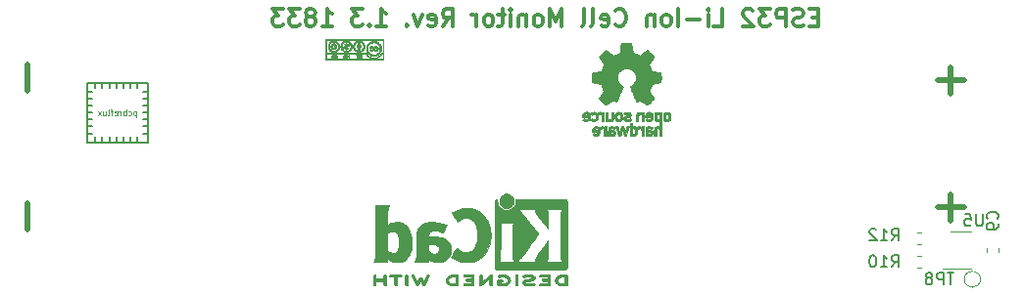
<source format=gbo>
G04 #@! TF.GenerationSoftware,KiCad,Pcbnew,5.0.0-fee4fd1~66~ubuntu18.04.1*
G04 #@! TF.CreationDate,2018-08-20T14:29:34+02:00*
G04 #@! TF.ProjectId,ESP32-li-ion-cell-monitor,45535033322D6C692D696F6E2D63656C,1.3*
G04 #@! TF.SameCoordinates,Original*
G04 #@! TF.FileFunction,Legend,Bot*
G04 #@! TF.FilePolarity,Positive*
%FSLAX46Y46*%
G04 Gerber Fmt 4.6, Leading zero omitted, Abs format (unit mm)*
G04 Created by KiCad (PCBNEW 5.0.0-fee4fd1~66~ubuntu18.04.1) date Mon Aug 20 14:29:34 2018*
%MOMM*%
%LPD*%
G01*
G04 APERTURE LIST*
%ADD10C,0.500000*%
%ADD11C,0.300000*%
%ADD12C,0.120000*%
%ADD13C,0.150000*%
%ADD14C,0.010000*%
%ADD15C,0.002540*%
%ADD16C,0.100000*%
G04 APERTURE END LIST*
D10*
X163214285Y-56857142D02*
X163214285Y-59142857D01*
X163214285Y-68857142D02*
X163214285Y-71142857D01*
X244142857Y-58214285D02*
X241857142Y-58214285D01*
X243000000Y-59357142D02*
X243000000Y-57071428D01*
X244142857Y-69214285D02*
X241857142Y-69214285D01*
X243000000Y-70357142D02*
X243000000Y-68071428D01*
D11*
X231535714Y-52724857D02*
X231035714Y-52724857D01*
X230821428Y-53510571D02*
X231535714Y-53510571D01*
X231535714Y-52010571D01*
X230821428Y-52010571D01*
X230250000Y-53439142D02*
X230035714Y-53510571D01*
X229678571Y-53510571D01*
X229535714Y-53439142D01*
X229464285Y-53367714D01*
X229392857Y-53224857D01*
X229392857Y-53082000D01*
X229464285Y-52939142D01*
X229535714Y-52867714D01*
X229678571Y-52796285D01*
X229964285Y-52724857D01*
X230107142Y-52653428D01*
X230178571Y-52582000D01*
X230250000Y-52439142D01*
X230250000Y-52296285D01*
X230178571Y-52153428D01*
X230107142Y-52082000D01*
X229964285Y-52010571D01*
X229607142Y-52010571D01*
X229392857Y-52082000D01*
X228750000Y-53510571D02*
X228750000Y-52010571D01*
X228178571Y-52010571D01*
X228035714Y-52082000D01*
X227964285Y-52153428D01*
X227892857Y-52296285D01*
X227892857Y-52510571D01*
X227964285Y-52653428D01*
X228035714Y-52724857D01*
X228178571Y-52796285D01*
X228750000Y-52796285D01*
X227392857Y-52010571D02*
X226464285Y-52010571D01*
X226964285Y-52582000D01*
X226750000Y-52582000D01*
X226607142Y-52653428D01*
X226535714Y-52724857D01*
X226464285Y-52867714D01*
X226464285Y-53224857D01*
X226535714Y-53367714D01*
X226607142Y-53439142D01*
X226750000Y-53510571D01*
X227178571Y-53510571D01*
X227321428Y-53439142D01*
X227392857Y-53367714D01*
X225892857Y-52153428D02*
X225821428Y-52082000D01*
X225678571Y-52010571D01*
X225321428Y-52010571D01*
X225178571Y-52082000D01*
X225107142Y-52153428D01*
X225035714Y-52296285D01*
X225035714Y-52439142D01*
X225107142Y-52653428D01*
X225964285Y-53510571D01*
X225035714Y-53510571D01*
X222535714Y-53510571D02*
X223250000Y-53510571D01*
X223250000Y-52010571D01*
X222035714Y-53510571D02*
X222035714Y-52510571D01*
X222035714Y-52010571D02*
X222107142Y-52082000D01*
X222035714Y-52153428D01*
X221964285Y-52082000D01*
X222035714Y-52010571D01*
X222035714Y-52153428D01*
X221321428Y-52939142D02*
X220178571Y-52939142D01*
X219464285Y-53510571D02*
X219464285Y-52010571D01*
X218535714Y-53510571D02*
X218678571Y-53439142D01*
X218750000Y-53367714D01*
X218821428Y-53224857D01*
X218821428Y-52796285D01*
X218750000Y-52653428D01*
X218678571Y-52582000D01*
X218535714Y-52510571D01*
X218321428Y-52510571D01*
X218178571Y-52582000D01*
X218107142Y-52653428D01*
X218035714Y-52796285D01*
X218035714Y-53224857D01*
X218107142Y-53367714D01*
X218178571Y-53439142D01*
X218321428Y-53510571D01*
X218535714Y-53510571D01*
X217392857Y-52510571D02*
X217392857Y-53510571D01*
X217392857Y-52653428D02*
X217321428Y-52582000D01*
X217178571Y-52510571D01*
X216964285Y-52510571D01*
X216821428Y-52582000D01*
X216750000Y-52724857D01*
X216750000Y-53510571D01*
X214035714Y-53367714D02*
X214107142Y-53439142D01*
X214321428Y-53510571D01*
X214464285Y-53510571D01*
X214678571Y-53439142D01*
X214821428Y-53296285D01*
X214892857Y-53153428D01*
X214964285Y-52867714D01*
X214964285Y-52653428D01*
X214892857Y-52367714D01*
X214821428Y-52224857D01*
X214678571Y-52082000D01*
X214464285Y-52010571D01*
X214321428Y-52010571D01*
X214107142Y-52082000D01*
X214035714Y-52153428D01*
X212821428Y-53439142D02*
X212964285Y-53510571D01*
X213250000Y-53510571D01*
X213392857Y-53439142D01*
X213464285Y-53296285D01*
X213464285Y-52724857D01*
X213392857Y-52582000D01*
X213250000Y-52510571D01*
X212964285Y-52510571D01*
X212821428Y-52582000D01*
X212750000Y-52724857D01*
X212750000Y-52867714D01*
X213464285Y-53010571D01*
X211892857Y-53510571D02*
X212035714Y-53439142D01*
X212107142Y-53296285D01*
X212107142Y-52010571D01*
X211107142Y-53510571D02*
X211250000Y-53439142D01*
X211321428Y-53296285D01*
X211321428Y-52010571D01*
X209392857Y-53510571D02*
X209392857Y-52010571D01*
X208892857Y-53082000D01*
X208392857Y-52010571D01*
X208392857Y-53510571D01*
X207464285Y-53510571D02*
X207607142Y-53439142D01*
X207678571Y-53367714D01*
X207750000Y-53224857D01*
X207750000Y-52796285D01*
X207678571Y-52653428D01*
X207607142Y-52582000D01*
X207464285Y-52510571D01*
X207250000Y-52510571D01*
X207107142Y-52582000D01*
X207035714Y-52653428D01*
X206964285Y-52796285D01*
X206964285Y-53224857D01*
X207035714Y-53367714D01*
X207107142Y-53439142D01*
X207250000Y-53510571D01*
X207464285Y-53510571D01*
X206321428Y-52510571D02*
X206321428Y-53510571D01*
X206321428Y-52653428D02*
X206250000Y-52582000D01*
X206107142Y-52510571D01*
X205892857Y-52510571D01*
X205750000Y-52582000D01*
X205678571Y-52724857D01*
X205678571Y-53510571D01*
X204964285Y-53510571D02*
X204964285Y-52510571D01*
X204964285Y-52010571D02*
X205035714Y-52082000D01*
X204964285Y-52153428D01*
X204892857Y-52082000D01*
X204964285Y-52010571D01*
X204964285Y-52153428D01*
X204464285Y-52510571D02*
X203892857Y-52510571D01*
X204250000Y-52010571D02*
X204250000Y-53296285D01*
X204178571Y-53439142D01*
X204035714Y-53510571D01*
X203892857Y-53510571D01*
X203178571Y-53510571D02*
X203321428Y-53439142D01*
X203392857Y-53367714D01*
X203464285Y-53224857D01*
X203464285Y-52796285D01*
X203392857Y-52653428D01*
X203321428Y-52582000D01*
X203178571Y-52510571D01*
X202964285Y-52510571D01*
X202821428Y-52582000D01*
X202750000Y-52653428D01*
X202678571Y-52796285D01*
X202678571Y-53224857D01*
X202750000Y-53367714D01*
X202821428Y-53439142D01*
X202964285Y-53510571D01*
X203178571Y-53510571D01*
X202035714Y-53510571D02*
X202035714Y-52510571D01*
X202035714Y-52796285D02*
X201964285Y-52653428D01*
X201892857Y-52582000D01*
X201750000Y-52510571D01*
X201607142Y-52510571D01*
X199107142Y-53510571D02*
X199607142Y-52796285D01*
X199964285Y-53510571D02*
X199964285Y-52010571D01*
X199392857Y-52010571D01*
X199250000Y-52082000D01*
X199178571Y-52153428D01*
X199107142Y-52296285D01*
X199107142Y-52510571D01*
X199178571Y-52653428D01*
X199250000Y-52724857D01*
X199392857Y-52796285D01*
X199964285Y-52796285D01*
X197892857Y-53439142D02*
X198035714Y-53510571D01*
X198321428Y-53510571D01*
X198464285Y-53439142D01*
X198535714Y-53296285D01*
X198535714Y-52724857D01*
X198464285Y-52582000D01*
X198321428Y-52510571D01*
X198035714Y-52510571D01*
X197892857Y-52582000D01*
X197821428Y-52724857D01*
X197821428Y-52867714D01*
X198535714Y-53010571D01*
X197321428Y-52510571D02*
X196964285Y-53510571D01*
X196607142Y-52510571D01*
X196035714Y-53367714D02*
X195964285Y-53439142D01*
X196035714Y-53510571D01*
X196107142Y-53439142D01*
X196035714Y-53367714D01*
X196035714Y-53510571D01*
X193392857Y-53510571D02*
X194250000Y-53510571D01*
X193821428Y-53510571D02*
X193821428Y-52010571D01*
X193964285Y-52224857D01*
X194107142Y-52367714D01*
X194250000Y-52439142D01*
X192750000Y-53367714D02*
X192678571Y-53439142D01*
X192750000Y-53510571D01*
X192821428Y-53439142D01*
X192750000Y-53367714D01*
X192750000Y-53510571D01*
X192178571Y-52010571D02*
X191250000Y-52010571D01*
X191750000Y-52582000D01*
X191535714Y-52582000D01*
X191392857Y-52653428D01*
X191321428Y-52724857D01*
X191250000Y-52867714D01*
X191250000Y-53224857D01*
X191321428Y-53367714D01*
X191392857Y-53439142D01*
X191535714Y-53510571D01*
X191964285Y-53510571D01*
X192107142Y-53439142D01*
X192178571Y-53367714D01*
X188678571Y-53510571D02*
X189535714Y-53510571D01*
X189107142Y-53510571D02*
X189107142Y-52010571D01*
X189250000Y-52224857D01*
X189392857Y-52367714D01*
X189535714Y-52439142D01*
X187821428Y-52653428D02*
X187964285Y-52582000D01*
X188035714Y-52510571D01*
X188107142Y-52367714D01*
X188107142Y-52296285D01*
X188035714Y-52153428D01*
X187964285Y-52082000D01*
X187821428Y-52010571D01*
X187535714Y-52010571D01*
X187392857Y-52082000D01*
X187321428Y-52153428D01*
X187250000Y-52296285D01*
X187250000Y-52367714D01*
X187321428Y-52510571D01*
X187392857Y-52582000D01*
X187535714Y-52653428D01*
X187821428Y-52653428D01*
X187964285Y-52724857D01*
X188035714Y-52796285D01*
X188107142Y-52939142D01*
X188107142Y-53224857D01*
X188035714Y-53367714D01*
X187964285Y-53439142D01*
X187821428Y-53510571D01*
X187535714Y-53510571D01*
X187392857Y-53439142D01*
X187321428Y-53367714D01*
X187250000Y-53224857D01*
X187250000Y-52939142D01*
X187321428Y-52796285D01*
X187392857Y-52724857D01*
X187535714Y-52653428D01*
X186750000Y-52010571D02*
X185821428Y-52010571D01*
X186321428Y-52582000D01*
X186107142Y-52582000D01*
X185964285Y-52653428D01*
X185892857Y-52724857D01*
X185821428Y-52867714D01*
X185821428Y-53224857D01*
X185892857Y-53367714D01*
X185964285Y-53439142D01*
X186107142Y-53510571D01*
X186535714Y-53510571D01*
X186678571Y-53439142D01*
X186750000Y-53367714D01*
X185321428Y-52010571D02*
X184392857Y-52010571D01*
X184892857Y-52582000D01*
X184678571Y-52582000D01*
X184535714Y-52653428D01*
X184464285Y-52724857D01*
X184392857Y-52867714D01*
X184392857Y-53224857D01*
X184464285Y-53367714D01*
X184535714Y-53439142D01*
X184678571Y-53510571D01*
X185107142Y-53510571D01*
X185250000Y-53439142D01*
X185321428Y-53367714D01*
D12*
G04 #@! TO.C,R10*
X240460779Y-73404000D02*
X240135221Y-73404000D01*
X240460779Y-74424000D02*
X240135221Y-74424000D01*
G04 #@! TO.C,U5*
X242956000Y-71288000D02*
X244756000Y-71288000D01*
X244756000Y-74508000D02*
X242306000Y-74508000D01*
D13*
G04 #@! TO.C,REF\002A\002A*
X168400000Y-58400000D02*
X168400000Y-63600000D01*
X173600000Y-63600000D02*
X173600000Y-58400000D01*
X173200000Y-62800000D02*
X173600000Y-62800000D01*
X173200000Y-62200000D02*
X173600000Y-62200000D01*
X173200000Y-61600000D02*
X173600000Y-61600000D01*
X173200000Y-61000000D02*
X173600000Y-61000000D01*
X173200000Y-60400000D02*
X173600000Y-60400000D01*
X173200000Y-59800000D02*
X173600000Y-59800000D01*
X173200000Y-59200000D02*
X173600000Y-59200000D01*
X168400000Y-59200000D02*
X168800000Y-59200000D01*
X168400000Y-59800000D02*
X168800000Y-59800000D01*
X168400000Y-60400000D02*
X168800000Y-60400000D01*
X168400000Y-61000000D02*
X168800000Y-61000000D01*
X168400000Y-61600000D02*
X168800000Y-61600000D01*
X168400000Y-62200000D02*
X168800000Y-62200000D01*
X168400000Y-62800000D02*
X168800000Y-62800000D01*
X172700000Y-63100000D02*
X172700000Y-63500000D01*
X172100000Y-63100000D02*
X172100000Y-63500000D01*
X171500000Y-63100000D02*
X171500000Y-63500000D01*
X170900000Y-63100000D02*
X170900000Y-63500000D01*
X170300000Y-63100000D02*
X170300000Y-63500000D01*
X169700000Y-63100000D02*
X169700000Y-63500000D01*
X169100000Y-63100000D02*
X169100000Y-63500000D01*
X168400000Y-58400000D02*
X173600000Y-58400000D01*
X168400000Y-63600000D02*
X173600000Y-63600000D01*
X169100000Y-58500000D02*
X169100000Y-58900000D01*
X169700000Y-58500000D02*
X169700000Y-58900000D01*
X170300000Y-58500000D02*
X170300000Y-58900000D01*
X170900000Y-58500000D02*
X170900000Y-58900000D01*
X171500000Y-58500000D02*
X171500000Y-58900000D01*
X172100000Y-58500000D02*
X172100000Y-58900000D01*
X172700000Y-58500000D02*
X172700000Y-58900000D01*
D14*
G36*
X214491036Y-55398576D02*
X214415487Y-55799322D01*
X213857959Y-56029154D01*
X213523535Y-55801748D01*
X213429878Y-55738431D01*
X213345218Y-55681896D01*
X213273505Y-55634727D01*
X213218689Y-55599502D01*
X213184720Y-55578805D01*
X213175470Y-55574342D01*
X213158805Y-55585820D01*
X213123194Y-55617551D01*
X213072629Y-55665483D01*
X213011100Y-55725562D01*
X212942601Y-55793733D01*
X212871121Y-55865945D01*
X212800653Y-55938142D01*
X212735189Y-56006273D01*
X212678720Y-56066283D01*
X212635237Y-56114119D01*
X212608732Y-56145727D01*
X212602395Y-56156305D01*
X212611514Y-56175806D01*
X212637080Y-56218531D01*
X212676403Y-56280298D01*
X212726797Y-56356931D01*
X212785573Y-56444248D01*
X212819632Y-56494052D01*
X212881711Y-56584993D01*
X212936874Y-56667059D01*
X212982446Y-56736163D01*
X213015750Y-56788222D01*
X213034110Y-56819150D01*
X213036869Y-56825650D01*
X213030615Y-56844121D01*
X213013566Y-56887172D01*
X212988297Y-56948749D01*
X212957378Y-57022799D01*
X212923382Y-57103270D01*
X212888882Y-57184107D01*
X212856449Y-57259258D01*
X212828657Y-57322671D01*
X212808077Y-57368293D01*
X212797281Y-57390069D01*
X212796644Y-57390926D01*
X212779693Y-57395084D01*
X212734549Y-57404361D01*
X212665890Y-57417844D01*
X212578398Y-57434621D01*
X212476750Y-57453781D01*
X212417444Y-57464830D01*
X212308828Y-57485510D01*
X212210723Y-57505189D01*
X212128091Y-57522789D01*
X212065896Y-57537233D01*
X212029101Y-57547446D01*
X212021704Y-57550686D01*
X212014460Y-57572617D01*
X212008615Y-57622147D01*
X212004165Y-57693485D01*
X212001107Y-57780839D01*
X211999435Y-57878417D01*
X211999147Y-57980426D01*
X212000239Y-58081075D01*
X212002706Y-58174572D01*
X212006544Y-58255125D01*
X212011750Y-58316942D01*
X212018319Y-58354230D01*
X212022259Y-58361993D01*
X212045812Y-58371298D01*
X212095718Y-58384600D01*
X212165377Y-58400337D01*
X212248187Y-58416946D01*
X212277095Y-58422319D01*
X212416469Y-58447848D01*
X212526564Y-58468408D01*
X212611018Y-58484815D01*
X212673470Y-58497887D01*
X212717556Y-58508441D01*
X212746915Y-58517294D01*
X212765185Y-58525263D01*
X212776002Y-58533165D01*
X212777515Y-58534727D01*
X212792623Y-58559886D01*
X212815671Y-58608850D01*
X212844356Y-58675621D01*
X212876378Y-58754205D01*
X212909435Y-58838607D01*
X212941227Y-58922830D01*
X212969451Y-59000879D01*
X212991807Y-59066759D01*
X213005993Y-59114473D01*
X213009707Y-59138027D01*
X213009398Y-59138852D01*
X212996811Y-59158104D01*
X212968256Y-59200463D01*
X212926733Y-59261521D01*
X212875244Y-59336868D01*
X212816789Y-59422096D01*
X212800142Y-59446315D01*
X212740785Y-59534123D01*
X212688553Y-59614238D01*
X212646292Y-59682062D01*
X212616847Y-59732993D01*
X212603063Y-59762431D01*
X212602395Y-59766048D01*
X212613976Y-59785057D01*
X212645976Y-59822714D01*
X212694282Y-59874973D01*
X212754780Y-59937786D01*
X212823356Y-60007106D01*
X212895896Y-60078885D01*
X212968288Y-60149077D01*
X213036416Y-60213635D01*
X213096168Y-60268510D01*
X213143429Y-60309656D01*
X213174087Y-60333026D01*
X213182568Y-60336842D01*
X213202309Y-60327855D01*
X213242726Y-60303616D01*
X213297237Y-60268209D01*
X213339177Y-60239711D01*
X213415171Y-60187418D01*
X213505166Y-60125845D01*
X213595436Y-60064370D01*
X213643968Y-60031469D01*
X213808238Y-59920359D01*
X213946131Y-59994916D01*
X214008951Y-60027578D01*
X214062371Y-60052966D01*
X214098516Y-60067446D01*
X214107716Y-60069460D01*
X214118779Y-60054584D01*
X214140606Y-60012547D01*
X214171566Y-59947227D01*
X214210030Y-59862500D01*
X214254368Y-59762245D01*
X214302953Y-59650339D01*
X214354154Y-59530659D01*
X214406341Y-59407084D01*
X214457887Y-59283491D01*
X214507160Y-59163757D01*
X214552533Y-59051759D01*
X214592375Y-58951377D01*
X214625058Y-58866486D01*
X214648951Y-58800965D01*
X214662426Y-58758690D01*
X214664594Y-58744172D01*
X214647417Y-58725653D01*
X214609810Y-58695590D01*
X214559634Y-58660232D01*
X214555422Y-58657434D01*
X214425736Y-58553625D01*
X214321166Y-58432515D01*
X214242619Y-58297976D01*
X214191001Y-58153882D01*
X214167218Y-58004105D01*
X214172177Y-57852517D01*
X214206783Y-57702992D01*
X214271943Y-57559400D01*
X214291114Y-57527984D01*
X214390826Y-57401125D01*
X214508623Y-57299255D01*
X214640429Y-57222904D01*
X214782167Y-57172602D01*
X214929758Y-57148879D01*
X215079127Y-57152265D01*
X215226197Y-57183288D01*
X215366889Y-57242480D01*
X215497127Y-57330369D01*
X215537414Y-57366042D01*
X215639945Y-57477706D01*
X215714659Y-57595257D01*
X215765910Y-57727020D01*
X215794454Y-57857507D01*
X215801500Y-58004216D01*
X215778004Y-58151653D01*
X215726351Y-58294834D01*
X215648929Y-58428777D01*
X215548125Y-58548498D01*
X215426324Y-58649014D01*
X215410316Y-58659609D01*
X215359602Y-58694306D01*
X215321050Y-58724370D01*
X215302619Y-58743565D01*
X215302351Y-58744172D01*
X215306308Y-58764936D01*
X215321993Y-58812062D01*
X215347778Y-58881673D01*
X215382031Y-58969893D01*
X215423123Y-59072844D01*
X215469424Y-59186650D01*
X215519304Y-59307435D01*
X215571133Y-59431321D01*
X215623281Y-59554432D01*
X215674118Y-59672891D01*
X215722013Y-59782823D01*
X215765338Y-59880349D01*
X215802462Y-59961593D01*
X215831756Y-60022679D01*
X215851588Y-60059730D01*
X215859574Y-60069460D01*
X215883979Y-60061883D01*
X215929642Y-60041560D01*
X215988690Y-60012125D01*
X216021160Y-59994916D01*
X216159053Y-59920359D01*
X216323323Y-60031469D01*
X216407179Y-60088390D01*
X216498987Y-60151030D01*
X216585020Y-60210011D01*
X216628113Y-60239711D01*
X216688723Y-60280410D01*
X216740045Y-60312663D01*
X216775385Y-60332384D01*
X216786863Y-60336554D01*
X216803570Y-60325307D01*
X216840546Y-60293911D01*
X216894205Y-60245624D01*
X216960962Y-60183708D01*
X217037234Y-60111421D01*
X217085473Y-60065008D01*
X217169867Y-59982087D01*
X217242803Y-59907920D01*
X217301331Y-59845680D01*
X217342503Y-59798541D01*
X217363372Y-59769673D01*
X217365374Y-59763815D01*
X217356083Y-59741532D01*
X217330409Y-59696477D01*
X217291200Y-59633211D01*
X217241303Y-59556295D01*
X217183567Y-59470292D01*
X217167149Y-59446315D01*
X217107323Y-59359170D01*
X217053650Y-59280710D01*
X217009130Y-59215345D01*
X216976765Y-59167484D01*
X216959555Y-59141535D01*
X216957893Y-59138852D01*
X216960379Y-59118172D01*
X216973577Y-59072704D01*
X216995186Y-59008444D01*
X217022904Y-58931387D01*
X217054430Y-58847529D01*
X217087463Y-58762866D01*
X217119701Y-58683392D01*
X217148843Y-58615104D01*
X217172588Y-58563997D01*
X217188635Y-58536067D01*
X217189775Y-58534727D01*
X217199588Y-58526745D01*
X217216161Y-58518851D01*
X217243132Y-58510229D01*
X217284139Y-58500062D01*
X217342820Y-58487531D01*
X217422813Y-58471821D01*
X217527755Y-58452113D01*
X217661285Y-58427592D01*
X217690196Y-58422319D01*
X217775882Y-58405764D01*
X217850582Y-58389569D01*
X217907694Y-58375296D01*
X217940617Y-58364508D01*
X217945031Y-58361993D01*
X217952306Y-58339696D01*
X217958219Y-58289869D01*
X217962766Y-58218304D01*
X217965945Y-58130793D01*
X217967749Y-58033128D01*
X217968177Y-57931101D01*
X217967223Y-57830503D01*
X217964884Y-57737127D01*
X217961156Y-57656765D01*
X217956034Y-57595209D01*
X217949516Y-57558250D01*
X217945586Y-57550686D01*
X217923708Y-57543056D01*
X217873891Y-57530642D01*
X217801097Y-57514522D01*
X217710289Y-57495773D01*
X217606431Y-57475471D01*
X217549846Y-57464830D01*
X217442486Y-57444760D01*
X217346746Y-57426580D01*
X217267306Y-57411199D01*
X217208846Y-57399531D01*
X217176045Y-57392488D01*
X217170646Y-57390926D01*
X217161522Y-57373322D01*
X217142235Y-57330918D01*
X217115355Y-57269772D01*
X217083454Y-57195943D01*
X217049102Y-57115489D01*
X217014871Y-57034468D01*
X216983331Y-56958937D01*
X216957054Y-56894955D01*
X216938611Y-56848580D01*
X216930571Y-56825869D01*
X216930422Y-56824876D01*
X216939535Y-56806961D01*
X216965086Y-56765733D01*
X217004388Y-56705291D01*
X217054757Y-56629731D01*
X217113506Y-56543152D01*
X217147658Y-56493421D01*
X217209890Y-56402236D01*
X217265164Y-56319449D01*
X217310782Y-56249249D01*
X217344048Y-56195824D01*
X217362264Y-56163361D01*
X217364895Y-56156083D01*
X217353586Y-56139145D01*
X217322319Y-56102978D01*
X217275090Y-56051635D01*
X217215892Y-55989167D01*
X217148719Y-55919626D01*
X217077566Y-55847065D01*
X217006426Y-55775535D01*
X216939293Y-55709087D01*
X216880161Y-55651774D01*
X216833025Y-55607647D01*
X216801877Y-55580759D01*
X216791457Y-55574342D01*
X216774491Y-55583365D01*
X216733911Y-55608715D01*
X216673663Y-55647810D01*
X216597693Y-55698071D01*
X216509946Y-55756917D01*
X216443756Y-55801748D01*
X216109332Y-56029154D01*
X215830567Y-55914238D01*
X215551803Y-55799322D01*
X215476254Y-55398576D01*
X215400706Y-54997829D01*
X214566585Y-54997829D01*
X214491036Y-55398576D01*
X214491036Y-55398576D01*
G37*
X214491036Y-55398576D02*
X214415487Y-55799322D01*
X213857959Y-56029154D01*
X213523535Y-55801748D01*
X213429878Y-55738431D01*
X213345218Y-55681896D01*
X213273505Y-55634727D01*
X213218689Y-55599502D01*
X213184720Y-55578805D01*
X213175470Y-55574342D01*
X213158805Y-55585820D01*
X213123194Y-55617551D01*
X213072629Y-55665483D01*
X213011100Y-55725562D01*
X212942601Y-55793733D01*
X212871121Y-55865945D01*
X212800653Y-55938142D01*
X212735189Y-56006273D01*
X212678720Y-56066283D01*
X212635237Y-56114119D01*
X212608732Y-56145727D01*
X212602395Y-56156305D01*
X212611514Y-56175806D01*
X212637080Y-56218531D01*
X212676403Y-56280298D01*
X212726797Y-56356931D01*
X212785573Y-56444248D01*
X212819632Y-56494052D01*
X212881711Y-56584993D01*
X212936874Y-56667059D01*
X212982446Y-56736163D01*
X213015750Y-56788222D01*
X213034110Y-56819150D01*
X213036869Y-56825650D01*
X213030615Y-56844121D01*
X213013566Y-56887172D01*
X212988297Y-56948749D01*
X212957378Y-57022799D01*
X212923382Y-57103270D01*
X212888882Y-57184107D01*
X212856449Y-57259258D01*
X212828657Y-57322671D01*
X212808077Y-57368293D01*
X212797281Y-57390069D01*
X212796644Y-57390926D01*
X212779693Y-57395084D01*
X212734549Y-57404361D01*
X212665890Y-57417844D01*
X212578398Y-57434621D01*
X212476750Y-57453781D01*
X212417444Y-57464830D01*
X212308828Y-57485510D01*
X212210723Y-57505189D01*
X212128091Y-57522789D01*
X212065896Y-57537233D01*
X212029101Y-57547446D01*
X212021704Y-57550686D01*
X212014460Y-57572617D01*
X212008615Y-57622147D01*
X212004165Y-57693485D01*
X212001107Y-57780839D01*
X211999435Y-57878417D01*
X211999147Y-57980426D01*
X212000239Y-58081075D01*
X212002706Y-58174572D01*
X212006544Y-58255125D01*
X212011750Y-58316942D01*
X212018319Y-58354230D01*
X212022259Y-58361993D01*
X212045812Y-58371298D01*
X212095718Y-58384600D01*
X212165377Y-58400337D01*
X212248187Y-58416946D01*
X212277095Y-58422319D01*
X212416469Y-58447848D01*
X212526564Y-58468408D01*
X212611018Y-58484815D01*
X212673470Y-58497887D01*
X212717556Y-58508441D01*
X212746915Y-58517294D01*
X212765185Y-58525263D01*
X212776002Y-58533165D01*
X212777515Y-58534727D01*
X212792623Y-58559886D01*
X212815671Y-58608850D01*
X212844356Y-58675621D01*
X212876378Y-58754205D01*
X212909435Y-58838607D01*
X212941227Y-58922830D01*
X212969451Y-59000879D01*
X212991807Y-59066759D01*
X213005993Y-59114473D01*
X213009707Y-59138027D01*
X213009398Y-59138852D01*
X212996811Y-59158104D01*
X212968256Y-59200463D01*
X212926733Y-59261521D01*
X212875244Y-59336868D01*
X212816789Y-59422096D01*
X212800142Y-59446315D01*
X212740785Y-59534123D01*
X212688553Y-59614238D01*
X212646292Y-59682062D01*
X212616847Y-59732993D01*
X212603063Y-59762431D01*
X212602395Y-59766048D01*
X212613976Y-59785057D01*
X212645976Y-59822714D01*
X212694282Y-59874973D01*
X212754780Y-59937786D01*
X212823356Y-60007106D01*
X212895896Y-60078885D01*
X212968288Y-60149077D01*
X213036416Y-60213635D01*
X213096168Y-60268510D01*
X213143429Y-60309656D01*
X213174087Y-60333026D01*
X213182568Y-60336842D01*
X213202309Y-60327855D01*
X213242726Y-60303616D01*
X213297237Y-60268209D01*
X213339177Y-60239711D01*
X213415171Y-60187418D01*
X213505166Y-60125845D01*
X213595436Y-60064370D01*
X213643968Y-60031469D01*
X213808238Y-59920359D01*
X213946131Y-59994916D01*
X214008951Y-60027578D01*
X214062371Y-60052966D01*
X214098516Y-60067446D01*
X214107716Y-60069460D01*
X214118779Y-60054584D01*
X214140606Y-60012547D01*
X214171566Y-59947227D01*
X214210030Y-59862500D01*
X214254368Y-59762245D01*
X214302953Y-59650339D01*
X214354154Y-59530659D01*
X214406341Y-59407084D01*
X214457887Y-59283491D01*
X214507160Y-59163757D01*
X214552533Y-59051759D01*
X214592375Y-58951377D01*
X214625058Y-58866486D01*
X214648951Y-58800965D01*
X214662426Y-58758690D01*
X214664594Y-58744172D01*
X214647417Y-58725653D01*
X214609810Y-58695590D01*
X214559634Y-58660232D01*
X214555422Y-58657434D01*
X214425736Y-58553625D01*
X214321166Y-58432515D01*
X214242619Y-58297976D01*
X214191001Y-58153882D01*
X214167218Y-58004105D01*
X214172177Y-57852517D01*
X214206783Y-57702992D01*
X214271943Y-57559400D01*
X214291114Y-57527984D01*
X214390826Y-57401125D01*
X214508623Y-57299255D01*
X214640429Y-57222904D01*
X214782167Y-57172602D01*
X214929758Y-57148879D01*
X215079127Y-57152265D01*
X215226197Y-57183288D01*
X215366889Y-57242480D01*
X215497127Y-57330369D01*
X215537414Y-57366042D01*
X215639945Y-57477706D01*
X215714659Y-57595257D01*
X215765910Y-57727020D01*
X215794454Y-57857507D01*
X215801500Y-58004216D01*
X215778004Y-58151653D01*
X215726351Y-58294834D01*
X215648929Y-58428777D01*
X215548125Y-58548498D01*
X215426324Y-58649014D01*
X215410316Y-58659609D01*
X215359602Y-58694306D01*
X215321050Y-58724370D01*
X215302619Y-58743565D01*
X215302351Y-58744172D01*
X215306308Y-58764936D01*
X215321993Y-58812062D01*
X215347778Y-58881673D01*
X215382031Y-58969893D01*
X215423123Y-59072844D01*
X215469424Y-59186650D01*
X215519304Y-59307435D01*
X215571133Y-59431321D01*
X215623281Y-59554432D01*
X215674118Y-59672891D01*
X215722013Y-59782823D01*
X215765338Y-59880349D01*
X215802462Y-59961593D01*
X215831756Y-60022679D01*
X215851588Y-60059730D01*
X215859574Y-60069460D01*
X215883979Y-60061883D01*
X215929642Y-60041560D01*
X215988690Y-60012125D01*
X216021160Y-59994916D01*
X216159053Y-59920359D01*
X216323323Y-60031469D01*
X216407179Y-60088390D01*
X216498987Y-60151030D01*
X216585020Y-60210011D01*
X216628113Y-60239711D01*
X216688723Y-60280410D01*
X216740045Y-60312663D01*
X216775385Y-60332384D01*
X216786863Y-60336554D01*
X216803570Y-60325307D01*
X216840546Y-60293911D01*
X216894205Y-60245624D01*
X216960962Y-60183708D01*
X217037234Y-60111421D01*
X217085473Y-60065008D01*
X217169867Y-59982087D01*
X217242803Y-59907920D01*
X217301331Y-59845680D01*
X217342503Y-59798541D01*
X217363372Y-59769673D01*
X217365374Y-59763815D01*
X217356083Y-59741532D01*
X217330409Y-59696477D01*
X217291200Y-59633211D01*
X217241303Y-59556295D01*
X217183567Y-59470292D01*
X217167149Y-59446315D01*
X217107323Y-59359170D01*
X217053650Y-59280710D01*
X217009130Y-59215345D01*
X216976765Y-59167484D01*
X216959555Y-59141535D01*
X216957893Y-59138852D01*
X216960379Y-59118172D01*
X216973577Y-59072704D01*
X216995186Y-59008444D01*
X217022904Y-58931387D01*
X217054430Y-58847529D01*
X217087463Y-58762866D01*
X217119701Y-58683392D01*
X217148843Y-58615104D01*
X217172588Y-58563997D01*
X217188635Y-58536067D01*
X217189775Y-58534727D01*
X217199588Y-58526745D01*
X217216161Y-58518851D01*
X217243132Y-58510229D01*
X217284139Y-58500062D01*
X217342820Y-58487531D01*
X217422813Y-58471821D01*
X217527755Y-58452113D01*
X217661285Y-58427592D01*
X217690196Y-58422319D01*
X217775882Y-58405764D01*
X217850582Y-58389569D01*
X217907694Y-58375296D01*
X217940617Y-58364508D01*
X217945031Y-58361993D01*
X217952306Y-58339696D01*
X217958219Y-58289869D01*
X217962766Y-58218304D01*
X217965945Y-58130793D01*
X217967749Y-58033128D01*
X217968177Y-57931101D01*
X217967223Y-57830503D01*
X217964884Y-57737127D01*
X217961156Y-57656765D01*
X217956034Y-57595209D01*
X217949516Y-57558250D01*
X217945586Y-57550686D01*
X217923708Y-57543056D01*
X217873891Y-57530642D01*
X217801097Y-57514522D01*
X217710289Y-57495773D01*
X217606431Y-57475471D01*
X217549846Y-57464830D01*
X217442486Y-57444760D01*
X217346746Y-57426580D01*
X217267306Y-57411199D01*
X217208846Y-57399531D01*
X217176045Y-57392488D01*
X217170646Y-57390926D01*
X217161522Y-57373322D01*
X217142235Y-57330918D01*
X217115355Y-57269772D01*
X217083454Y-57195943D01*
X217049102Y-57115489D01*
X217014871Y-57034468D01*
X216983331Y-56958937D01*
X216957054Y-56894955D01*
X216938611Y-56848580D01*
X216930571Y-56825869D01*
X216930422Y-56824876D01*
X216939535Y-56806961D01*
X216965086Y-56765733D01*
X217004388Y-56705291D01*
X217054757Y-56629731D01*
X217113506Y-56543152D01*
X217147658Y-56493421D01*
X217209890Y-56402236D01*
X217265164Y-56319449D01*
X217310782Y-56249249D01*
X217344048Y-56195824D01*
X217362264Y-56163361D01*
X217364895Y-56156083D01*
X217353586Y-56139145D01*
X217322319Y-56102978D01*
X217275090Y-56051635D01*
X217215892Y-55989167D01*
X217148719Y-55919626D01*
X217077566Y-55847065D01*
X217006426Y-55775535D01*
X216939293Y-55709087D01*
X216880161Y-55651774D01*
X216833025Y-55607647D01*
X216801877Y-55580759D01*
X216791457Y-55574342D01*
X216774491Y-55583365D01*
X216733911Y-55608715D01*
X216673663Y-55647810D01*
X216597693Y-55698071D01*
X216509946Y-55756917D01*
X216443756Y-55801748D01*
X216109332Y-56029154D01*
X215830567Y-55914238D01*
X215551803Y-55799322D01*
X215476254Y-55398576D01*
X215400706Y-54997829D01*
X214566585Y-54997829D01*
X214491036Y-55398576D01*
G36*
X212600612Y-60937645D02*
X212543135Y-60955206D01*
X212506128Y-60977395D01*
X212494073Y-60994942D01*
X212497391Y-61015742D01*
X212518921Y-61048419D01*
X212537126Y-61071562D01*
X212574656Y-61113402D01*
X212602852Y-61131005D01*
X212626889Y-61129856D01*
X212698192Y-61111710D01*
X212750558Y-61112534D01*
X212793082Y-61133098D01*
X212807358Y-61145134D01*
X212853053Y-61187483D01*
X212853053Y-61740526D01*
X213036869Y-61740526D01*
X213036869Y-60938421D01*
X212944961Y-60938421D01*
X212889781Y-60940603D01*
X212861312Y-60948351D01*
X212853057Y-60963468D01*
X212853053Y-60963916D01*
X212849155Y-60979749D01*
X212831526Y-60977684D01*
X212807099Y-60966261D01*
X212756650Y-60945005D01*
X212715684Y-60932216D01*
X212662972Y-60928938D01*
X212600612Y-60937645D01*
X212600612Y-60937645D01*
G37*
X212600612Y-60937645D02*
X212543135Y-60955206D01*
X212506128Y-60977395D01*
X212494073Y-60994942D01*
X212497391Y-61015742D01*
X212518921Y-61048419D01*
X212537126Y-61071562D01*
X212574656Y-61113402D01*
X212602852Y-61131005D01*
X212626889Y-61129856D01*
X212698192Y-61111710D01*
X212750558Y-61112534D01*
X212793082Y-61133098D01*
X212807358Y-61145134D01*
X212853053Y-61187483D01*
X212853053Y-61740526D01*
X213036869Y-61740526D01*
X213036869Y-60938421D01*
X212944961Y-60938421D01*
X212889781Y-60940603D01*
X212861312Y-60948351D01*
X212853057Y-60963468D01*
X212853053Y-60963916D01*
X212849155Y-60979749D01*
X212831526Y-60977684D01*
X212807099Y-60966261D01*
X212756650Y-60945005D01*
X212715684Y-60932216D01*
X212662972Y-60928938D01*
X212600612Y-60937645D01*
G36*
X215994043Y-60952226D02*
X215952454Y-60972090D01*
X215912175Y-61000784D01*
X215881490Y-61033809D01*
X215859139Y-61075931D01*
X215843864Y-61131915D01*
X215834408Y-61206528D01*
X215829513Y-61304535D01*
X215827919Y-61430702D01*
X215827894Y-61443914D01*
X215827527Y-61740526D01*
X216011343Y-61740526D01*
X216011343Y-61467081D01*
X216011473Y-61365777D01*
X216012379Y-61292353D01*
X216014827Y-61241271D01*
X216019586Y-61206990D01*
X216027426Y-61183971D01*
X216039115Y-61166673D01*
X216055398Y-61149581D01*
X216112366Y-61112857D01*
X216174555Y-61106042D01*
X216233801Y-61129261D01*
X216254405Y-61146543D01*
X216269530Y-61162791D01*
X216280390Y-61180191D01*
X216287690Y-61204212D01*
X216292137Y-61240322D01*
X216294436Y-61293988D01*
X216295296Y-61370680D01*
X216295422Y-61464043D01*
X216295422Y-61740526D01*
X216479237Y-61740526D01*
X216479237Y-60938421D01*
X216387329Y-60938421D01*
X216332149Y-60940603D01*
X216303680Y-60948351D01*
X216295425Y-60963468D01*
X216295422Y-60963916D01*
X216291592Y-60978720D01*
X216274699Y-60977040D01*
X216241112Y-60960773D01*
X216164937Y-60936840D01*
X216077800Y-60934178D01*
X215994043Y-60952226D01*
X215994043Y-60952226D01*
G37*
X215994043Y-60952226D02*
X215952454Y-60972090D01*
X215912175Y-61000784D01*
X215881490Y-61033809D01*
X215859139Y-61075931D01*
X215843864Y-61131915D01*
X215834408Y-61206528D01*
X215829513Y-61304535D01*
X215827919Y-61430702D01*
X215827894Y-61443914D01*
X215827527Y-61740526D01*
X216011343Y-61740526D01*
X216011343Y-61467081D01*
X216011473Y-61365777D01*
X216012379Y-61292353D01*
X216014827Y-61241271D01*
X216019586Y-61206990D01*
X216027426Y-61183971D01*
X216039115Y-61166673D01*
X216055398Y-61149581D01*
X216112366Y-61112857D01*
X216174555Y-61106042D01*
X216233801Y-61129261D01*
X216254405Y-61146543D01*
X216269530Y-61162791D01*
X216280390Y-61180191D01*
X216287690Y-61204212D01*
X216292137Y-61240322D01*
X216294436Y-61293988D01*
X216295296Y-61370680D01*
X216295422Y-61464043D01*
X216295422Y-61740526D01*
X216479237Y-61740526D01*
X216479237Y-60938421D01*
X216387329Y-60938421D01*
X216332149Y-60940603D01*
X216303680Y-60948351D01*
X216295425Y-60963468D01*
X216295422Y-60963916D01*
X216291592Y-60978720D01*
X216274699Y-60977040D01*
X216241112Y-60960773D01*
X216164937Y-60936840D01*
X216077800Y-60934178D01*
X215994043Y-60952226D01*
G36*
X211433216Y-60935554D02*
X211390426Y-60945949D01*
X211308391Y-60984013D01*
X211238243Y-61042149D01*
X211189695Y-61111852D01*
X211183025Y-61127502D01*
X211173876Y-61168496D01*
X211167471Y-61229138D01*
X211165290Y-61290430D01*
X211165290Y-61406316D01*
X211407593Y-61406316D01*
X211507529Y-61406693D01*
X211577931Y-61408987D01*
X211622687Y-61414938D01*
X211645685Y-61426285D01*
X211650811Y-61444771D01*
X211641952Y-61472136D01*
X211626083Y-61504155D01*
X211581816Y-61557592D01*
X211520301Y-61584215D01*
X211445115Y-61583347D01*
X211359947Y-61554371D01*
X211286341Y-61518611D01*
X211225266Y-61566904D01*
X211164190Y-61615197D01*
X211221649Y-61668285D01*
X211298359Y-61718445D01*
X211392698Y-61748688D01*
X211494173Y-61757151D01*
X211592289Y-61741974D01*
X211608119Y-61736824D01*
X211694353Y-61691791D01*
X211758499Y-61624652D01*
X211801909Y-61533405D01*
X211825936Y-61416044D01*
X211826216Y-61413529D01*
X211828367Y-61285627D01*
X211819671Y-61239997D01*
X211649895Y-61239997D01*
X211634303Y-61247013D01*
X211591971Y-61252388D01*
X211529566Y-61255457D01*
X211490019Y-61255921D01*
X211416272Y-61255630D01*
X211370160Y-61253783D01*
X211345900Y-61248912D01*
X211337706Y-61239555D01*
X211339794Y-61224245D01*
X211341545Y-61218322D01*
X211371440Y-61162668D01*
X211418458Y-61117815D01*
X211459951Y-61098105D01*
X211515074Y-61099295D01*
X211570932Y-61123875D01*
X211617788Y-61164570D01*
X211645906Y-61214108D01*
X211649895Y-61239997D01*
X211819671Y-61239997D01*
X211806926Y-61173133D01*
X211764389Y-61078727D01*
X211703253Y-61005088D01*
X211626015Y-60954893D01*
X211535170Y-60930822D01*
X211433216Y-60935554D01*
X211433216Y-60935554D01*
G37*
X211433216Y-60935554D02*
X211390426Y-60945949D01*
X211308391Y-60984013D01*
X211238243Y-61042149D01*
X211189695Y-61111852D01*
X211183025Y-61127502D01*
X211173876Y-61168496D01*
X211167471Y-61229138D01*
X211165290Y-61290430D01*
X211165290Y-61406316D01*
X211407593Y-61406316D01*
X211507529Y-61406693D01*
X211577931Y-61408987D01*
X211622687Y-61414938D01*
X211645685Y-61426285D01*
X211650811Y-61444771D01*
X211641952Y-61472136D01*
X211626083Y-61504155D01*
X211581816Y-61557592D01*
X211520301Y-61584215D01*
X211445115Y-61583347D01*
X211359947Y-61554371D01*
X211286341Y-61518611D01*
X211225266Y-61566904D01*
X211164190Y-61615197D01*
X211221649Y-61668285D01*
X211298359Y-61718445D01*
X211392698Y-61748688D01*
X211494173Y-61757151D01*
X211592289Y-61741974D01*
X211608119Y-61736824D01*
X211694353Y-61691791D01*
X211758499Y-61624652D01*
X211801909Y-61533405D01*
X211825936Y-61416044D01*
X211826216Y-61413529D01*
X211828367Y-61285627D01*
X211819671Y-61239997D01*
X211649895Y-61239997D01*
X211634303Y-61247013D01*
X211591971Y-61252388D01*
X211529566Y-61255457D01*
X211490019Y-61255921D01*
X211416272Y-61255630D01*
X211370160Y-61253783D01*
X211345900Y-61248912D01*
X211337706Y-61239555D01*
X211339794Y-61224245D01*
X211341545Y-61218322D01*
X211371440Y-61162668D01*
X211418458Y-61117815D01*
X211459951Y-61098105D01*
X211515074Y-61099295D01*
X211570932Y-61123875D01*
X211617788Y-61164570D01*
X211645906Y-61214108D01*
X211649895Y-61239997D01*
X211819671Y-61239997D01*
X211806926Y-61173133D01*
X211764389Y-61078727D01*
X211703253Y-61005088D01*
X211626015Y-60954893D01*
X211535170Y-60930822D01*
X211433216Y-60935554D01*
G36*
X212045424Y-60945419D02*
X211948605Y-60986549D01*
X211918110Y-61006571D01*
X211879135Y-61037340D01*
X211854669Y-61061533D01*
X211850422Y-61069413D01*
X211862416Y-61086899D01*
X211893113Y-61116570D01*
X211917688Y-61137279D01*
X211984954Y-61191336D01*
X212038070Y-61146642D01*
X212079116Y-61117789D01*
X212119137Y-61107829D01*
X212164941Y-61110261D01*
X212237676Y-61128345D01*
X212287744Y-61165881D01*
X212318171Y-61226562D01*
X212331983Y-61314081D01*
X212331987Y-61314136D01*
X212330792Y-61411958D01*
X212312228Y-61483730D01*
X212275196Y-61532595D01*
X212249950Y-61549143D01*
X212182903Y-61569749D01*
X212111291Y-61569762D01*
X212048985Y-61549768D01*
X212034237Y-61540000D01*
X211997250Y-61515047D01*
X211968332Y-61510958D01*
X211937144Y-61529530D01*
X211902664Y-61562887D01*
X211848088Y-61619196D01*
X211908682Y-61669142D01*
X212002302Y-61725513D01*
X212107875Y-61753293D01*
X212218202Y-61751282D01*
X212290657Y-61732862D01*
X212375344Y-61687310D01*
X212443073Y-61615650D01*
X212473843Y-61565066D01*
X212498764Y-61492488D01*
X212511234Y-61400569D01*
X212511330Y-61300948D01*
X212499130Y-61205267D01*
X212474710Y-61125169D01*
X212470864Y-61116956D01*
X212413907Y-61036413D01*
X212336791Y-60977771D01*
X212245610Y-60942247D01*
X212146457Y-60931057D01*
X212045424Y-60945419D01*
X212045424Y-60945419D01*
G37*
X212045424Y-60945419D02*
X211948605Y-60986549D01*
X211918110Y-61006571D01*
X211879135Y-61037340D01*
X211854669Y-61061533D01*
X211850422Y-61069413D01*
X211862416Y-61086899D01*
X211893113Y-61116570D01*
X211917688Y-61137279D01*
X211984954Y-61191336D01*
X212038070Y-61146642D01*
X212079116Y-61117789D01*
X212119137Y-61107829D01*
X212164941Y-61110261D01*
X212237676Y-61128345D01*
X212287744Y-61165881D01*
X212318171Y-61226562D01*
X212331983Y-61314081D01*
X212331987Y-61314136D01*
X212330792Y-61411958D01*
X212312228Y-61483730D01*
X212275196Y-61532595D01*
X212249950Y-61549143D01*
X212182903Y-61569749D01*
X212111291Y-61569762D01*
X212048985Y-61549768D01*
X212034237Y-61540000D01*
X211997250Y-61515047D01*
X211968332Y-61510958D01*
X211937144Y-61529530D01*
X211902664Y-61562887D01*
X211848088Y-61619196D01*
X211908682Y-61669142D01*
X212002302Y-61725513D01*
X212107875Y-61753293D01*
X212218202Y-61751282D01*
X212290657Y-61732862D01*
X212375344Y-61687310D01*
X212443073Y-61615650D01*
X212473843Y-61565066D01*
X212498764Y-61492488D01*
X212511234Y-61400569D01*
X212511330Y-61300948D01*
X212499130Y-61205267D01*
X212474710Y-61125169D01*
X212470864Y-61116956D01*
X212413907Y-61036413D01*
X212336791Y-60977771D01*
X212245610Y-60942247D01*
X212146457Y-60931057D01*
X212045424Y-60945419D01*
G36*
X213671869Y-61198533D02*
X213670290Y-61321089D01*
X213664519Y-61414179D01*
X213653009Y-61481651D01*
X213634210Y-61527355D01*
X213606574Y-61555139D01*
X213568552Y-61568854D01*
X213521474Y-61572358D01*
X213472168Y-61568432D01*
X213434717Y-61554089D01*
X213407572Y-61525478D01*
X213389185Y-61478751D01*
X213378007Y-61410058D01*
X213372489Y-61315550D01*
X213371079Y-61198533D01*
X213371079Y-60938421D01*
X213187264Y-60938421D01*
X213187264Y-61740526D01*
X213279172Y-61740526D01*
X213334578Y-61738281D01*
X213363109Y-61730396D01*
X213371079Y-61715428D01*
X213375880Y-61702097D01*
X213394986Y-61704917D01*
X213433496Y-61723783D01*
X213521761Y-61752887D01*
X213615377Y-61750825D01*
X213705079Y-61719221D01*
X213747796Y-61694257D01*
X213780379Y-61667226D01*
X213804183Y-61633405D01*
X213820561Y-61588068D01*
X213830869Y-61526489D01*
X213836459Y-61443943D01*
X213838688Y-61335705D01*
X213838974Y-61252004D01*
X213838974Y-60938421D01*
X213671869Y-60938421D01*
X213671869Y-61198533D01*
X213671869Y-61198533D01*
G37*
X213671869Y-61198533D02*
X213670290Y-61321089D01*
X213664519Y-61414179D01*
X213653009Y-61481651D01*
X213634210Y-61527355D01*
X213606574Y-61555139D01*
X213568552Y-61568854D01*
X213521474Y-61572358D01*
X213472168Y-61568432D01*
X213434717Y-61554089D01*
X213407572Y-61525478D01*
X213389185Y-61478751D01*
X213378007Y-61410058D01*
X213372489Y-61315550D01*
X213371079Y-61198533D01*
X213371079Y-60938421D01*
X213187264Y-60938421D01*
X213187264Y-61740526D01*
X213279172Y-61740526D01*
X213334578Y-61738281D01*
X213363109Y-61730396D01*
X213371079Y-61715428D01*
X213375880Y-61702097D01*
X213394986Y-61704917D01*
X213433496Y-61723783D01*
X213521761Y-61752887D01*
X213615377Y-61750825D01*
X213705079Y-61719221D01*
X213747796Y-61694257D01*
X213780379Y-61667226D01*
X213804183Y-61633405D01*
X213820561Y-61588068D01*
X213830869Y-61526489D01*
X213836459Y-61443943D01*
X213838688Y-61335705D01*
X213838974Y-61252004D01*
X213838974Y-60938421D01*
X213671869Y-60938421D01*
X213671869Y-61198533D01*
G36*
X214180331Y-60948310D02*
X214095808Y-60994340D01*
X214029679Y-61067006D01*
X213998522Y-61126106D01*
X213985145Y-61178305D01*
X213976478Y-61252719D01*
X213972763Y-61338442D01*
X213974246Y-61424569D01*
X213981169Y-61500193D01*
X213989255Y-61540584D01*
X214016535Y-61595840D01*
X214063780Y-61654530D01*
X214120718Y-61705852D01*
X214177076Y-61739005D01*
X214178450Y-61739531D01*
X214248384Y-61754018D01*
X214331263Y-61754377D01*
X214410023Y-61741188D01*
X214440434Y-61730617D01*
X214518761Y-61686201D01*
X214574857Y-61628007D01*
X214611714Y-61550965D01*
X214632320Y-61450001D01*
X214636982Y-61397116D01*
X214636387Y-61330663D01*
X214457264Y-61330663D01*
X214451230Y-61427630D01*
X214433862Y-61501523D01*
X214406260Y-61548736D01*
X214386596Y-61562237D01*
X214336213Y-61571651D01*
X214276327Y-61568864D01*
X214224551Y-61555316D01*
X214210973Y-61547862D01*
X214175151Y-61504451D01*
X214151507Y-61438014D01*
X214141442Y-61357161D01*
X214146358Y-61270502D01*
X214157345Y-61218349D01*
X214188891Y-61157951D01*
X214238689Y-61120197D01*
X214298663Y-61107143D01*
X214360736Y-61120849D01*
X214408418Y-61154372D01*
X214433475Y-61182031D01*
X214448100Y-61209294D01*
X214455071Y-61246190D01*
X214457167Y-61302750D01*
X214457264Y-61330663D01*
X214636387Y-61330663D01*
X214635718Y-61255994D01*
X214612735Y-61140271D01*
X214568028Y-61049941D01*
X214501595Y-60985000D01*
X214413435Y-60945445D01*
X214394505Y-60940858D01*
X214280734Y-60930090D01*
X214180331Y-60948310D01*
X214180331Y-60948310D01*
G37*
X214180331Y-60948310D02*
X214095808Y-60994340D01*
X214029679Y-61067006D01*
X213998522Y-61126106D01*
X213985145Y-61178305D01*
X213976478Y-61252719D01*
X213972763Y-61338442D01*
X213974246Y-61424569D01*
X213981169Y-61500193D01*
X213989255Y-61540584D01*
X214016535Y-61595840D01*
X214063780Y-61654530D01*
X214120718Y-61705852D01*
X214177076Y-61739005D01*
X214178450Y-61739531D01*
X214248384Y-61754018D01*
X214331263Y-61754377D01*
X214410023Y-61741188D01*
X214440434Y-61730617D01*
X214518761Y-61686201D01*
X214574857Y-61628007D01*
X214611714Y-61550965D01*
X214632320Y-61450001D01*
X214636982Y-61397116D01*
X214636387Y-61330663D01*
X214457264Y-61330663D01*
X214451230Y-61427630D01*
X214433862Y-61501523D01*
X214406260Y-61548736D01*
X214386596Y-61562237D01*
X214336213Y-61571651D01*
X214276327Y-61568864D01*
X214224551Y-61555316D01*
X214210973Y-61547862D01*
X214175151Y-61504451D01*
X214151507Y-61438014D01*
X214141442Y-61357161D01*
X214146358Y-61270502D01*
X214157345Y-61218349D01*
X214188891Y-61157951D01*
X214238689Y-61120197D01*
X214298663Y-61107143D01*
X214360736Y-61120849D01*
X214408418Y-61154372D01*
X214433475Y-61182031D01*
X214448100Y-61209294D01*
X214455071Y-61246190D01*
X214457167Y-61302750D01*
X214457264Y-61330663D01*
X214636387Y-61330663D01*
X214635718Y-61255994D01*
X214612735Y-61140271D01*
X214568028Y-61049941D01*
X214501595Y-60985000D01*
X214413435Y-60945445D01*
X214394505Y-60940858D01*
X214280734Y-60930090D01*
X214180331Y-60948310D01*
G36*
X214973372Y-60935547D02*
X214910092Y-60947548D01*
X214844443Y-60972648D01*
X214837428Y-60975848D01*
X214787644Y-61002026D01*
X214753166Y-61026353D01*
X214742022Y-61041937D01*
X214752634Y-61067353D01*
X214778412Y-61104853D01*
X214789854Y-61118852D01*
X214837008Y-61173954D01*
X214897799Y-61138086D01*
X214955653Y-61114192D01*
X215022500Y-61101420D01*
X215086606Y-61100613D01*
X215136236Y-61112615D01*
X215148146Y-61120105D01*
X215170828Y-61154450D01*
X215173584Y-61194013D01*
X215156612Y-61224920D01*
X215146573Y-61230913D01*
X215116490Y-61238357D01*
X215063611Y-61247106D01*
X214998425Y-61255467D01*
X214986400Y-61256778D01*
X214881703Y-61274888D01*
X214805768Y-61305651D01*
X214755408Y-61351907D01*
X214727436Y-61416497D01*
X214718722Y-61495387D01*
X214730760Y-61585065D01*
X214769849Y-61655486D01*
X214836145Y-61706777D01*
X214929806Y-61739067D01*
X215033777Y-61751807D01*
X215118562Y-61751654D01*
X215187335Y-61740083D01*
X215234303Y-61724109D01*
X215293650Y-61696275D01*
X215348494Y-61663973D01*
X215367987Y-61649755D01*
X215418119Y-61608835D01*
X215297197Y-61486477D01*
X215228457Y-61531967D01*
X215159512Y-61566133D01*
X215085889Y-61584004D01*
X215015117Y-61585889D01*
X214954726Y-61572101D01*
X214912243Y-61542949D01*
X214898526Y-61518352D01*
X214900583Y-61478904D01*
X214934670Y-61448737D01*
X215000692Y-61427906D01*
X215073026Y-61418279D01*
X215184348Y-61399910D01*
X215267048Y-61365254D01*
X215322235Y-61313297D01*
X215351012Y-61243023D01*
X215354999Y-61159707D01*
X215335307Y-61072681D01*
X215290411Y-61006902D01*
X215219909Y-60962068D01*
X215123399Y-60937879D01*
X215051900Y-60933137D01*
X214973372Y-60935547D01*
X214973372Y-60935547D01*
G37*
X214973372Y-60935547D02*
X214910092Y-60947548D01*
X214844443Y-60972648D01*
X214837428Y-60975848D01*
X214787644Y-61002026D01*
X214753166Y-61026353D01*
X214742022Y-61041937D01*
X214752634Y-61067353D01*
X214778412Y-61104853D01*
X214789854Y-61118852D01*
X214837008Y-61173954D01*
X214897799Y-61138086D01*
X214955653Y-61114192D01*
X215022500Y-61101420D01*
X215086606Y-61100613D01*
X215136236Y-61112615D01*
X215148146Y-61120105D01*
X215170828Y-61154450D01*
X215173584Y-61194013D01*
X215156612Y-61224920D01*
X215146573Y-61230913D01*
X215116490Y-61238357D01*
X215063611Y-61247106D01*
X214998425Y-61255467D01*
X214986400Y-61256778D01*
X214881703Y-61274888D01*
X214805768Y-61305651D01*
X214755408Y-61351907D01*
X214727436Y-61416497D01*
X214718722Y-61495387D01*
X214730760Y-61585065D01*
X214769849Y-61655486D01*
X214836145Y-61706777D01*
X214929806Y-61739067D01*
X215033777Y-61751807D01*
X215118562Y-61751654D01*
X215187335Y-61740083D01*
X215234303Y-61724109D01*
X215293650Y-61696275D01*
X215348494Y-61663973D01*
X215367987Y-61649755D01*
X215418119Y-61608835D01*
X215297197Y-61486477D01*
X215228457Y-61531967D01*
X215159512Y-61566133D01*
X215085889Y-61584004D01*
X215015117Y-61585889D01*
X214954726Y-61572101D01*
X214912243Y-61542949D01*
X214898526Y-61518352D01*
X214900583Y-61478904D01*
X214934670Y-61448737D01*
X215000692Y-61427906D01*
X215073026Y-61418279D01*
X215184348Y-61399910D01*
X215267048Y-61365254D01*
X215322235Y-61313297D01*
X215351012Y-61243023D01*
X215354999Y-61159707D01*
X215335307Y-61072681D01*
X215290411Y-61006902D01*
X215219909Y-60962068D01*
X215123399Y-60937879D01*
X215051900Y-60933137D01*
X214973372Y-60935547D01*
G36*
X216794982Y-60957027D02*
X216778330Y-60964866D01*
X216720695Y-61007086D01*
X216666195Y-61068700D01*
X216625501Y-61136543D01*
X216613926Y-61167734D01*
X216603366Y-61223449D01*
X216597069Y-61290781D01*
X216596304Y-61318585D01*
X216596211Y-61406316D01*
X217101150Y-61406316D01*
X217090387Y-61452270D01*
X217063967Y-61506620D01*
X217017778Y-61553591D01*
X216962828Y-61583848D01*
X216927811Y-61590131D01*
X216880323Y-61582506D01*
X216823665Y-61563383D01*
X216804418Y-61554584D01*
X216733241Y-61519036D01*
X216672498Y-61565367D01*
X216637448Y-61596703D01*
X216618798Y-61622567D01*
X216617853Y-61630158D01*
X216634515Y-61648556D01*
X216671030Y-61676515D01*
X216704172Y-61698327D01*
X216793607Y-61737537D01*
X216893871Y-61755285D01*
X216993246Y-61750670D01*
X217072461Y-61726551D01*
X217154120Y-61674884D01*
X217212151Y-61606856D01*
X217248454Y-61518843D01*
X217264928Y-61407216D01*
X217266389Y-61356138D01*
X217260543Y-61239091D01*
X217259825Y-61235686D01*
X217092511Y-61235686D01*
X217087903Y-61246662D01*
X217068964Y-61252715D01*
X217029902Y-61255310D01*
X216964923Y-61255910D01*
X216939903Y-61255921D01*
X216863779Y-61255014D01*
X216815504Y-61251720D01*
X216789540Y-61245181D01*
X216780352Y-61234537D01*
X216780027Y-61231119D01*
X216790513Y-61203956D01*
X216816758Y-61165903D01*
X216828041Y-61152579D01*
X216869928Y-61114896D01*
X216913591Y-61100080D01*
X216937115Y-61098842D01*
X217000757Y-61114329D01*
X217054127Y-61155930D01*
X217087981Y-61216353D01*
X217088581Y-61218322D01*
X217092511Y-61235686D01*
X217259825Y-61235686D01*
X217241101Y-61146928D01*
X217206078Y-61073190D01*
X217163244Y-61020848D01*
X217084052Y-60964092D01*
X216990960Y-60933762D01*
X216891945Y-60931021D01*
X216794982Y-60957027D01*
X216794982Y-60957027D01*
G37*
X216794982Y-60957027D02*
X216778330Y-60964866D01*
X216720695Y-61007086D01*
X216666195Y-61068700D01*
X216625501Y-61136543D01*
X216613926Y-61167734D01*
X216603366Y-61223449D01*
X216597069Y-61290781D01*
X216596304Y-61318585D01*
X216596211Y-61406316D01*
X217101150Y-61406316D01*
X217090387Y-61452270D01*
X217063967Y-61506620D01*
X217017778Y-61553591D01*
X216962828Y-61583848D01*
X216927811Y-61590131D01*
X216880323Y-61582506D01*
X216823665Y-61563383D01*
X216804418Y-61554584D01*
X216733241Y-61519036D01*
X216672498Y-61565367D01*
X216637448Y-61596703D01*
X216618798Y-61622567D01*
X216617853Y-61630158D01*
X216634515Y-61648556D01*
X216671030Y-61676515D01*
X216704172Y-61698327D01*
X216793607Y-61737537D01*
X216893871Y-61755285D01*
X216993246Y-61750670D01*
X217072461Y-61726551D01*
X217154120Y-61674884D01*
X217212151Y-61606856D01*
X217248454Y-61518843D01*
X217264928Y-61407216D01*
X217266389Y-61356138D01*
X217260543Y-61239091D01*
X217259825Y-61235686D01*
X217092511Y-61235686D01*
X217087903Y-61246662D01*
X217068964Y-61252715D01*
X217029902Y-61255310D01*
X216964923Y-61255910D01*
X216939903Y-61255921D01*
X216863779Y-61255014D01*
X216815504Y-61251720D01*
X216789540Y-61245181D01*
X216780352Y-61234537D01*
X216780027Y-61231119D01*
X216790513Y-61203956D01*
X216816758Y-61165903D01*
X216828041Y-61152579D01*
X216869928Y-61114896D01*
X216913591Y-61100080D01*
X216937115Y-61098842D01*
X217000757Y-61114329D01*
X217054127Y-61155930D01*
X217087981Y-61216353D01*
X217088581Y-61218322D01*
X217092511Y-61235686D01*
X217259825Y-61235686D01*
X217241101Y-61146928D01*
X217206078Y-61073190D01*
X217163244Y-61020848D01*
X217084052Y-60964092D01*
X216990960Y-60933762D01*
X216891945Y-60931021D01*
X216794982Y-60957027D01*
G36*
X218365216Y-60947104D02*
X218277795Y-60985754D01*
X218211430Y-61050290D01*
X218166024Y-61140812D01*
X218141482Y-61257418D01*
X218139723Y-61275624D01*
X218138344Y-61403984D01*
X218156216Y-61516496D01*
X218192250Y-61607688D01*
X218211545Y-61637022D01*
X218278755Y-61699106D01*
X218364350Y-61739316D01*
X218460110Y-61756003D01*
X218557813Y-61747517D01*
X218632083Y-61721380D01*
X218695953Y-61677335D01*
X218748154Y-61619587D01*
X218749057Y-61618236D01*
X218770256Y-61582593D01*
X218784033Y-61546752D01*
X218792376Y-61501519D01*
X218797273Y-61437701D01*
X218799431Y-61385368D01*
X218800329Y-61337910D01*
X218633257Y-61337910D01*
X218631624Y-61385154D01*
X218625696Y-61448046D01*
X218615239Y-61488407D01*
X218596381Y-61517122D01*
X218578719Y-61533896D01*
X218516106Y-61569016D01*
X218450592Y-61573710D01*
X218389579Y-61548440D01*
X218359072Y-61520124D01*
X218337089Y-61491589D01*
X218324231Y-61464284D01*
X218318588Y-61428750D01*
X218318249Y-61375524D01*
X218319988Y-61326506D01*
X218323729Y-61256482D01*
X218329659Y-61211064D01*
X218340347Y-61181440D01*
X218358361Y-61158797D01*
X218372637Y-61145855D01*
X218432349Y-61111860D01*
X218496766Y-61110165D01*
X218550781Y-61130301D01*
X218596860Y-61172352D01*
X218624311Y-61241428D01*
X218633257Y-61337910D01*
X218800329Y-61337910D01*
X218801401Y-61281299D01*
X218798036Y-61203468D01*
X218787955Y-61144930D01*
X218769774Y-61098737D01*
X218742110Y-61057942D01*
X218731854Y-61045828D01*
X218667722Y-60985474D01*
X218598934Y-60950220D01*
X218514811Y-60935450D01*
X218473791Y-60934243D01*
X218365216Y-60947104D01*
X218365216Y-60947104D01*
G37*
X218365216Y-60947104D02*
X218277795Y-60985754D01*
X218211430Y-61050290D01*
X218166024Y-61140812D01*
X218141482Y-61257418D01*
X218139723Y-61275624D01*
X218138344Y-61403984D01*
X218156216Y-61516496D01*
X218192250Y-61607688D01*
X218211545Y-61637022D01*
X218278755Y-61699106D01*
X218364350Y-61739316D01*
X218460110Y-61756003D01*
X218557813Y-61747517D01*
X218632083Y-61721380D01*
X218695953Y-61677335D01*
X218748154Y-61619587D01*
X218749057Y-61618236D01*
X218770256Y-61582593D01*
X218784033Y-61546752D01*
X218792376Y-61501519D01*
X218797273Y-61437701D01*
X218799431Y-61385368D01*
X218800329Y-61337910D01*
X218633257Y-61337910D01*
X218631624Y-61385154D01*
X218625696Y-61448046D01*
X218615239Y-61488407D01*
X218596381Y-61517122D01*
X218578719Y-61533896D01*
X218516106Y-61569016D01*
X218450592Y-61573710D01*
X218389579Y-61548440D01*
X218359072Y-61520124D01*
X218337089Y-61491589D01*
X218324231Y-61464284D01*
X218318588Y-61428750D01*
X218318249Y-61375524D01*
X218319988Y-61326506D01*
X218323729Y-61256482D01*
X218329659Y-61211064D01*
X218340347Y-61181440D01*
X218358361Y-61158797D01*
X218372637Y-61145855D01*
X218432349Y-61111860D01*
X218496766Y-61110165D01*
X218550781Y-61130301D01*
X218596860Y-61172352D01*
X218624311Y-61241428D01*
X218633257Y-61337910D01*
X218800329Y-61337910D01*
X218801401Y-61281299D01*
X218798036Y-61203468D01*
X218787955Y-61144930D01*
X218769774Y-61098737D01*
X218742110Y-61057942D01*
X218731854Y-61045828D01*
X218667722Y-60985474D01*
X218598934Y-60950220D01*
X218514811Y-60935450D01*
X218473791Y-60934243D01*
X218365216Y-60947104D01*
G36*
X212290807Y-62196078D02*
X212210932Y-62216845D01*
X212144038Y-62259705D01*
X212111649Y-62291723D01*
X212058555Y-62367413D01*
X212028127Y-62455216D01*
X212017673Y-62563150D01*
X212017620Y-62571875D01*
X212017527Y-62659605D01*
X212522466Y-62659605D01*
X212511702Y-62705559D01*
X212492268Y-62747178D01*
X212458255Y-62790544D01*
X212451140Y-62797467D01*
X212389997Y-62834935D01*
X212320271Y-62841289D01*
X212240013Y-62816638D01*
X212226408Y-62810000D01*
X212184681Y-62789819D01*
X212156732Y-62778321D01*
X212151855Y-62777258D01*
X212134832Y-62787583D01*
X212102367Y-62812845D01*
X212085886Y-62826650D01*
X212051736Y-62858361D01*
X212040522Y-62879299D01*
X212048305Y-62898560D01*
X212052465Y-62903827D01*
X212080643Y-62926878D01*
X212127138Y-62954892D01*
X212159566Y-62971246D01*
X212251615Y-63000059D01*
X212353524Y-63009395D01*
X212450037Y-62998332D01*
X212477066Y-62990412D01*
X212560724Y-62945581D01*
X212622734Y-62876598D01*
X212663455Y-62782794D01*
X212683245Y-62663498D01*
X212685418Y-62601118D01*
X212679074Y-62510298D01*
X212518843Y-62510298D01*
X212503345Y-62517012D01*
X212461688Y-62522280D01*
X212401124Y-62525389D01*
X212360093Y-62525921D01*
X212286289Y-62525408D01*
X212239707Y-62523006D01*
X212214152Y-62517422D01*
X212203431Y-62507361D01*
X212201343Y-62492763D01*
X212215669Y-62447796D01*
X212251738Y-62403353D01*
X212299185Y-62369242D01*
X212346651Y-62355288D01*
X212411121Y-62367666D01*
X212466930Y-62403452D01*
X212505626Y-62455033D01*
X212518843Y-62510298D01*
X212679074Y-62510298D01*
X212676179Y-62468866D01*
X212647664Y-62363498D01*
X212599271Y-62284178D01*
X212530396Y-62230071D01*
X212440435Y-62200343D01*
X212391700Y-62194618D01*
X212290807Y-62196078D01*
X212290807Y-62196078D01*
G37*
X212290807Y-62196078D02*
X212210932Y-62216845D01*
X212144038Y-62259705D01*
X212111649Y-62291723D01*
X212058555Y-62367413D01*
X212028127Y-62455216D01*
X212017673Y-62563150D01*
X212017620Y-62571875D01*
X212017527Y-62659605D01*
X212522466Y-62659605D01*
X212511702Y-62705559D01*
X212492268Y-62747178D01*
X212458255Y-62790544D01*
X212451140Y-62797467D01*
X212389997Y-62834935D01*
X212320271Y-62841289D01*
X212240013Y-62816638D01*
X212226408Y-62810000D01*
X212184681Y-62789819D01*
X212156732Y-62778321D01*
X212151855Y-62777258D01*
X212134832Y-62787583D01*
X212102367Y-62812845D01*
X212085886Y-62826650D01*
X212051736Y-62858361D01*
X212040522Y-62879299D01*
X212048305Y-62898560D01*
X212052465Y-62903827D01*
X212080643Y-62926878D01*
X212127138Y-62954892D01*
X212159566Y-62971246D01*
X212251615Y-63000059D01*
X212353524Y-63009395D01*
X212450037Y-62998332D01*
X212477066Y-62990412D01*
X212560724Y-62945581D01*
X212622734Y-62876598D01*
X212663455Y-62782794D01*
X212683245Y-62663498D01*
X212685418Y-62601118D01*
X212679074Y-62510298D01*
X212518843Y-62510298D01*
X212503345Y-62517012D01*
X212461688Y-62522280D01*
X212401124Y-62525389D01*
X212360093Y-62525921D01*
X212286289Y-62525408D01*
X212239707Y-62523006D01*
X212214152Y-62517422D01*
X212203431Y-62507361D01*
X212201343Y-62492763D01*
X212215669Y-62447796D01*
X212251738Y-62403353D01*
X212299185Y-62369242D01*
X212346651Y-62355288D01*
X212411121Y-62367666D01*
X212466930Y-62403452D01*
X212505626Y-62455033D01*
X212518843Y-62510298D01*
X212679074Y-62510298D01*
X212676179Y-62468866D01*
X212647664Y-62363498D01*
X212599271Y-62284178D01*
X212530396Y-62230071D01*
X212440435Y-62200343D01*
X212391700Y-62194618D01*
X212290807Y-62196078D01*
G36*
X212818833Y-62191447D02*
X212754592Y-62204112D01*
X212718020Y-62222864D01*
X212679547Y-62254017D01*
X212734283Y-62323127D01*
X212768031Y-62364979D01*
X212790947Y-62385398D01*
X212813721Y-62388517D01*
X212847044Y-62378472D01*
X212862686Y-62372789D01*
X212926458Y-62364404D01*
X212984860Y-62382378D01*
X213027736Y-62422982D01*
X213034701Y-62435929D01*
X213042287Y-62470224D01*
X213048141Y-62533427D01*
X213051989Y-62621060D01*
X213053557Y-62728640D01*
X213053579Y-62743944D01*
X213053579Y-63010526D01*
X213237395Y-63010526D01*
X213237395Y-62191710D01*
X213145487Y-62191710D01*
X213092493Y-62193094D01*
X213064885Y-62199252D01*
X213054676Y-62213194D01*
X213053579Y-62226344D01*
X213053579Y-62260978D01*
X213009550Y-62226344D01*
X212959063Y-62202716D01*
X212891240Y-62191033D01*
X212818833Y-62191447D01*
X212818833Y-62191447D01*
G37*
X212818833Y-62191447D02*
X212754592Y-62204112D01*
X212718020Y-62222864D01*
X212679547Y-62254017D01*
X212734283Y-62323127D01*
X212768031Y-62364979D01*
X212790947Y-62385398D01*
X212813721Y-62388517D01*
X212847044Y-62378472D01*
X212862686Y-62372789D01*
X212926458Y-62364404D01*
X212984860Y-62382378D01*
X213027736Y-62422982D01*
X213034701Y-62435929D01*
X213042287Y-62470224D01*
X213048141Y-62533427D01*
X213051989Y-62621060D01*
X213053557Y-62728640D01*
X213053579Y-62743944D01*
X213053579Y-63010526D01*
X213237395Y-63010526D01*
X213237395Y-62191710D01*
X213145487Y-62191710D01*
X213092493Y-62193094D01*
X213064885Y-62199252D01*
X213054676Y-62213194D01*
X213053579Y-62226344D01*
X213053579Y-62260978D01*
X213009550Y-62226344D01*
X212959063Y-62202716D01*
X212891240Y-62191033D01*
X212818833Y-62191447D01*
G36*
X213612008Y-62196673D02*
X213541573Y-62213780D01*
X213521213Y-62222844D01*
X213481747Y-62246583D01*
X213451459Y-62273321D01*
X213429048Y-62307699D01*
X213413214Y-62354360D01*
X213402657Y-62417946D01*
X213396076Y-62503099D01*
X213392172Y-62614462D01*
X213390690Y-62688849D01*
X213385235Y-63010526D01*
X213478420Y-63010526D01*
X213534953Y-63008156D01*
X213564078Y-63000055D01*
X213571606Y-62986451D01*
X213575580Y-62971741D01*
X213593348Y-62974554D01*
X213617560Y-62986348D01*
X213678172Y-63004427D01*
X213756071Y-63009299D01*
X213838005Y-63001330D01*
X213910719Y-62980889D01*
X213917241Y-62978051D01*
X213983698Y-62931365D01*
X214027509Y-62866464D01*
X214047668Y-62790600D01*
X214046128Y-62763344D01*
X213881655Y-62763344D01*
X213867163Y-62800024D01*
X213824195Y-62826309D01*
X213754871Y-62840417D01*
X213717823Y-62842290D01*
X213656081Y-62837494D01*
X213615040Y-62818858D01*
X213605027Y-62810000D01*
X213577900Y-62761806D01*
X213571606Y-62718092D01*
X213571606Y-62659605D01*
X213653070Y-62659605D01*
X213747766Y-62664432D01*
X213814187Y-62679613D01*
X213856154Y-62706200D01*
X213865551Y-62718052D01*
X213881655Y-62763344D01*
X214046128Y-62763344D01*
X214043171Y-62711026D01*
X214013015Y-62634995D01*
X213971869Y-62583612D01*
X213946948Y-62561397D01*
X213922552Y-62546798D01*
X213890809Y-62537897D01*
X213843848Y-62532775D01*
X213773796Y-62529515D01*
X213746010Y-62528577D01*
X213571606Y-62522879D01*
X213571862Y-62470091D01*
X213578616Y-62414603D01*
X213603036Y-62381052D01*
X213652370Y-62359618D01*
X213653694Y-62359236D01*
X213723640Y-62350808D01*
X213792086Y-62361816D01*
X213842953Y-62388585D01*
X213863363Y-62401803D01*
X213885346Y-62399974D01*
X213919174Y-62380824D01*
X213939039Y-62367308D01*
X213977894Y-62338432D01*
X214001962Y-62316786D01*
X214005824Y-62310589D01*
X213989921Y-62278519D01*
X213942935Y-62240219D01*
X213922527Y-62227297D01*
X213863857Y-62205041D01*
X213784788Y-62192432D01*
X213696959Y-62189600D01*
X213612008Y-62196673D01*
X213612008Y-62196673D01*
G37*
X213612008Y-62196673D02*
X213541573Y-62213780D01*
X213521213Y-62222844D01*
X213481747Y-62246583D01*
X213451459Y-62273321D01*
X213429048Y-62307699D01*
X213413214Y-62354360D01*
X213402657Y-62417946D01*
X213396076Y-62503099D01*
X213392172Y-62614462D01*
X213390690Y-62688849D01*
X213385235Y-63010526D01*
X213478420Y-63010526D01*
X213534953Y-63008156D01*
X213564078Y-63000055D01*
X213571606Y-62986451D01*
X213575580Y-62971741D01*
X213593348Y-62974554D01*
X213617560Y-62986348D01*
X213678172Y-63004427D01*
X213756071Y-63009299D01*
X213838005Y-63001330D01*
X213910719Y-62980889D01*
X213917241Y-62978051D01*
X213983698Y-62931365D01*
X214027509Y-62866464D01*
X214047668Y-62790600D01*
X214046128Y-62763344D01*
X213881655Y-62763344D01*
X213867163Y-62800024D01*
X213824195Y-62826309D01*
X213754871Y-62840417D01*
X213717823Y-62842290D01*
X213656081Y-62837494D01*
X213615040Y-62818858D01*
X213605027Y-62810000D01*
X213577900Y-62761806D01*
X213571606Y-62718092D01*
X213571606Y-62659605D01*
X213653070Y-62659605D01*
X213747766Y-62664432D01*
X213814187Y-62679613D01*
X213856154Y-62706200D01*
X213865551Y-62718052D01*
X213881655Y-62763344D01*
X214046128Y-62763344D01*
X214043171Y-62711026D01*
X214013015Y-62634995D01*
X213971869Y-62583612D01*
X213946948Y-62561397D01*
X213922552Y-62546798D01*
X213890809Y-62537897D01*
X213843848Y-62532775D01*
X213773796Y-62529515D01*
X213746010Y-62528577D01*
X213571606Y-62522879D01*
X213571862Y-62470091D01*
X213578616Y-62414603D01*
X213603036Y-62381052D01*
X213652370Y-62359618D01*
X213653694Y-62359236D01*
X213723640Y-62350808D01*
X213792086Y-62361816D01*
X213842953Y-62388585D01*
X213863363Y-62401803D01*
X213885346Y-62399974D01*
X213919174Y-62380824D01*
X213939039Y-62367308D01*
X213977894Y-62338432D01*
X214001962Y-62316786D01*
X214005824Y-62310589D01*
X213989921Y-62278519D01*
X213942935Y-62240219D01*
X213922527Y-62227297D01*
X213863857Y-62205041D01*
X213784788Y-62192432D01*
X213696959Y-62189600D01*
X213612008Y-62196673D01*
G36*
X214617870Y-62195104D02*
X214551780Y-62200066D01*
X214465374Y-62459079D01*
X214378969Y-62718092D01*
X214351876Y-62626184D01*
X214335572Y-62569384D01*
X214314125Y-62492625D01*
X214290965Y-62408251D01*
X214278720Y-62362993D01*
X214232656Y-62191710D01*
X214042613Y-62191710D01*
X214099418Y-62371349D01*
X214127393Y-62459704D01*
X214161187Y-62566281D01*
X214196480Y-62677454D01*
X214227987Y-62776579D01*
X214299750Y-63002171D01*
X214454714Y-63012253D01*
X214496730Y-62873528D01*
X214522641Y-62787351D01*
X214550917Y-62692347D01*
X214575631Y-62608441D01*
X214576606Y-62605102D01*
X214595065Y-62548248D01*
X214611351Y-62509456D01*
X214622758Y-62494787D01*
X214625102Y-62496483D01*
X214633329Y-62519225D01*
X214648962Y-62567940D01*
X214670096Y-62636502D01*
X214694830Y-62718785D01*
X214708213Y-62764046D01*
X214780689Y-63010526D01*
X214934505Y-63010526D01*
X215057469Y-62622006D01*
X215092012Y-62513022D01*
X215123479Y-62414048D01*
X215150384Y-62329736D01*
X215171241Y-62264734D01*
X215184562Y-62223692D01*
X215188612Y-62211701D01*
X215185406Y-62199423D01*
X215160235Y-62194046D01*
X215107854Y-62194584D01*
X215099655Y-62194990D01*
X215002518Y-62200066D01*
X214938900Y-62434013D01*
X214915516Y-62519333D01*
X214894619Y-62594335D01*
X214878049Y-62652507D01*
X214867646Y-62687337D01*
X214865724Y-62693016D01*
X214857759Y-62686486D01*
X214841696Y-62652654D01*
X214819379Y-62596127D01*
X214792655Y-62521510D01*
X214770063Y-62454107D01*
X214683959Y-62190143D01*
X214617870Y-62195104D01*
X214617870Y-62195104D01*
G37*
X214617870Y-62195104D02*
X214551780Y-62200066D01*
X214465374Y-62459079D01*
X214378969Y-62718092D01*
X214351876Y-62626184D01*
X214335572Y-62569384D01*
X214314125Y-62492625D01*
X214290965Y-62408251D01*
X214278720Y-62362993D01*
X214232656Y-62191710D01*
X214042613Y-62191710D01*
X214099418Y-62371349D01*
X214127393Y-62459704D01*
X214161187Y-62566281D01*
X214196480Y-62677454D01*
X214227987Y-62776579D01*
X214299750Y-63002171D01*
X214454714Y-63012253D01*
X214496730Y-62873528D01*
X214522641Y-62787351D01*
X214550917Y-62692347D01*
X214575631Y-62608441D01*
X214576606Y-62605102D01*
X214595065Y-62548248D01*
X214611351Y-62509456D01*
X214622758Y-62494787D01*
X214625102Y-62496483D01*
X214633329Y-62519225D01*
X214648962Y-62567940D01*
X214670096Y-62636502D01*
X214694830Y-62718785D01*
X214708213Y-62764046D01*
X214780689Y-63010526D01*
X214934505Y-63010526D01*
X215057469Y-62622006D01*
X215092012Y-62513022D01*
X215123479Y-62414048D01*
X215150384Y-62329736D01*
X215171241Y-62264734D01*
X215184562Y-62223692D01*
X215188612Y-62211701D01*
X215185406Y-62199423D01*
X215160235Y-62194046D01*
X215107854Y-62194584D01*
X215099655Y-62194990D01*
X215002518Y-62200066D01*
X214938900Y-62434013D01*
X214915516Y-62519333D01*
X214894619Y-62594335D01*
X214878049Y-62652507D01*
X214867646Y-62687337D01*
X214865724Y-62693016D01*
X214857759Y-62686486D01*
X214841696Y-62652654D01*
X214819379Y-62596127D01*
X214792655Y-62521510D01*
X214770063Y-62454107D01*
X214683959Y-62190143D01*
X214617870Y-62195104D01*
G36*
X215259369Y-63010526D02*
X215351277Y-63010526D01*
X215404623Y-63008962D01*
X215432407Y-63002485D01*
X215442410Y-62988418D01*
X215443185Y-62978906D01*
X215444872Y-62959832D01*
X215455510Y-62956174D01*
X215483465Y-62967932D01*
X215505205Y-62978906D01*
X215588668Y-63004911D01*
X215679396Y-63006416D01*
X215753158Y-62987021D01*
X215821846Y-62940165D01*
X215874206Y-62871004D01*
X215902878Y-62789427D01*
X215903608Y-62784866D01*
X215907868Y-62735101D01*
X215909986Y-62663659D01*
X215909816Y-62609626D01*
X215727280Y-62609626D01*
X215723051Y-62681441D01*
X215713432Y-62740634D01*
X215700410Y-62774060D01*
X215651144Y-62819740D01*
X215592650Y-62836115D01*
X215532329Y-62822873D01*
X215480783Y-62783373D01*
X215461262Y-62756807D01*
X215449848Y-62725106D01*
X215444502Y-62678832D01*
X215443185Y-62609328D01*
X215445542Y-62540499D01*
X215451767Y-62480026D01*
X215460592Y-62439556D01*
X215462063Y-62435929D01*
X215497653Y-62392802D01*
X215549600Y-62369124D01*
X215607722Y-62365301D01*
X215661840Y-62381738D01*
X215701774Y-62418840D01*
X215705917Y-62426222D01*
X215718884Y-62471239D01*
X215725948Y-62535967D01*
X215727280Y-62609626D01*
X215909816Y-62609626D01*
X215909729Y-62582230D01*
X215908528Y-62538405D01*
X215900355Y-62429988D01*
X215883370Y-62348588D01*
X215855113Y-62288412D01*
X215813128Y-62243666D01*
X215772368Y-62217400D01*
X215715419Y-62198935D01*
X215644589Y-62192602D01*
X215572059Y-62197760D01*
X215510014Y-62213769D01*
X215477232Y-62232920D01*
X215443185Y-62263732D01*
X215443185Y-61874210D01*
X215259369Y-61874210D01*
X215259369Y-63010526D01*
X215259369Y-63010526D01*
G37*
X215259369Y-63010526D02*
X215351277Y-63010526D01*
X215404623Y-63008962D01*
X215432407Y-63002485D01*
X215442410Y-62988418D01*
X215443185Y-62978906D01*
X215444872Y-62959832D01*
X215455510Y-62956174D01*
X215483465Y-62967932D01*
X215505205Y-62978906D01*
X215588668Y-63004911D01*
X215679396Y-63006416D01*
X215753158Y-62987021D01*
X215821846Y-62940165D01*
X215874206Y-62871004D01*
X215902878Y-62789427D01*
X215903608Y-62784866D01*
X215907868Y-62735101D01*
X215909986Y-62663659D01*
X215909816Y-62609626D01*
X215727280Y-62609626D01*
X215723051Y-62681441D01*
X215713432Y-62740634D01*
X215700410Y-62774060D01*
X215651144Y-62819740D01*
X215592650Y-62836115D01*
X215532329Y-62822873D01*
X215480783Y-62783373D01*
X215461262Y-62756807D01*
X215449848Y-62725106D01*
X215444502Y-62678832D01*
X215443185Y-62609328D01*
X215445542Y-62540499D01*
X215451767Y-62480026D01*
X215460592Y-62439556D01*
X215462063Y-62435929D01*
X215497653Y-62392802D01*
X215549600Y-62369124D01*
X215607722Y-62365301D01*
X215661840Y-62381738D01*
X215701774Y-62418840D01*
X215705917Y-62426222D01*
X215718884Y-62471239D01*
X215725948Y-62535967D01*
X215727280Y-62609626D01*
X215909816Y-62609626D01*
X215909729Y-62582230D01*
X215908528Y-62538405D01*
X215900355Y-62429988D01*
X215883370Y-62348588D01*
X215855113Y-62288412D01*
X215813128Y-62243666D01*
X215772368Y-62217400D01*
X215715419Y-62198935D01*
X215644589Y-62192602D01*
X215572059Y-62197760D01*
X215510014Y-62213769D01*
X215477232Y-62232920D01*
X215443185Y-62263732D01*
X215443185Y-61874210D01*
X215259369Y-61874210D01*
X215259369Y-63010526D01*
G36*
X216312119Y-62193486D02*
X216287112Y-62200982D01*
X216279050Y-62217451D01*
X216278711Y-62224886D01*
X216277264Y-62245594D01*
X216267302Y-62248845D01*
X216240388Y-62234648D01*
X216224402Y-62224948D01*
X216173967Y-62204175D01*
X216113728Y-62193904D01*
X216050566Y-62193114D01*
X215991363Y-62200786D01*
X215942998Y-62215898D01*
X215912354Y-62237432D01*
X215906311Y-62264366D01*
X215909361Y-62271660D01*
X215931594Y-62301937D01*
X215966070Y-62339175D01*
X215972306Y-62345195D01*
X216005167Y-62372875D01*
X216033520Y-62381818D01*
X216073173Y-62375576D01*
X216089058Y-62371429D01*
X216138491Y-62361467D01*
X216173248Y-62365947D01*
X216202600Y-62381746D01*
X216229487Y-62402949D01*
X216249290Y-62429614D01*
X216263052Y-62466827D01*
X216271816Y-62519673D01*
X216276626Y-62593237D01*
X216278526Y-62692605D01*
X216278711Y-62752601D01*
X216278711Y-63010526D01*
X216445816Y-63010526D01*
X216445816Y-62191710D01*
X216362264Y-62191710D01*
X216312119Y-62193486D01*
X216312119Y-62193486D01*
G37*
X216312119Y-62193486D02*
X216287112Y-62200982D01*
X216279050Y-62217451D01*
X216278711Y-62224886D01*
X216277264Y-62245594D01*
X216267302Y-62248845D01*
X216240388Y-62234648D01*
X216224402Y-62224948D01*
X216173967Y-62204175D01*
X216113728Y-62193904D01*
X216050566Y-62193114D01*
X215991363Y-62200786D01*
X215942998Y-62215898D01*
X215912354Y-62237432D01*
X215906311Y-62264366D01*
X215909361Y-62271660D01*
X215931594Y-62301937D01*
X215966070Y-62339175D01*
X215972306Y-62345195D01*
X216005167Y-62372875D01*
X216033520Y-62381818D01*
X216073173Y-62375576D01*
X216089058Y-62371429D01*
X216138491Y-62361467D01*
X216173248Y-62365947D01*
X216202600Y-62381746D01*
X216229487Y-62402949D01*
X216249290Y-62429614D01*
X216263052Y-62466827D01*
X216271816Y-62519673D01*
X216276626Y-62593237D01*
X216278526Y-62692605D01*
X216278711Y-62752601D01*
X216278711Y-63010526D01*
X216445816Y-63010526D01*
X216445816Y-62191710D01*
X216362264Y-62191710D01*
X216312119Y-62193486D01*
G36*
X216831543Y-62198184D02*
X216752930Y-62219160D01*
X216693084Y-62257180D01*
X216650853Y-62306978D01*
X216637725Y-62328230D01*
X216628032Y-62350492D01*
X216621256Y-62378970D01*
X216616877Y-62418871D01*
X216614376Y-62475401D01*
X216613232Y-62553767D01*
X216612928Y-62659176D01*
X216612922Y-62687142D01*
X216612922Y-63010526D01*
X216693132Y-63010526D01*
X216744294Y-63006943D01*
X216782123Y-62997866D01*
X216791601Y-62992268D01*
X216817512Y-62982606D01*
X216843976Y-62992268D01*
X216887548Y-63004330D01*
X216950840Y-63009185D01*
X217020990Y-63007078D01*
X217085140Y-62998256D01*
X217122593Y-62986937D01*
X217195067Y-62940412D01*
X217240360Y-62875846D01*
X217260722Y-62790000D01*
X217260912Y-62787796D01*
X217259125Y-62749713D01*
X217097527Y-62749713D01*
X217083399Y-62793030D01*
X217060388Y-62817408D01*
X217014196Y-62835845D01*
X216953225Y-62843205D01*
X216891051Y-62839583D01*
X216841249Y-62825074D01*
X216827297Y-62815765D01*
X216802915Y-62772753D01*
X216796737Y-62723857D01*
X216796737Y-62659605D01*
X216889182Y-62659605D01*
X216977005Y-62666366D01*
X217043582Y-62685520D01*
X217084998Y-62715376D01*
X217097527Y-62749713D01*
X217259125Y-62749713D01*
X217256510Y-62694004D01*
X217225576Y-62619847D01*
X217167419Y-62563767D01*
X217159380Y-62558665D01*
X217124837Y-62542055D01*
X217082082Y-62531996D01*
X217022314Y-62527107D01*
X216951310Y-62525983D01*
X216796737Y-62525921D01*
X216796737Y-62461125D01*
X216803294Y-62410850D01*
X216820025Y-62377169D01*
X216821984Y-62375376D01*
X216859217Y-62360642D01*
X216915420Y-62354931D01*
X216977533Y-62357737D01*
X217032490Y-62368556D01*
X217065101Y-62384782D01*
X217082772Y-62397780D01*
X217101431Y-62400262D01*
X217127181Y-62389613D01*
X217166127Y-62363218D01*
X217224370Y-62318465D01*
X217229716Y-62314273D01*
X217226977Y-62298760D01*
X217204124Y-62272960D01*
X217169391Y-62244289D01*
X217131010Y-62220166D01*
X217118952Y-62214470D01*
X217074966Y-62203103D01*
X217010513Y-62194995D01*
X216938503Y-62191743D01*
X216935136Y-62191736D01*
X216831543Y-62198184D01*
X216831543Y-62198184D01*
G37*
X216831543Y-62198184D02*
X216752930Y-62219160D01*
X216693084Y-62257180D01*
X216650853Y-62306978D01*
X216637725Y-62328230D01*
X216628032Y-62350492D01*
X216621256Y-62378970D01*
X216616877Y-62418871D01*
X216614376Y-62475401D01*
X216613232Y-62553767D01*
X216612928Y-62659176D01*
X216612922Y-62687142D01*
X216612922Y-63010526D01*
X216693132Y-63010526D01*
X216744294Y-63006943D01*
X216782123Y-62997866D01*
X216791601Y-62992268D01*
X216817512Y-62982606D01*
X216843976Y-62992268D01*
X216887548Y-63004330D01*
X216950840Y-63009185D01*
X217020990Y-63007078D01*
X217085140Y-62998256D01*
X217122593Y-62986937D01*
X217195067Y-62940412D01*
X217240360Y-62875846D01*
X217260722Y-62790000D01*
X217260912Y-62787796D01*
X217259125Y-62749713D01*
X217097527Y-62749713D01*
X217083399Y-62793030D01*
X217060388Y-62817408D01*
X217014196Y-62835845D01*
X216953225Y-62843205D01*
X216891051Y-62839583D01*
X216841249Y-62825074D01*
X216827297Y-62815765D01*
X216802915Y-62772753D01*
X216796737Y-62723857D01*
X216796737Y-62659605D01*
X216889182Y-62659605D01*
X216977005Y-62666366D01*
X217043582Y-62685520D01*
X217084998Y-62715376D01*
X217097527Y-62749713D01*
X217259125Y-62749713D01*
X217256510Y-62694004D01*
X217225576Y-62619847D01*
X217167419Y-62563767D01*
X217159380Y-62558665D01*
X217124837Y-62542055D01*
X217082082Y-62531996D01*
X217022314Y-62527107D01*
X216951310Y-62525983D01*
X216796737Y-62525921D01*
X216796737Y-62461125D01*
X216803294Y-62410850D01*
X216820025Y-62377169D01*
X216821984Y-62375376D01*
X216859217Y-62360642D01*
X216915420Y-62354931D01*
X216977533Y-62357737D01*
X217032490Y-62368556D01*
X217065101Y-62384782D01*
X217082772Y-62397780D01*
X217101431Y-62400262D01*
X217127181Y-62389613D01*
X217166127Y-62363218D01*
X217224370Y-62318465D01*
X217229716Y-62314273D01*
X217226977Y-62298760D01*
X217204124Y-62272960D01*
X217169391Y-62244289D01*
X217131010Y-62220166D01*
X217118952Y-62214470D01*
X217074966Y-62203103D01*
X217010513Y-62194995D01*
X216938503Y-62191743D01*
X216935136Y-62191736D01*
X216831543Y-62198184D01*
G36*
X217528640Y-60952468D02*
X217493408Y-60969874D01*
X217449960Y-61000206D01*
X217418294Y-61033283D01*
X217396606Y-61074817D01*
X217383097Y-61130522D01*
X217375962Y-61206111D01*
X217373400Y-61307296D01*
X217373250Y-61350797D01*
X217373688Y-61446135D01*
X217375504Y-61514271D01*
X217379455Y-61561418D01*
X217386298Y-61593790D01*
X217396789Y-61617600D01*
X217407704Y-61633843D01*
X217477381Y-61702952D01*
X217559434Y-61744521D01*
X217647950Y-61757023D01*
X217737019Y-61738934D01*
X217765237Y-61726142D01*
X217832790Y-61690931D01*
X217832790Y-62242700D01*
X217783488Y-62217205D01*
X217718527Y-62197480D01*
X217638680Y-62192427D01*
X217558948Y-62201756D01*
X217498735Y-62222714D01*
X217448792Y-62262627D01*
X217406119Y-62319741D01*
X217402910Y-62325605D01*
X217389378Y-62353227D01*
X217379495Y-62381068D01*
X217372691Y-62414794D01*
X217368399Y-62460071D01*
X217366049Y-62522562D01*
X217365072Y-62607935D01*
X217364895Y-62704010D01*
X217364895Y-63010526D01*
X217548711Y-63010526D01*
X217548711Y-62445339D01*
X217600125Y-62402077D01*
X217653534Y-62367472D01*
X217704112Y-62361180D01*
X217754970Y-62377372D01*
X217782075Y-62393227D01*
X217802249Y-62415810D01*
X217816597Y-62449940D01*
X217826224Y-62500434D01*
X217832237Y-62572111D01*
X217835740Y-62669788D01*
X217836974Y-62734802D01*
X217841145Y-63002171D01*
X217928875Y-63007222D01*
X218016606Y-63012273D01*
X218016606Y-61353101D01*
X217832790Y-61353101D01*
X217828104Y-61445600D01*
X217812312Y-61509809D01*
X217782817Y-61549759D01*
X217737020Y-61569480D01*
X217690750Y-61573421D01*
X217638372Y-61568892D01*
X217603610Y-61551069D01*
X217581872Y-61527519D01*
X217564760Y-61502189D01*
X217554573Y-61473969D01*
X217550040Y-61434431D01*
X217549891Y-61375142D01*
X217551416Y-61325498D01*
X217554919Y-61250710D01*
X217560133Y-61201611D01*
X217568913Y-61170467D01*
X217583114Y-61149545D01*
X217596516Y-61137452D01*
X217652513Y-61111081D01*
X217718789Y-61106822D01*
X217756844Y-61115906D01*
X217794523Y-61148196D01*
X217819481Y-61211006D01*
X217831578Y-61303894D01*
X217832790Y-61353101D01*
X218016606Y-61353101D01*
X218016606Y-60938421D01*
X217924698Y-60938421D01*
X217869517Y-60940603D01*
X217841048Y-60948351D01*
X217832794Y-60963468D01*
X217832790Y-60963916D01*
X217828960Y-60978720D01*
X217812067Y-60977039D01*
X217778481Y-60960772D01*
X217700222Y-60935887D01*
X217612173Y-60933271D01*
X217528640Y-60952468D01*
X217528640Y-60952468D01*
G37*
X217528640Y-60952468D02*
X217493408Y-60969874D01*
X217449960Y-61000206D01*
X217418294Y-61033283D01*
X217396606Y-61074817D01*
X217383097Y-61130522D01*
X217375962Y-61206111D01*
X217373400Y-61307296D01*
X217373250Y-61350797D01*
X217373688Y-61446135D01*
X217375504Y-61514271D01*
X217379455Y-61561418D01*
X217386298Y-61593790D01*
X217396789Y-61617600D01*
X217407704Y-61633843D01*
X217477381Y-61702952D01*
X217559434Y-61744521D01*
X217647950Y-61757023D01*
X217737019Y-61738934D01*
X217765237Y-61726142D01*
X217832790Y-61690931D01*
X217832790Y-62242700D01*
X217783488Y-62217205D01*
X217718527Y-62197480D01*
X217638680Y-62192427D01*
X217558948Y-62201756D01*
X217498735Y-62222714D01*
X217448792Y-62262627D01*
X217406119Y-62319741D01*
X217402910Y-62325605D01*
X217389378Y-62353227D01*
X217379495Y-62381068D01*
X217372691Y-62414794D01*
X217368399Y-62460071D01*
X217366049Y-62522562D01*
X217365072Y-62607935D01*
X217364895Y-62704010D01*
X217364895Y-63010526D01*
X217548711Y-63010526D01*
X217548711Y-62445339D01*
X217600125Y-62402077D01*
X217653534Y-62367472D01*
X217704112Y-62361180D01*
X217754970Y-62377372D01*
X217782075Y-62393227D01*
X217802249Y-62415810D01*
X217816597Y-62449940D01*
X217826224Y-62500434D01*
X217832237Y-62572111D01*
X217835740Y-62669788D01*
X217836974Y-62734802D01*
X217841145Y-63002171D01*
X217928875Y-63007222D01*
X218016606Y-63012273D01*
X218016606Y-61353101D01*
X217832790Y-61353101D01*
X217828104Y-61445600D01*
X217812312Y-61509809D01*
X217782817Y-61549759D01*
X217737020Y-61569480D01*
X217690750Y-61573421D01*
X217638372Y-61568892D01*
X217603610Y-61551069D01*
X217581872Y-61527519D01*
X217564760Y-61502189D01*
X217554573Y-61473969D01*
X217550040Y-61434431D01*
X217549891Y-61375142D01*
X217551416Y-61325498D01*
X217554919Y-61250710D01*
X217560133Y-61201611D01*
X217568913Y-61170467D01*
X217583114Y-61149545D01*
X217596516Y-61137452D01*
X217652513Y-61111081D01*
X217718789Y-61106822D01*
X217756844Y-61115906D01*
X217794523Y-61148196D01*
X217819481Y-61211006D01*
X217831578Y-61303894D01*
X217832790Y-61353101D01*
X218016606Y-61353101D01*
X218016606Y-60938421D01*
X217924698Y-60938421D01*
X217869517Y-60940603D01*
X217841048Y-60948351D01*
X217832794Y-60963468D01*
X217832790Y-60963916D01*
X217828960Y-60978720D01*
X217812067Y-60977039D01*
X217778481Y-60960772D01*
X217700222Y-60935887D01*
X217612173Y-60933271D01*
X217528640Y-60952468D01*
G36*
X204526240Y-68041293D02*
X204398063Y-68073562D01*
X204282789Y-68130587D01*
X204183189Y-68210172D01*
X204102035Y-68310125D01*
X204042098Y-68428251D01*
X204007134Y-68556475D01*
X203999344Y-68685969D01*
X204019120Y-68810929D01*
X204063988Y-68927899D01*
X204131472Y-69033422D01*
X204219098Y-69124042D01*
X204324393Y-69196303D01*
X204444882Y-69246748D01*
X204513135Y-69263288D01*
X204572378Y-69273302D01*
X204618046Y-69277259D01*
X204661928Y-69274830D01*
X204715814Y-69265684D01*
X204759877Y-69256398D01*
X204884248Y-69214447D01*
X204995647Y-69146383D01*
X205091565Y-69054269D01*
X205169496Y-68940170D01*
X205188067Y-68903905D01*
X205209951Y-68855487D01*
X205223675Y-68814828D01*
X205231085Y-68772049D01*
X205234027Y-68717272D01*
X205234397Y-68655917D01*
X205228957Y-68543606D01*
X205211096Y-68451371D01*
X205177559Y-68370658D01*
X205125090Y-68292914D01*
X205073769Y-68233982D01*
X204978054Y-68146355D01*
X204878078Y-68085868D01*
X204767907Y-68049653D01*
X204664549Y-68035973D01*
X204526240Y-68041293D01*
X204526240Y-68041293D01*
G37*
X204526240Y-68041293D02*
X204398063Y-68073562D01*
X204282789Y-68130587D01*
X204183189Y-68210172D01*
X204102035Y-68310125D01*
X204042098Y-68428251D01*
X204007134Y-68556475D01*
X203999344Y-68685969D01*
X204019120Y-68810929D01*
X204063988Y-68927899D01*
X204131472Y-69033422D01*
X204219098Y-69124042D01*
X204324393Y-69196303D01*
X204444882Y-69246748D01*
X204513135Y-69263288D01*
X204572378Y-69273302D01*
X204618046Y-69277259D01*
X204661928Y-69274830D01*
X204715814Y-69265684D01*
X204759877Y-69256398D01*
X204884248Y-69214447D01*
X204995647Y-69146383D01*
X205091565Y-69054269D01*
X205169496Y-68940170D01*
X205188067Y-68903905D01*
X205209951Y-68855487D01*
X205223675Y-68814828D01*
X205231085Y-68772049D01*
X205234027Y-68717272D01*
X205234397Y-68655917D01*
X205228957Y-68543606D01*
X205211096Y-68451371D01*
X205177559Y-68370658D01*
X205125090Y-68292914D01*
X205073769Y-68233982D01*
X204978054Y-68146355D01*
X204878078Y-68085868D01*
X204767907Y-68049653D01*
X204664549Y-68035973D01*
X204526240Y-68041293D01*
G36*
X193263526Y-71297367D02*
X193263500Y-71609461D01*
X193263465Y-71892962D01*
X193263369Y-72149336D01*
X193263159Y-72380048D01*
X193262784Y-72586565D01*
X193262191Y-72770351D01*
X193261330Y-72932874D01*
X193260147Y-73075598D01*
X193258592Y-73199990D01*
X193256611Y-73307515D01*
X193254154Y-73399640D01*
X193251167Y-73477830D01*
X193247600Y-73543551D01*
X193243401Y-73598269D01*
X193238516Y-73643449D01*
X193232896Y-73680558D01*
X193226487Y-73711062D01*
X193219237Y-73736426D01*
X193211095Y-73758115D01*
X193202010Y-73777597D01*
X193191927Y-73796337D01*
X193180797Y-73815800D01*
X193173883Y-73827924D01*
X193128264Y-73908757D01*
X194270769Y-73908757D01*
X194270769Y-73781006D01*
X194271743Y-73723273D01*
X194274342Y-73679119D01*
X194278082Y-73655446D01*
X194279735Y-73653254D01*
X194294942Y-73662419D01*
X194325183Y-73686175D01*
X194355405Y-73711969D01*
X194428076Y-73766201D01*
X194520577Y-73820792D01*
X194623161Y-73870725D01*
X194726081Y-73910987D01*
X194767157Y-73923833D01*
X194858351Y-73943225D01*
X194968657Y-73956487D01*
X195087671Y-73963202D01*
X195204995Y-73962953D01*
X195310227Y-73955324D01*
X195360414Y-73947592D01*
X195544270Y-73896918D01*
X195713755Y-73820067D01*
X195867954Y-73717737D01*
X196005956Y-73590628D01*
X196126849Y-73439440D01*
X196215786Y-73291927D01*
X196288835Y-73136483D01*
X196344752Y-72977586D01*
X196384689Y-72809843D01*
X196409793Y-72627861D01*
X196421214Y-72426245D01*
X196422181Y-72323136D01*
X196419393Y-72247545D01*
X195315540Y-72247545D01*
X195315263Y-72371452D01*
X195311385Y-72488199D01*
X195303846Y-72590820D01*
X195292589Y-72672349D01*
X195289149Y-72688779D01*
X195246811Y-72831612D01*
X195191348Y-72947473D01*
X195122297Y-73036654D01*
X195039196Y-73099444D01*
X194941582Y-73136137D01*
X194828990Y-73147021D01*
X194700959Y-73132390D01*
X194616449Y-73111458D01*
X194551022Y-73087241D01*
X194478957Y-73052828D01*
X194424822Y-73021272D01*
X194330887Y-72959540D01*
X194330887Y-71428220D01*
X194420631Y-71370216D01*
X194525177Y-71315733D01*
X194637258Y-71280251D01*
X194750589Y-71264376D01*
X194858883Y-71268712D01*
X194955855Y-71293865D01*
X194998397Y-71314593D01*
X195075515Y-71371838D01*
X195140695Y-71447422D01*
X195195487Y-71544108D01*
X195241439Y-71664658D01*
X195280103Y-71811833D01*
X195281809Y-71819645D01*
X195295350Y-71902527D01*
X195305524Y-72006116D01*
X195312274Y-72123444D01*
X195315540Y-72247545D01*
X196419393Y-72247545D01*
X196411728Y-72039801D01*
X196382512Y-71779073D01*
X196334604Y-71541123D01*
X196268072Y-71326124D01*
X196182985Y-71134250D01*
X196079413Y-70965674D01*
X195957425Y-70820568D01*
X195817089Y-70699105D01*
X195756959Y-70657898D01*
X195622559Y-70583145D01*
X195485043Y-70530409D01*
X195338476Y-70498243D01*
X195176927Y-70485203D01*
X195053769Y-70486595D01*
X194881152Y-70501195D01*
X194731249Y-70530239D01*
X194599722Y-70575063D01*
X194482235Y-70637000D01*
X194417177Y-70682549D01*
X194378080Y-70711725D01*
X194349202Y-70731656D01*
X194338272Y-70737515D01*
X194336122Y-70723097D01*
X194334404Y-70682287D01*
X194333100Y-70618747D01*
X194332195Y-70536140D01*
X194331672Y-70438130D01*
X194331513Y-70328379D01*
X194331702Y-70210551D01*
X194332222Y-70088307D01*
X194333056Y-69965313D01*
X194334188Y-69845230D01*
X194335601Y-69731721D01*
X194337277Y-69628450D01*
X194339200Y-69539080D01*
X194341354Y-69467273D01*
X194343720Y-69416693D01*
X194344375Y-69407396D01*
X194354463Y-69313647D01*
X194369855Y-69240224D01*
X194393472Y-69177489D01*
X194428233Y-69115802D01*
X194436577Y-69103047D01*
X194469105Y-69054201D01*
X193263787Y-69054201D01*
X193263526Y-71297367D01*
X193263526Y-71297367D01*
G37*
X193263526Y-71297367D02*
X193263500Y-71609461D01*
X193263465Y-71892962D01*
X193263369Y-72149336D01*
X193263159Y-72380048D01*
X193262784Y-72586565D01*
X193262191Y-72770351D01*
X193261330Y-72932874D01*
X193260147Y-73075598D01*
X193258592Y-73199990D01*
X193256611Y-73307515D01*
X193254154Y-73399640D01*
X193251167Y-73477830D01*
X193247600Y-73543551D01*
X193243401Y-73598269D01*
X193238516Y-73643449D01*
X193232896Y-73680558D01*
X193226487Y-73711062D01*
X193219237Y-73736426D01*
X193211095Y-73758115D01*
X193202010Y-73777597D01*
X193191927Y-73796337D01*
X193180797Y-73815800D01*
X193173883Y-73827924D01*
X193128264Y-73908757D01*
X194270769Y-73908757D01*
X194270769Y-73781006D01*
X194271743Y-73723273D01*
X194274342Y-73679119D01*
X194278082Y-73655446D01*
X194279735Y-73653254D01*
X194294942Y-73662419D01*
X194325183Y-73686175D01*
X194355405Y-73711969D01*
X194428076Y-73766201D01*
X194520577Y-73820792D01*
X194623161Y-73870725D01*
X194726081Y-73910987D01*
X194767157Y-73923833D01*
X194858351Y-73943225D01*
X194968657Y-73956487D01*
X195087671Y-73963202D01*
X195204995Y-73962953D01*
X195310227Y-73955324D01*
X195360414Y-73947592D01*
X195544270Y-73896918D01*
X195713755Y-73820067D01*
X195867954Y-73717737D01*
X196005956Y-73590628D01*
X196126849Y-73439440D01*
X196215786Y-73291927D01*
X196288835Y-73136483D01*
X196344752Y-72977586D01*
X196384689Y-72809843D01*
X196409793Y-72627861D01*
X196421214Y-72426245D01*
X196422181Y-72323136D01*
X196419393Y-72247545D01*
X195315540Y-72247545D01*
X195315263Y-72371452D01*
X195311385Y-72488199D01*
X195303846Y-72590820D01*
X195292589Y-72672349D01*
X195289149Y-72688779D01*
X195246811Y-72831612D01*
X195191348Y-72947473D01*
X195122297Y-73036654D01*
X195039196Y-73099444D01*
X194941582Y-73136137D01*
X194828990Y-73147021D01*
X194700959Y-73132390D01*
X194616449Y-73111458D01*
X194551022Y-73087241D01*
X194478957Y-73052828D01*
X194424822Y-73021272D01*
X194330887Y-72959540D01*
X194330887Y-71428220D01*
X194420631Y-71370216D01*
X194525177Y-71315733D01*
X194637258Y-71280251D01*
X194750589Y-71264376D01*
X194858883Y-71268712D01*
X194955855Y-71293865D01*
X194998397Y-71314593D01*
X195075515Y-71371838D01*
X195140695Y-71447422D01*
X195195487Y-71544108D01*
X195241439Y-71664658D01*
X195280103Y-71811833D01*
X195281809Y-71819645D01*
X195295350Y-71902527D01*
X195305524Y-72006116D01*
X195312274Y-72123444D01*
X195315540Y-72247545D01*
X196419393Y-72247545D01*
X196411728Y-72039801D01*
X196382512Y-71779073D01*
X196334604Y-71541123D01*
X196268072Y-71326124D01*
X196182985Y-71134250D01*
X196079413Y-70965674D01*
X195957425Y-70820568D01*
X195817089Y-70699105D01*
X195756959Y-70657898D01*
X195622559Y-70583145D01*
X195485043Y-70530409D01*
X195338476Y-70498243D01*
X195176927Y-70485203D01*
X195053769Y-70486595D01*
X194881152Y-70501195D01*
X194731249Y-70530239D01*
X194599722Y-70575063D01*
X194482235Y-70637000D01*
X194417177Y-70682549D01*
X194378080Y-70711725D01*
X194349202Y-70731656D01*
X194338272Y-70737515D01*
X194336122Y-70723097D01*
X194334404Y-70682287D01*
X194333100Y-70618747D01*
X194332195Y-70536140D01*
X194331672Y-70438130D01*
X194331513Y-70328379D01*
X194331702Y-70210551D01*
X194332222Y-70088307D01*
X194333056Y-69965313D01*
X194334188Y-69845230D01*
X194335601Y-69731721D01*
X194337277Y-69628450D01*
X194339200Y-69539080D01*
X194341354Y-69467273D01*
X194343720Y-69416693D01*
X194344375Y-69407396D01*
X194354463Y-69313647D01*
X194369855Y-69240224D01*
X194393472Y-69177489D01*
X194428233Y-69115802D01*
X194436577Y-69103047D01*
X194469105Y-69054201D01*
X193263787Y-69054201D01*
X193263526Y-71297367D01*
G36*
X197940508Y-70490971D02*
X197738250Y-70517618D01*
X197558164Y-70562398D01*
X197399089Y-70625669D01*
X197259862Y-70707787D01*
X197156535Y-70792409D01*
X197064884Y-70891108D01*
X196993334Y-70997313D01*
X196936214Y-71120092D01*
X196915612Y-71177433D01*
X196898492Y-71229331D01*
X196883578Y-71277455D01*
X196870698Y-71324246D01*
X196859680Y-71372144D01*
X196850350Y-71423587D01*
X196842537Y-71481016D01*
X196836068Y-71546870D01*
X196830770Y-71623589D01*
X196826470Y-71713612D01*
X196822997Y-71819380D01*
X196820177Y-71943331D01*
X196817838Y-72087906D01*
X196815807Y-72255544D01*
X196813912Y-72448685D01*
X196812245Y-72638757D01*
X196810479Y-72846703D01*
X196808874Y-73026797D01*
X196807263Y-73181244D01*
X196805480Y-73312249D01*
X196803357Y-73422017D01*
X196800728Y-73512753D01*
X196797424Y-73586662D01*
X196793281Y-73645950D01*
X196788130Y-73692822D01*
X196781804Y-73729483D01*
X196774137Y-73758137D01*
X196764962Y-73780990D01*
X196754112Y-73800248D01*
X196741419Y-73818115D01*
X196726717Y-73836796D01*
X196720991Y-73844029D01*
X196699930Y-73874436D01*
X196690562Y-73895142D01*
X196690532Y-73895754D01*
X196705014Y-73898682D01*
X196746267Y-73901378D01*
X196811003Y-73903769D01*
X196895936Y-73905778D01*
X196997777Y-73907329D01*
X197113240Y-73908346D01*
X197239036Y-73908753D01*
X197253557Y-73908757D01*
X197816581Y-73908757D01*
X197820924Y-73780858D01*
X197825266Y-73652958D01*
X197907929Y-73720841D01*
X198037510Y-73810726D01*
X198183828Y-73883541D01*
X198298944Y-73923787D01*
X198390902Y-73943342D01*
X198501874Y-73956647D01*
X198621385Y-73963285D01*
X198738963Y-73962843D01*
X198844133Y-73954905D01*
X198892367Y-73947298D01*
X199078782Y-73896890D01*
X199247100Y-73823874D01*
X199396104Y-73729337D01*
X199524576Y-73614365D01*
X199631301Y-73480046D01*
X199715060Y-73327467D01*
X199774140Y-73159594D01*
X199790562Y-73084261D01*
X199800693Y-73001451D01*
X199805524Y-72901815D01*
X199806183Y-72856686D01*
X199806096Y-72852446D01*
X198794344Y-72852446D01*
X198781971Y-72952367D01*
X198744444Y-73037343D01*
X198679915Y-73111417D01*
X198673182Y-73117292D01*
X198608885Y-73163659D01*
X198540042Y-73193724D01*
X198459186Y-73209595D01*
X198358851Y-73213380D01*
X198334743Y-73212840D01*
X198263091Y-73209309D01*
X198209797Y-73202098D01*
X198163177Y-73188566D01*
X198111548Y-73166072D01*
X198097380Y-73159178D01*
X198016632Y-73111478D01*
X197954299Y-73054719D01*
X197937341Y-73034431D01*
X197877870Y-72959194D01*
X197877870Y-72698413D01*
X197878583Y-72593706D01*
X197880833Y-72516552D01*
X197884785Y-72464478D01*
X197890604Y-72435009D01*
X197896042Y-72426400D01*
X197917245Y-72422188D01*
X197962222Y-72418697D01*
X198024695Y-72416256D01*
X198098381Y-72415194D01*
X198110214Y-72415174D01*
X198271010Y-72422169D01*
X198407701Y-72443693D01*
X198522935Y-72480569D01*
X198619359Y-72533620D01*
X198692491Y-72596127D01*
X198751799Y-72673195D01*
X198784715Y-72757135D01*
X198794344Y-72852446D01*
X199806096Y-72852446D01*
X199803609Y-72731864D01*
X199792499Y-72626821D01*
X199770871Y-72531998D01*
X199736739Y-72437837D01*
X199704791Y-72368111D01*
X199626748Y-72241236D01*
X199522773Y-72124042D01*
X199396030Y-72018662D01*
X199249682Y-71927228D01*
X199086894Y-71851874D01*
X198910829Y-71794732D01*
X198824734Y-71774842D01*
X198643426Y-71745413D01*
X198445792Y-71725997D01*
X198244150Y-71717502D01*
X198075654Y-71719675D01*
X197860125Y-71728700D01*
X197870003Y-71650178D01*
X197895689Y-71518170D01*
X197937139Y-71410702D01*
X197995499Y-71326952D01*
X198071917Y-71266095D01*
X198167539Y-71227308D01*
X198283510Y-71209766D01*
X198420979Y-71212647D01*
X198471538Y-71217974D01*
X198659514Y-71251482D01*
X198841662Y-71306113D01*
X198967515Y-71356706D01*
X199027639Y-71382501D01*
X199078806Y-71403231D01*
X199113889Y-71416071D01*
X199124125Y-71418797D01*
X199137098Y-71406710D01*
X199159357Y-71368142D01*
X199191110Y-71302655D01*
X199232568Y-71209816D01*
X199283939Y-71089187D01*
X199292723Y-71068165D01*
X199332739Y-70971885D01*
X199368659Y-70884885D01*
X199398931Y-70810969D01*
X199422004Y-70753941D01*
X199436326Y-70717607D01*
X199440462Y-70705839D01*
X199427150Y-70699509D01*
X199392167Y-70692483D01*
X199354526Y-70687585D01*
X199314377Y-70681252D01*
X199250754Y-70668677D01*
X199169303Y-70651092D01*
X199075664Y-70629730D01*
X198975480Y-70605825D01*
X198937455Y-70596475D01*
X198797581Y-70562408D01*
X198680869Y-70535698D01*
X198581565Y-70515491D01*
X198493915Y-70500934D01*
X198412164Y-70491173D01*
X198330559Y-70485356D01*
X198243344Y-70482630D01*
X198166102Y-70482100D01*
X197940508Y-70490971D01*
X197940508Y-70490971D01*
G37*
X197940508Y-70490971D02*
X197738250Y-70517618D01*
X197558164Y-70562398D01*
X197399089Y-70625669D01*
X197259862Y-70707787D01*
X197156535Y-70792409D01*
X197064884Y-70891108D01*
X196993334Y-70997313D01*
X196936214Y-71120092D01*
X196915612Y-71177433D01*
X196898492Y-71229331D01*
X196883578Y-71277455D01*
X196870698Y-71324246D01*
X196859680Y-71372144D01*
X196850350Y-71423587D01*
X196842537Y-71481016D01*
X196836068Y-71546870D01*
X196830770Y-71623589D01*
X196826470Y-71713612D01*
X196822997Y-71819380D01*
X196820177Y-71943331D01*
X196817838Y-72087906D01*
X196815807Y-72255544D01*
X196813912Y-72448685D01*
X196812245Y-72638757D01*
X196810479Y-72846703D01*
X196808874Y-73026797D01*
X196807263Y-73181244D01*
X196805480Y-73312249D01*
X196803357Y-73422017D01*
X196800728Y-73512753D01*
X196797424Y-73586662D01*
X196793281Y-73645950D01*
X196788130Y-73692822D01*
X196781804Y-73729483D01*
X196774137Y-73758137D01*
X196764962Y-73780990D01*
X196754112Y-73800248D01*
X196741419Y-73818115D01*
X196726717Y-73836796D01*
X196720991Y-73844029D01*
X196699930Y-73874436D01*
X196690562Y-73895142D01*
X196690532Y-73895754D01*
X196705014Y-73898682D01*
X196746267Y-73901378D01*
X196811003Y-73903769D01*
X196895936Y-73905778D01*
X196997777Y-73907329D01*
X197113240Y-73908346D01*
X197239036Y-73908753D01*
X197253557Y-73908757D01*
X197816581Y-73908757D01*
X197820924Y-73780858D01*
X197825266Y-73652958D01*
X197907929Y-73720841D01*
X198037510Y-73810726D01*
X198183828Y-73883541D01*
X198298944Y-73923787D01*
X198390902Y-73943342D01*
X198501874Y-73956647D01*
X198621385Y-73963285D01*
X198738963Y-73962843D01*
X198844133Y-73954905D01*
X198892367Y-73947298D01*
X199078782Y-73896890D01*
X199247100Y-73823874D01*
X199396104Y-73729337D01*
X199524576Y-73614365D01*
X199631301Y-73480046D01*
X199715060Y-73327467D01*
X199774140Y-73159594D01*
X199790562Y-73084261D01*
X199800693Y-73001451D01*
X199805524Y-72901815D01*
X199806183Y-72856686D01*
X199806096Y-72852446D01*
X198794344Y-72852446D01*
X198781971Y-72952367D01*
X198744444Y-73037343D01*
X198679915Y-73111417D01*
X198673182Y-73117292D01*
X198608885Y-73163659D01*
X198540042Y-73193724D01*
X198459186Y-73209595D01*
X198358851Y-73213380D01*
X198334743Y-73212840D01*
X198263091Y-73209309D01*
X198209797Y-73202098D01*
X198163177Y-73188566D01*
X198111548Y-73166072D01*
X198097380Y-73159178D01*
X198016632Y-73111478D01*
X197954299Y-73054719D01*
X197937341Y-73034431D01*
X197877870Y-72959194D01*
X197877870Y-72698413D01*
X197878583Y-72593706D01*
X197880833Y-72516552D01*
X197884785Y-72464478D01*
X197890604Y-72435009D01*
X197896042Y-72426400D01*
X197917245Y-72422188D01*
X197962222Y-72418697D01*
X198024695Y-72416256D01*
X198098381Y-72415194D01*
X198110214Y-72415174D01*
X198271010Y-72422169D01*
X198407701Y-72443693D01*
X198522935Y-72480569D01*
X198619359Y-72533620D01*
X198692491Y-72596127D01*
X198751799Y-72673195D01*
X198784715Y-72757135D01*
X198794344Y-72852446D01*
X199806096Y-72852446D01*
X199803609Y-72731864D01*
X199792499Y-72626821D01*
X199770871Y-72531998D01*
X199736739Y-72437837D01*
X199704791Y-72368111D01*
X199626748Y-72241236D01*
X199522773Y-72124042D01*
X199396030Y-72018662D01*
X199249682Y-71927228D01*
X199086894Y-71851874D01*
X198910829Y-71794732D01*
X198824734Y-71774842D01*
X198643426Y-71745413D01*
X198445792Y-71725997D01*
X198244150Y-71717502D01*
X198075654Y-71719675D01*
X197860125Y-71728700D01*
X197870003Y-71650178D01*
X197895689Y-71518170D01*
X197937139Y-71410702D01*
X197995499Y-71326952D01*
X198071917Y-71266095D01*
X198167539Y-71227308D01*
X198283510Y-71209766D01*
X198420979Y-71212647D01*
X198471538Y-71217974D01*
X198659514Y-71251482D01*
X198841662Y-71306113D01*
X198967515Y-71356706D01*
X199027639Y-71382501D01*
X199078806Y-71403231D01*
X199113889Y-71416071D01*
X199124125Y-71418797D01*
X199137098Y-71406710D01*
X199159357Y-71368142D01*
X199191110Y-71302655D01*
X199232568Y-71209816D01*
X199283939Y-71089187D01*
X199292723Y-71068165D01*
X199332739Y-70971885D01*
X199368659Y-70884885D01*
X199398931Y-70810969D01*
X199422004Y-70753941D01*
X199436326Y-70717607D01*
X199440462Y-70705839D01*
X199427150Y-70699509D01*
X199392167Y-70692483D01*
X199354526Y-70687585D01*
X199314377Y-70681252D01*
X199250754Y-70668677D01*
X199169303Y-70651092D01*
X199075664Y-70629730D01*
X198975480Y-70605825D01*
X198937455Y-70596475D01*
X198797581Y-70562408D01*
X198680869Y-70535698D01*
X198581565Y-70515491D01*
X198493915Y-70500934D01*
X198412164Y-70491173D01*
X198330559Y-70485356D01*
X198243344Y-70482630D01*
X198166102Y-70482100D01*
X197940508Y-70490971D01*
G36*
X201062742Y-69269473D02*
X200849536Y-69297663D01*
X200631273Y-69351103D01*
X200405204Y-69430325D01*
X200168582Y-69535856D01*
X200153580Y-69543238D01*
X200076768Y-69580550D01*
X200008140Y-69612605D01*
X199952703Y-69637166D01*
X199915464Y-69651992D01*
X199902722Y-69655384D01*
X199877137Y-69662051D01*
X199870997Y-69667651D01*
X199877792Y-69681541D01*
X199899147Y-69716540D01*
X199932604Y-69768980D01*
X199975706Y-69835194D01*
X200025992Y-69911514D01*
X200081005Y-69994273D01*
X200138286Y-70079801D01*
X200195377Y-70164433D01*
X200249817Y-70244500D01*
X200299150Y-70316334D01*
X200340917Y-70376268D01*
X200372658Y-70420635D01*
X200391915Y-70445765D01*
X200394558Y-70448680D01*
X200408029Y-70442491D01*
X200437773Y-70419623D01*
X200478473Y-70384314D01*
X200499434Y-70365040D01*
X200627896Y-70264814D01*
X200769966Y-70191002D01*
X200923744Y-70144270D01*
X201087328Y-70125284D01*
X201179725Y-70126843D01*
X201341005Y-70149690D01*
X201486413Y-70197462D01*
X201616384Y-70270508D01*
X201731353Y-70369176D01*
X201831754Y-70493815D01*
X201918022Y-70644776D01*
X201967839Y-70760059D01*
X202026222Y-70940724D01*
X202069252Y-71137078D01*
X202097040Y-71344057D01*
X202109695Y-71556598D01*
X202107330Y-71769638D01*
X202090055Y-71978113D01*
X202057981Y-72176961D01*
X202011218Y-72361118D01*
X201949877Y-72525520D01*
X201928200Y-72571124D01*
X201837340Y-72723014D01*
X201730219Y-72851481D01*
X201608412Y-72955478D01*
X201473490Y-73033958D01*
X201327029Y-73085874D01*
X201170600Y-73110179D01*
X201115392Y-73111967D01*
X200953554Y-73097428D01*
X200793209Y-73053737D01*
X200636390Y-72981798D01*
X200485133Y-72882512D01*
X200363436Y-72778232D01*
X200301488Y-72718945D01*
X200060155Y-73114709D01*
X200000114Y-73213446D01*
X199945211Y-73304262D01*
X199897394Y-73383895D01*
X199858609Y-73449080D01*
X199830806Y-73496554D01*
X199815930Y-73523055D01*
X199813997Y-73527175D01*
X199824953Y-73540009D01*
X199859007Y-73563016D01*
X199911855Y-73594015D01*
X199979189Y-73630829D01*
X200056706Y-73671278D01*
X200140098Y-73713182D01*
X200225060Y-73754363D01*
X200307286Y-73792642D01*
X200382471Y-73825838D01*
X200446309Y-73851775D01*
X200477533Y-73862997D01*
X200655623Y-73913342D01*
X200839209Y-73946630D01*
X201035858Y-73963943D01*
X201204659Y-73967043D01*
X201295133Y-73965585D01*
X201382471Y-73962792D01*
X201458932Y-73959009D01*
X201516770Y-73954578D01*
X201535549Y-73952337D01*
X201720628Y-73913947D01*
X201909051Y-73853877D01*
X202092090Y-73775702D01*
X202261013Y-73683000D01*
X202364201Y-73612864D01*
X202533826Y-73468809D01*
X202691330Y-73300302D01*
X202833795Y-73111508D01*
X202958303Y-72906591D01*
X203061938Y-72689715D01*
X203120324Y-72533550D01*
X203187222Y-72289076D01*
X203231821Y-72030064D01*
X203254135Y-71762119D01*
X203254179Y-71490845D01*
X203231966Y-71221847D01*
X203187509Y-70960729D01*
X203120824Y-70713095D01*
X203115743Y-70697666D01*
X203032022Y-70481915D01*
X202929844Y-70284983D01*
X202805742Y-70101299D01*
X202656250Y-69925288D01*
X202597850Y-69865027D01*
X202416596Y-69700016D01*
X202230263Y-69563495D01*
X202035991Y-69453979D01*
X201830921Y-69369981D01*
X201612190Y-69310015D01*
X201484970Y-69286730D01*
X201273637Y-69266005D01*
X201062742Y-69269473D01*
X201062742Y-69269473D01*
G37*
X201062742Y-69269473D02*
X200849536Y-69297663D01*
X200631273Y-69351103D01*
X200405204Y-69430325D01*
X200168582Y-69535856D01*
X200153580Y-69543238D01*
X200076768Y-69580550D01*
X200008140Y-69612605D01*
X199952703Y-69637166D01*
X199915464Y-69651992D01*
X199902722Y-69655384D01*
X199877137Y-69662051D01*
X199870997Y-69667651D01*
X199877792Y-69681541D01*
X199899147Y-69716540D01*
X199932604Y-69768980D01*
X199975706Y-69835194D01*
X200025992Y-69911514D01*
X200081005Y-69994273D01*
X200138286Y-70079801D01*
X200195377Y-70164433D01*
X200249817Y-70244500D01*
X200299150Y-70316334D01*
X200340917Y-70376268D01*
X200372658Y-70420635D01*
X200391915Y-70445765D01*
X200394558Y-70448680D01*
X200408029Y-70442491D01*
X200437773Y-70419623D01*
X200478473Y-70384314D01*
X200499434Y-70365040D01*
X200627896Y-70264814D01*
X200769966Y-70191002D01*
X200923744Y-70144270D01*
X201087328Y-70125284D01*
X201179725Y-70126843D01*
X201341005Y-70149690D01*
X201486413Y-70197462D01*
X201616384Y-70270508D01*
X201731353Y-70369176D01*
X201831754Y-70493815D01*
X201918022Y-70644776D01*
X201967839Y-70760059D01*
X202026222Y-70940724D01*
X202069252Y-71137078D01*
X202097040Y-71344057D01*
X202109695Y-71556598D01*
X202107330Y-71769638D01*
X202090055Y-71978113D01*
X202057981Y-72176961D01*
X202011218Y-72361118D01*
X201949877Y-72525520D01*
X201928200Y-72571124D01*
X201837340Y-72723014D01*
X201730219Y-72851481D01*
X201608412Y-72955478D01*
X201473490Y-73033958D01*
X201327029Y-73085874D01*
X201170600Y-73110179D01*
X201115392Y-73111967D01*
X200953554Y-73097428D01*
X200793209Y-73053737D01*
X200636390Y-72981798D01*
X200485133Y-72882512D01*
X200363436Y-72778232D01*
X200301488Y-72718945D01*
X200060155Y-73114709D01*
X200000114Y-73213446D01*
X199945211Y-73304262D01*
X199897394Y-73383895D01*
X199858609Y-73449080D01*
X199830806Y-73496554D01*
X199815930Y-73523055D01*
X199813997Y-73527175D01*
X199824953Y-73540009D01*
X199859007Y-73563016D01*
X199911855Y-73594015D01*
X199979189Y-73630829D01*
X200056706Y-73671278D01*
X200140098Y-73713182D01*
X200225060Y-73754363D01*
X200307286Y-73792642D01*
X200382471Y-73825838D01*
X200446309Y-73851775D01*
X200477533Y-73862997D01*
X200655623Y-73913342D01*
X200839209Y-73946630D01*
X201035858Y-73963943D01*
X201204659Y-73967043D01*
X201295133Y-73965585D01*
X201382471Y-73962792D01*
X201458932Y-73959009D01*
X201516770Y-73954578D01*
X201535549Y-73952337D01*
X201720628Y-73913947D01*
X201909051Y-73853877D01*
X202092090Y-73775702D01*
X202261013Y-73683000D01*
X202364201Y-73612864D01*
X202533826Y-73468809D01*
X202691330Y-73300302D01*
X202833795Y-73111508D01*
X202958303Y-72906591D01*
X203061938Y-72689715D01*
X203120324Y-72533550D01*
X203187222Y-72289076D01*
X203231821Y-72030064D01*
X203254135Y-71762119D01*
X203254179Y-71490845D01*
X203231966Y-71221847D01*
X203187509Y-70960729D01*
X203120824Y-70713095D01*
X203115743Y-70697666D01*
X203032022Y-70481915D01*
X202929844Y-70284983D01*
X202805742Y-70101299D01*
X202656250Y-69925288D01*
X202597850Y-69865027D01*
X202416596Y-69700016D01*
X202230263Y-69563495D01*
X202035991Y-69453979D01*
X201830921Y-69369981D01*
X201612190Y-69310015D01*
X201484970Y-69286730D01*
X201273637Y-69266005D01*
X201062742Y-69269473D01*
G36*
X205422722Y-68657024D02*
X205408256Y-68808719D01*
X205366163Y-68952003D01*
X205298393Y-69083807D01*
X205206899Y-69201058D01*
X205093635Y-69300687D01*
X204964510Y-69377729D01*
X204823028Y-69430479D01*
X204680554Y-69455201D01*
X204539896Y-69453684D01*
X204403864Y-69427717D01*
X204275267Y-69379090D01*
X204156914Y-69309593D01*
X204051614Y-69221014D01*
X203962177Y-69115143D01*
X203891412Y-68993770D01*
X203842129Y-68858683D01*
X203817135Y-68711674D01*
X203814556Y-68645244D01*
X203814556Y-68528165D01*
X203745420Y-68528165D01*
X203697081Y-68531953D01*
X203661271Y-68547662D01*
X203625183Y-68579266D01*
X203574083Y-68630367D01*
X203574083Y-71548138D01*
X203574095Y-71897138D01*
X203574138Y-72217332D01*
X203574223Y-72509974D01*
X203574361Y-72776318D01*
X203574562Y-73017617D01*
X203574838Y-73235125D01*
X203575200Y-73430095D01*
X203575658Y-73603780D01*
X203576223Y-73757435D01*
X203576906Y-73892313D01*
X203577717Y-74009668D01*
X203578669Y-74110753D01*
X203579771Y-74196821D01*
X203581035Y-74269127D01*
X203582470Y-74328923D01*
X203584089Y-74377464D01*
X203585902Y-74416003D01*
X203587920Y-74445793D01*
X203590154Y-74468089D01*
X203592614Y-74484143D01*
X203595312Y-74495210D01*
X203598258Y-74502542D01*
X203599699Y-74505005D01*
X203605241Y-74514340D01*
X203609947Y-74522923D01*
X203615045Y-74530784D01*
X203621765Y-74537955D01*
X203631336Y-74544467D01*
X203644986Y-74550353D01*
X203663945Y-74555642D01*
X203689442Y-74560368D01*
X203722705Y-74564560D01*
X203764964Y-74568251D01*
X203817448Y-74571472D01*
X203881386Y-74574254D01*
X203958007Y-74576630D01*
X204048540Y-74578629D01*
X204154214Y-74580284D01*
X204276258Y-74581627D01*
X204415901Y-74582687D01*
X204574372Y-74583498D01*
X204752900Y-74584090D01*
X204952715Y-74584495D01*
X205175045Y-74584744D01*
X205421119Y-74584869D01*
X205692166Y-74584901D01*
X205989416Y-74584871D01*
X206314097Y-74584811D01*
X206667438Y-74584752D01*
X206718541Y-74584746D01*
X207073985Y-74584689D01*
X207400594Y-74584595D01*
X207699592Y-74584455D01*
X207972204Y-74584259D01*
X208219653Y-74583997D01*
X208443164Y-74583660D01*
X208643960Y-74583239D01*
X208823266Y-74582723D01*
X208982307Y-74582104D01*
X209122306Y-74581371D01*
X209244487Y-74580515D01*
X209350075Y-74579526D01*
X209440293Y-74578394D01*
X209516366Y-74577111D01*
X209579519Y-74575666D01*
X209630975Y-74574049D01*
X209671958Y-74572252D01*
X209703692Y-74570265D01*
X209727402Y-74568077D01*
X209744312Y-74565679D01*
X209755646Y-74563063D01*
X209761448Y-74560841D01*
X209772714Y-74556088D01*
X209783058Y-74552578D01*
X209792517Y-74549068D01*
X209801132Y-74544313D01*
X209808942Y-74537069D01*
X209815985Y-74526091D01*
X209822302Y-74510135D01*
X209827931Y-74487955D01*
X209832912Y-74458309D01*
X209837284Y-74419951D01*
X209841086Y-74371637D01*
X209844358Y-74312122D01*
X209847139Y-74240163D01*
X209849467Y-74154513D01*
X209851383Y-74053931D01*
X209852925Y-73937169D01*
X209854134Y-73802985D01*
X209855047Y-73650134D01*
X209855705Y-73477371D01*
X209856146Y-73283452D01*
X209856411Y-73067133D01*
X209856536Y-72827168D01*
X209856564Y-72562314D01*
X209856533Y-72271326D01*
X209856481Y-71952960D01*
X209856449Y-71605970D01*
X209856449Y-71549852D01*
X209856467Y-71199841D01*
X209856501Y-70878636D01*
X209856515Y-70584983D01*
X209856476Y-70317628D01*
X209856351Y-70075317D01*
X209856103Y-69856797D01*
X209855700Y-69660813D01*
X209855107Y-69486113D01*
X209854335Y-69339763D01*
X209451149Y-69339763D01*
X209398174Y-69416775D01*
X209383302Y-69437768D01*
X209369895Y-69456356D01*
X209357876Y-69474120D01*
X209347170Y-69492638D01*
X209337703Y-69513491D01*
X209329397Y-69538257D01*
X209322178Y-69568517D01*
X209315969Y-69605850D01*
X209310696Y-69651835D01*
X209306282Y-69708052D01*
X209302652Y-69776080D01*
X209299730Y-69857500D01*
X209297441Y-69953890D01*
X209295709Y-70066830D01*
X209294458Y-70197899D01*
X209293614Y-70348678D01*
X209293099Y-70520746D01*
X209292839Y-70715681D01*
X209292757Y-70935065D01*
X209292779Y-71180476D01*
X209292828Y-71453494D01*
X209292840Y-71616745D01*
X209292808Y-71905583D01*
X209292763Y-72165943D01*
X209292779Y-72399406D01*
X209292931Y-72607554D01*
X209293294Y-72791969D01*
X209293943Y-72954231D01*
X209294953Y-73095922D01*
X209296399Y-73218624D01*
X209298355Y-73323917D01*
X209300896Y-73413383D01*
X209304097Y-73488603D01*
X209308033Y-73551159D01*
X209312780Y-73602632D01*
X209318410Y-73644603D01*
X209325001Y-73678653D01*
X209332626Y-73706365D01*
X209341360Y-73729318D01*
X209351279Y-73749096D01*
X209362456Y-73767278D01*
X209374967Y-73785446D01*
X209388888Y-73805182D01*
X209396997Y-73817019D01*
X209448618Y-73893728D01*
X208740914Y-73893728D01*
X208576826Y-73893681D01*
X208440367Y-73893481D01*
X208329109Y-73893033D01*
X208240621Y-73892244D01*
X208172476Y-73891020D01*
X208122243Y-73889269D01*
X208087493Y-73886897D01*
X208065798Y-73883810D01*
X208054727Y-73879916D01*
X208051851Y-73875120D01*
X208054741Y-73869330D01*
X208056333Y-73867426D01*
X208089817Y-73818070D01*
X208124296Y-73747773D01*
X208155729Y-73665227D01*
X208166738Y-73630061D01*
X208172884Y-73606175D01*
X208178078Y-73578135D01*
X208182430Y-73543165D01*
X208186048Y-73498489D01*
X208189043Y-73441329D01*
X208191523Y-73368910D01*
X208193598Y-73278455D01*
X208195377Y-73167188D01*
X208196970Y-73032331D01*
X208198486Y-72871109D01*
X208198988Y-72811597D01*
X208200342Y-72644976D01*
X208201352Y-72506026D01*
X208201941Y-72392361D01*
X208202031Y-72301596D01*
X208201544Y-72231344D01*
X208200403Y-72179219D01*
X208198530Y-72142834D01*
X208195847Y-72119804D01*
X208192276Y-72107742D01*
X208187739Y-72104261D01*
X208182159Y-72106976D01*
X208176203Y-72112722D01*
X208162417Y-72129943D01*
X208133050Y-72168651D01*
X208090179Y-72226010D01*
X208035882Y-72299181D01*
X207972237Y-72385326D01*
X207901323Y-72481609D01*
X207825216Y-72585192D01*
X207745995Y-72693237D01*
X207665738Y-72802907D01*
X207586522Y-72911364D01*
X207510426Y-73015770D01*
X207439527Y-73113289D01*
X207375903Y-73201083D01*
X207321633Y-73276314D01*
X207278793Y-73336144D01*
X207249462Y-73377737D01*
X207243380Y-73386567D01*
X207212864Y-73435698D01*
X207177172Y-73499590D01*
X207143357Y-73565542D01*
X207139069Y-73574437D01*
X207110208Y-73638602D01*
X207093452Y-73688610D01*
X207085823Y-73736307D01*
X207084334Y-73792278D01*
X207085178Y-73893728D01*
X205548204Y-73893728D01*
X205669575Y-73768938D01*
X205731879Y-73702510D01*
X205798830Y-73627316D01*
X205860132Y-73555063D01*
X205887325Y-73521310D01*
X205927849Y-73468661D01*
X205981176Y-73397817D01*
X206045747Y-73310947D01*
X206120001Y-73210222D01*
X206202381Y-73097809D01*
X206291326Y-72975879D01*
X206385278Y-72846602D01*
X206482678Y-72712146D01*
X206581965Y-72574681D01*
X206681581Y-72436377D01*
X206779967Y-72299403D01*
X206875564Y-72165929D01*
X206966812Y-72038124D01*
X207052152Y-71918157D01*
X207130025Y-71808199D01*
X207198871Y-71710418D01*
X207257132Y-71626984D01*
X207303249Y-71560066D01*
X207335661Y-71511834D01*
X207352810Y-71484458D01*
X207355150Y-71478996D01*
X207344554Y-71463917D01*
X207316868Y-71427730D01*
X207273909Y-71372701D01*
X207217490Y-71301093D01*
X207149426Y-71215171D01*
X207071533Y-71117198D01*
X206985625Y-71009438D01*
X206893517Y-70894155D01*
X206797023Y-70773614D01*
X206697959Y-70650079D01*
X206618438Y-70551082D01*
X205272426Y-70551082D01*
X205264558Y-70568333D01*
X205245480Y-70597955D01*
X205244086Y-70599928D01*
X205219073Y-70640073D01*
X205192916Y-70689109D01*
X205187725Y-70699941D01*
X205183017Y-70711163D01*
X205178857Y-70724634D01*
X205175203Y-70742210D01*
X205172015Y-70765745D01*
X205169255Y-70797094D01*
X205166881Y-70838112D01*
X205164853Y-70890652D01*
X205163132Y-70956571D01*
X205161676Y-71037723D01*
X205160447Y-71135962D01*
X205159404Y-71253143D01*
X205158506Y-71391121D01*
X205157714Y-71551751D01*
X205156988Y-71736888D01*
X205156287Y-71948386D01*
X205155577Y-72186509D01*
X205154860Y-72432967D01*
X205154282Y-72651229D01*
X205153931Y-72843155D01*
X205153898Y-73010607D01*
X205154272Y-73155449D01*
X205155143Y-73279540D01*
X205156601Y-73384744D01*
X205158736Y-73472922D01*
X205161637Y-73545936D01*
X205165394Y-73605648D01*
X205170097Y-73653920D01*
X205175835Y-73692614D01*
X205182699Y-73723591D01*
X205190778Y-73748714D01*
X205200162Y-73769845D01*
X205210940Y-73788845D01*
X205223203Y-73807576D01*
X205234520Y-73824175D01*
X205257334Y-73859182D01*
X205270843Y-73882593D01*
X205272426Y-73886880D01*
X205257905Y-73888314D01*
X205216375Y-73889646D01*
X205150889Y-73890845D01*
X205064495Y-73891877D01*
X204960246Y-73892712D01*
X204841192Y-73893317D01*
X204710384Y-73893660D01*
X204618639Y-73893728D01*
X204478855Y-73893434D01*
X204349924Y-73892593D01*
X204234758Y-73891263D01*
X204136270Y-73889503D01*
X204057376Y-73887372D01*
X204000988Y-73884928D01*
X203970020Y-73882231D01*
X203964852Y-73880538D01*
X203975100Y-73860697D01*
X203985749Y-73850006D01*
X204003286Y-73827204D01*
X204026237Y-73786929D01*
X204042110Y-73754231D01*
X204077574Y-73675799D01*
X204081668Y-72108964D01*
X204085762Y-70542130D01*
X204679094Y-70542130D01*
X204809323Y-70542349D01*
X204929670Y-70542973D01*
X205036932Y-70543953D01*
X205127907Y-70545243D01*
X205199393Y-70546792D01*
X205248186Y-70548554D01*
X205271085Y-70550479D01*
X205272426Y-70551082D01*
X206618438Y-70551082D01*
X206598140Y-70525813D01*
X206499380Y-70403081D01*
X206403493Y-70284147D01*
X206312296Y-70171274D01*
X206227602Y-70066728D01*
X206151227Y-69972771D01*
X206084984Y-69891668D01*
X206030690Y-69825684D01*
X206007838Y-69798165D01*
X205892952Y-69664149D01*
X205790971Y-69553303D01*
X205699355Y-69463009D01*
X205615566Y-69390651D01*
X205603077Y-69380842D01*
X205550473Y-69340096D01*
X206303864Y-69339930D01*
X207057254Y-69339763D01*
X207050213Y-69403639D01*
X207054610Y-69479984D01*
X207083276Y-69570882D01*
X207136496Y-69677057D01*
X207196817Y-69773292D01*
X207218409Y-69803441D01*
X207255758Y-69853441D01*
X207306637Y-69920442D01*
X207368820Y-70001591D01*
X207440081Y-70094038D01*
X207518192Y-70194933D01*
X207600928Y-70301423D01*
X207686063Y-70410658D01*
X207771369Y-70519787D01*
X207854621Y-70625959D01*
X207933592Y-70726323D01*
X208006055Y-70818027D01*
X208069785Y-70898221D01*
X208122555Y-70964054D01*
X208162138Y-71012674D01*
X208186309Y-71041230D01*
X208190381Y-71045621D01*
X208194188Y-71034962D01*
X208197135Y-70994630D01*
X208199217Y-70925000D01*
X208200429Y-70826447D01*
X208200766Y-70699344D01*
X208200223Y-70544068D01*
X208199013Y-70384319D01*
X208197253Y-70208431D01*
X208195223Y-70059667D01*
X208192593Y-69935092D01*
X208189031Y-69831771D01*
X208184206Y-69746769D01*
X208177787Y-69677152D01*
X208169444Y-69619984D01*
X208158844Y-69572331D01*
X208145657Y-69531257D01*
X208129552Y-69493827D01*
X208110197Y-69457107D01*
X208090650Y-69423771D01*
X208040063Y-69339763D01*
X209451149Y-69339763D01*
X209854335Y-69339763D01*
X209854291Y-69331442D01*
X209853218Y-69195547D01*
X209851853Y-69077174D01*
X209850162Y-68975069D01*
X209848112Y-68887979D01*
X209845668Y-68814650D01*
X209842796Y-68753829D01*
X209839462Y-68704260D01*
X209835633Y-68664692D01*
X209831274Y-68633870D01*
X209826351Y-68610540D01*
X209820830Y-68593448D01*
X209814678Y-68581342D01*
X209807859Y-68572967D01*
X209800340Y-68567070D01*
X209792087Y-68562396D01*
X209783067Y-68557693D01*
X209775084Y-68552942D01*
X209768117Y-68549512D01*
X209757232Y-68546412D01*
X209740972Y-68543625D01*
X209717879Y-68541134D01*
X209686497Y-68538923D01*
X209645368Y-68536976D01*
X209593034Y-68535276D01*
X209528039Y-68533807D01*
X209448925Y-68532552D01*
X209354236Y-68531494D01*
X209242512Y-68530618D01*
X209112299Y-68529907D01*
X208962137Y-68529345D01*
X208790570Y-68528914D01*
X208596141Y-68528599D01*
X208377392Y-68528383D01*
X208132866Y-68528250D01*
X207861105Y-68528183D01*
X207579996Y-68528165D01*
X205422722Y-68528165D01*
X205422722Y-68657024D01*
X205422722Y-68657024D01*
G37*
X205422722Y-68657024D02*
X205408256Y-68808719D01*
X205366163Y-68952003D01*
X205298393Y-69083807D01*
X205206899Y-69201058D01*
X205093635Y-69300687D01*
X204964510Y-69377729D01*
X204823028Y-69430479D01*
X204680554Y-69455201D01*
X204539896Y-69453684D01*
X204403864Y-69427717D01*
X204275267Y-69379090D01*
X204156914Y-69309593D01*
X204051614Y-69221014D01*
X203962177Y-69115143D01*
X203891412Y-68993770D01*
X203842129Y-68858683D01*
X203817135Y-68711674D01*
X203814556Y-68645244D01*
X203814556Y-68528165D01*
X203745420Y-68528165D01*
X203697081Y-68531953D01*
X203661271Y-68547662D01*
X203625183Y-68579266D01*
X203574083Y-68630367D01*
X203574083Y-71548138D01*
X203574095Y-71897138D01*
X203574138Y-72217332D01*
X203574223Y-72509974D01*
X203574361Y-72776318D01*
X203574562Y-73017617D01*
X203574838Y-73235125D01*
X203575200Y-73430095D01*
X203575658Y-73603780D01*
X203576223Y-73757435D01*
X203576906Y-73892313D01*
X203577717Y-74009668D01*
X203578669Y-74110753D01*
X203579771Y-74196821D01*
X203581035Y-74269127D01*
X203582470Y-74328923D01*
X203584089Y-74377464D01*
X203585902Y-74416003D01*
X203587920Y-74445793D01*
X203590154Y-74468089D01*
X203592614Y-74484143D01*
X203595312Y-74495210D01*
X203598258Y-74502542D01*
X203599699Y-74505005D01*
X203605241Y-74514340D01*
X203609947Y-74522923D01*
X203615045Y-74530784D01*
X203621765Y-74537955D01*
X203631336Y-74544467D01*
X203644986Y-74550353D01*
X203663945Y-74555642D01*
X203689442Y-74560368D01*
X203722705Y-74564560D01*
X203764964Y-74568251D01*
X203817448Y-74571472D01*
X203881386Y-74574254D01*
X203958007Y-74576630D01*
X204048540Y-74578629D01*
X204154214Y-74580284D01*
X204276258Y-74581627D01*
X204415901Y-74582687D01*
X204574372Y-74583498D01*
X204752900Y-74584090D01*
X204952715Y-74584495D01*
X205175045Y-74584744D01*
X205421119Y-74584869D01*
X205692166Y-74584901D01*
X205989416Y-74584871D01*
X206314097Y-74584811D01*
X206667438Y-74584752D01*
X206718541Y-74584746D01*
X207073985Y-74584689D01*
X207400594Y-74584595D01*
X207699592Y-74584455D01*
X207972204Y-74584259D01*
X208219653Y-74583997D01*
X208443164Y-74583660D01*
X208643960Y-74583239D01*
X208823266Y-74582723D01*
X208982307Y-74582104D01*
X209122306Y-74581371D01*
X209244487Y-74580515D01*
X209350075Y-74579526D01*
X209440293Y-74578394D01*
X209516366Y-74577111D01*
X209579519Y-74575666D01*
X209630975Y-74574049D01*
X209671958Y-74572252D01*
X209703692Y-74570265D01*
X209727402Y-74568077D01*
X209744312Y-74565679D01*
X209755646Y-74563063D01*
X209761448Y-74560841D01*
X209772714Y-74556088D01*
X209783058Y-74552578D01*
X209792517Y-74549068D01*
X209801132Y-74544313D01*
X209808942Y-74537069D01*
X209815985Y-74526091D01*
X209822302Y-74510135D01*
X209827931Y-74487955D01*
X209832912Y-74458309D01*
X209837284Y-74419951D01*
X209841086Y-74371637D01*
X209844358Y-74312122D01*
X209847139Y-74240163D01*
X209849467Y-74154513D01*
X209851383Y-74053931D01*
X209852925Y-73937169D01*
X209854134Y-73802985D01*
X209855047Y-73650134D01*
X209855705Y-73477371D01*
X209856146Y-73283452D01*
X209856411Y-73067133D01*
X209856536Y-72827168D01*
X209856564Y-72562314D01*
X209856533Y-72271326D01*
X209856481Y-71952960D01*
X209856449Y-71605970D01*
X209856449Y-71549852D01*
X209856467Y-71199841D01*
X209856501Y-70878636D01*
X209856515Y-70584983D01*
X209856476Y-70317628D01*
X209856351Y-70075317D01*
X209856103Y-69856797D01*
X209855700Y-69660813D01*
X209855107Y-69486113D01*
X209854335Y-69339763D01*
X209451149Y-69339763D01*
X209398174Y-69416775D01*
X209383302Y-69437768D01*
X209369895Y-69456356D01*
X209357876Y-69474120D01*
X209347170Y-69492638D01*
X209337703Y-69513491D01*
X209329397Y-69538257D01*
X209322178Y-69568517D01*
X209315969Y-69605850D01*
X209310696Y-69651835D01*
X209306282Y-69708052D01*
X209302652Y-69776080D01*
X209299730Y-69857500D01*
X209297441Y-69953890D01*
X209295709Y-70066830D01*
X209294458Y-70197899D01*
X209293614Y-70348678D01*
X209293099Y-70520746D01*
X209292839Y-70715681D01*
X209292757Y-70935065D01*
X209292779Y-71180476D01*
X209292828Y-71453494D01*
X209292840Y-71616745D01*
X209292808Y-71905583D01*
X209292763Y-72165943D01*
X209292779Y-72399406D01*
X209292931Y-72607554D01*
X209293294Y-72791969D01*
X209293943Y-72954231D01*
X209294953Y-73095922D01*
X209296399Y-73218624D01*
X209298355Y-73323917D01*
X209300896Y-73413383D01*
X209304097Y-73488603D01*
X209308033Y-73551159D01*
X209312780Y-73602632D01*
X209318410Y-73644603D01*
X209325001Y-73678653D01*
X209332626Y-73706365D01*
X209341360Y-73729318D01*
X209351279Y-73749096D01*
X209362456Y-73767278D01*
X209374967Y-73785446D01*
X209388888Y-73805182D01*
X209396997Y-73817019D01*
X209448618Y-73893728D01*
X208740914Y-73893728D01*
X208576826Y-73893681D01*
X208440367Y-73893481D01*
X208329109Y-73893033D01*
X208240621Y-73892244D01*
X208172476Y-73891020D01*
X208122243Y-73889269D01*
X208087493Y-73886897D01*
X208065798Y-73883810D01*
X208054727Y-73879916D01*
X208051851Y-73875120D01*
X208054741Y-73869330D01*
X208056333Y-73867426D01*
X208089817Y-73818070D01*
X208124296Y-73747773D01*
X208155729Y-73665227D01*
X208166738Y-73630061D01*
X208172884Y-73606175D01*
X208178078Y-73578135D01*
X208182430Y-73543165D01*
X208186048Y-73498489D01*
X208189043Y-73441329D01*
X208191523Y-73368910D01*
X208193598Y-73278455D01*
X208195377Y-73167188D01*
X208196970Y-73032331D01*
X208198486Y-72871109D01*
X208198988Y-72811597D01*
X208200342Y-72644976D01*
X208201352Y-72506026D01*
X208201941Y-72392361D01*
X208202031Y-72301596D01*
X208201544Y-72231344D01*
X208200403Y-72179219D01*
X208198530Y-72142834D01*
X208195847Y-72119804D01*
X208192276Y-72107742D01*
X208187739Y-72104261D01*
X208182159Y-72106976D01*
X208176203Y-72112722D01*
X208162417Y-72129943D01*
X208133050Y-72168651D01*
X208090179Y-72226010D01*
X208035882Y-72299181D01*
X207972237Y-72385326D01*
X207901323Y-72481609D01*
X207825216Y-72585192D01*
X207745995Y-72693237D01*
X207665738Y-72802907D01*
X207586522Y-72911364D01*
X207510426Y-73015770D01*
X207439527Y-73113289D01*
X207375903Y-73201083D01*
X207321633Y-73276314D01*
X207278793Y-73336144D01*
X207249462Y-73377737D01*
X207243380Y-73386567D01*
X207212864Y-73435698D01*
X207177172Y-73499590D01*
X207143357Y-73565542D01*
X207139069Y-73574437D01*
X207110208Y-73638602D01*
X207093452Y-73688610D01*
X207085823Y-73736307D01*
X207084334Y-73792278D01*
X207085178Y-73893728D01*
X205548204Y-73893728D01*
X205669575Y-73768938D01*
X205731879Y-73702510D01*
X205798830Y-73627316D01*
X205860132Y-73555063D01*
X205887325Y-73521310D01*
X205927849Y-73468661D01*
X205981176Y-73397817D01*
X206045747Y-73310947D01*
X206120001Y-73210222D01*
X206202381Y-73097809D01*
X206291326Y-72975879D01*
X206385278Y-72846602D01*
X206482678Y-72712146D01*
X206581965Y-72574681D01*
X206681581Y-72436377D01*
X206779967Y-72299403D01*
X206875564Y-72165929D01*
X206966812Y-72038124D01*
X207052152Y-71918157D01*
X207130025Y-71808199D01*
X207198871Y-71710418D01*
X207257132Y-71626984D01*
X207303249Y-71560066D01*
X207335661Y-71511834D01*
X207352810Y-71484458D01*
X207355150Y-71478996D01*
X207344554Y-71463917D01*
X207316868Y-71427730D01*
X207273909Y-71372701D01*
X207217490Y-71301093D01*
X207149426Y-71215171D01*
X207071533Y-71117198D01*
X206985625Y-71009438D01*
X206893517Y-70894155D01*
X206797023Y-70773614D01*
X206697959Y-70650079D01*
X206618438Y-70551082D01*
X205272426Y-70551082D01*
X205264558Y-70568333D01*
X205245480Y-70597955D01*
X205244086Y-70599928D01*
X205219073Y-70640073D01*
X205192916Y-70689109D01*
X205187725Y-70699941D01*
X205183017Y-70711163D01*
X205178857Y-70724634D01*
X205175203Y-70742210D01*
X205172015Y-70765745D01*
X205169255Y-70797094D01*
X205166881Y-70838112D01*
X205164853Y-70890652D01*
X205163132Y-70956571D01*
X205161676Y-71037723D01*
X205160447Y-71135962D01*
X205159404Y-71253143D01*
X205158506Y-71391121D01*
X205157714Y-71551751D01*
X205156988Y-71736888D01*
X205156287Y-71948386D01*
X205155577Y-72186509D01*
X205154860Y-72432967D01*
X205154282Y-72651229D01*
X205153931Y-72843155D01*
X205153898Y-73010607D01*
X205154272Y-73155449D01*
X205155143Y-73279540D01*
X205156601Y-73384744D01*
X205158736Y-73472922D01*
X205161637Y-73545936D01*
X205165394Y-73605648D01*
X205170097Y-73653920D01*
X205175835Y-73692614D01*
X205182699Y-73723591D01*
X205190778Y-73748714D01*
X205200162Y-73769845D01*
X205210940Y-73788845D01*
X205223203Y-73807576D01*
X205234520Y-73824175D01*
X205257334Y-73859182D01*
X205270843Y-73882593D01*
X205272426Y-73886880D01*
X205257905Y-73888314D01*
X205216375Y-73889646D01*
X205150889Y-73890845D01*
X205064495Y-73891877D01*
X204960246Y-73892712D01*
X204841192Y-73893317D01*
X204710384Y-73893660D01*
X204618639Y-73893728D01*
X204478855Y-73893434D01*
X204349924Y-73892593D01*
X204234758Y-73891263D01*
X204136270Y-73889503D01*
X204057376Y-73887372D01*
X204000988Y-73884928D01*
X203970020Y-73882231D01*
X203964852Y-73880538D01*
X203975100Y-73860697D01*
X203985749Y-73850006D01*
X204003286Y-73827204D01*
X204026237Y-73786929D01*
X204042110Y-73754231D01*
X204077574Y-73675799D01*
X204081668Y-72108964D01*
X204085762Y-70542130D01*
X204679094Y-70542130D01*
X204809323Y-70542349D01*
X204929670Y-70542973D01*
X205036932Y-70543953D01*
X205127907Y-70545243D01*
X205199393Y-70546792D01*
X205248186Y-70548554D01*
X205271085Y-70550479D01*
X205272426Y-70551082D01*
X206618438Y-70551082D01*
X206598140Y-70525813D01*
X206499380Y-70403081D01*
X206403493Y-70284147D01*
X206312296Y-70171274D01*
X206227602Y-70066728D01*
X206151227Y-69972771D01*
X206084984Y-69891668D01*
X206030690Y-69825684D01*
X206007838Y-69798165D01*
X205892952Y-69664149D01*
X205790971Y-69553303D01*
X205699355Y-69463009D01*
X205615566Y-69390651D01*
X205603077Y-69380842D01*
X205550473Y-69340096D01*
X206303864Y-69339930D01*
X207057254Y-69339763D01*
X207050213Y-69403639D01*
X207054610Y-69479984D01*
X207083276Y-69570882D01*
X207136496Y-69677057D01*
X207196817Y-69773292D01*
X207218409Y-69803441D01*
X207255758Y-69853441D01*
X207306637Y-69920442D01*
X207368820Y-70001591D01*
X207440081Y-70094038D01*
X207518192Y-70194933D01*
X207600928Y-70301423D01*
X207686063Y-70410658D01*
X207771369Y-70519787D01*
X207854621Y-70625959D01*
X207933592Y-70726323D01*
X208006055Y-70818027D01*
X208069785Y-70898221D01*
X208122555Y-70964054D01*
X208162138Y-71012674D01*
X208186309Y-71041230D01*
X208190381Y-71045621D01*
X208194188Y-71034962D01*
X208197135Y-70994630D01*
X208199217Y-70925000D01*
X208200429Y-70826447D01*
X208200766Y-70699344D01*
X208200223Y-70544068D01*
X208199013Y-70384319D01*
X208197253Y-70208431D01*
X208195223Y-70059667D01*
X208192593Y-69935092D01*
X208189031Y-69831771D01*
X208184206Y-69746769D01*
X208177787Y-69677152D01*
X208169444Y-69619984D01*
X208158844Y-69572331D01*
X208145657Y-69531257D01*
X208129552Y-69493827D01*
X208110197Y-69457107D01*
X208090650Y-69423771D01*
X208040063Y-69339763D01*
X209451149Y-69339763D01*
X209854335Y-69339763D01*
X209854291Y-69331442D01*
X209853218Y-69195547D01*
X209851853Y-69077174D01*
X209850162Y-68975069D01*
X209848112Y-68887979D01*
X209845668Y-68814650D01*
X209842796Y-68753829D01*
X209839462Y-68704260D01*
X209835633Y-68664692D01*
X209831274Y-68633870D01*
X209826351Y-68610540D01*
X209820830Y-68593448D01*
X209814678Y-68581342D01*
X209807859Y-68572967D01*
X209800340Y-68567070D01*
X209792087Y-68562396D01*
X209783067Y-68557693D01*
X209775084Y-68552942D01*
X209768117Y-68549512D01*
X209757232Y-68546412D01*
X209740972Y-68543625D01*
X209717879Y-68541134D01*
X209686497Y-68538923D01*
X209645368Y-68536976D01*
X209593034Y-68535276D01*
X209528039Y-68533807D01*
X209448925Y-68532552D01*
X209354236Y-68531494D01*
X209242512Y-68530618D01*
X209112299Y-68529907D01*
X208962137Y-68529345D01*
X208790570Y-68528914D01*
X208596141Y-68528599D01*
X208377392Y-68528383D01*
X208132866Y-68528250D01*
X207861105Y-68528183D01*
X207579996Y-68528165D01*
X205422722Y-68528165D01*
X205422722Y-68657024D01*
G36*
X193207187Y-75028224D02*
X193165411Y-75057837D01*
X193128521Y-75094728D01*
X193128521Y-75506698D01*
X193128617Y-75629022D01*
X193129074Y-75724934D01*
X193130143Y-75798080D01*
X193132075Y-75852106D01*
X193135123Y-75890659D01*
X193139537Y-75917384D01*
X193145570Y-75935930D01*
X193153472Y-75949941D01*
X193159671Y-75958269D01*
X193200585Y-75990985D01*
X193247564Y-75994536D01*
X193290502Y-75974473D01*
X193304690Y-75962628D01*
X193314174Y-75946894D01*
X193319895Y-75921558D01*
X193322793Y-75880906D01*
X193323808Y-75819224D01*
X193323905Y-75771574D01*
X193323905Y-75592071D01*
X193985207Y-75592071D01*
X193985207Y-75755369D01*
X193985891Y-75830041D01*
X193988627Y-75881360D01*
X193994442Y-75916013D01*
X194004362Y-75940691D01*
X194016357Y-75958269D01*
X194057500Y-75990893D01*
X194104029Y-75994756D01*
X194148573Y-75971568D01*
X194160734Y-75959412D01*
X194169323Y-75943297D01*
X194174988Y-75918196D01*
X194178377Y-75879080D01*
X194180138Y-75820922D01*
X194180918Y-75738694D01*
X194181010Y-75719822D01*
X194181654Y-75564893D01*
X194181986Y-75437210D01*
X194181878Y-75333963D01*
X194181201Y-75252339D01*
X194179828Y-75189528D01*
X194177630Y-75142717D01*
X194174480Y-75109095D01*
X194170248Y-75085851D01*
X194164808Y-75070172D01*
X194158031Y-75059247D01*
X194150532Y-75051006D01*
X194108113Y-75024643D01*
X194063874Y-75028224D01*
X194022098Y-75057837D01*
X194005193Y-75076943D01*
X193994417Y-75098047D01*
X193988405Y-75128104D01*
X193985790Y-75174069D01*
X193985207Y-75242896D01*
X193985207Y-75396686D01*
X193323905Y-75396686D01*
X193323905Y-75238875D01*
X193323230Y-75166172D01*
X193320520Y-75117081D01*
X193314745Y-75085172D01*
X193304877Y-75064014D01*
X193293846Y-75051006D01*
X193251427Y-75024643D01*
X193207187Y-75028224D01*
X193207187Y-75028224D01*
G37*
X193207187Y-75028224D02*
X193165411Y-75057837D01*
X193128521Y-75094728D01*
X193128521Y-75506698D01*
X193128617Y-75629022D01*
X193129074Y-75724934D01*
X193130143Y-75798080D01*
X193132075Y-75852106D01*
X193135123Y-75890659D01*
X193139537Y-75917384D01*
X193145570Y-75935930D01*
X193153472Y-75949941D01*
X193159671Y-75958269D01*
X193200585Y-75990985D01*
X193247564Y-75994536D01*
X193290502Y-75974473D01*
X193304690Y-75962628D01*
X193314174Y-75946894D01*
X193319895Y-75921558D01*
X193322793Y-75880906D01*
X193323808Y-75819224D01*
X193323905Y-75771574D01*
X193323905Y-75592071D01*
X193985207Y-75592071D01*
X193985207Y-75755369D01*
X193985891Y-75830041D01*
X193988627Y-75881360D01*
X193994442Y-75916013D01*
X194004362Y-75940691D01*
X194016357Y-75958269D01*
X194057500Y-75990893D01*
X194104029Y-75994756D01*
X194148573Y-75971568D01*
X194160734Y-75959412D01*
X194169323Y-75943297D01*
X194174988Y-75918196D01*
X194178377Y-75879080D01*
X194180138Y-75820922D01*
X194180918Y-75738694D01*
X194181010Y-75719822D01*
X194181654Y-75564893D01*
X194181986Y-75437210D01*
X194181878Y-75333963D01*
X194181201Y-75252339D01*
X194179828Y-75189528D01*
X194177630Y-75142717D01*
X194174480Y-75109095D01*
X194170248Y-75085851D01*
X194164808Y-75070172D01*
X194158031Y-75059247D01*
X194150532Y-75051006D01*
X194108113Y-75024643D01*
X194063874Y-75028224D01*
X194022098Y-75057837D01*
X194005193Y-75076943D01*
X193994417Y-75098047D01*
X193988405Y-75128104D01*
X193985790Y-75174069D01*
X193985207Y-75242896D01*
X193985207Y-75396686D01*
X193323905Y-75396686D01*
X193323905Y-75238875D01*
X193323230Y-75166172D01*
X193320520Y-75117081D01*
X193314745Y-75085172D01*
X193304877Y-75064014D01*
X193293846Y-75051006D01*
X193251427Y-75024643D01*
X193207187Y-75028224D01*
G36*
X194892369Y-75021075D02*
X194787581Y-75021579D01*
X194706247Y-75022632D01*
X194645066Y-75024412D01*
X194600735Y-75027093D01*
X194569952Y-75030850D01*
X194549415Y-75035861D01*
X194535821Y-75042299D01*
X194529243Y-75047248D01*
X194495102Y-75090565D01*
X194490972Y-75135539D01*
X194512070Y-75176396D01*
X194525867Y-75192722D01*
X194540714Y-75203854D01*
X194562231Y-75210786D01*
X194596038Y-75214513D01*
X194647754Y-75216030D01*
X194722999Y-75216330D01*
X194737777Y-75216331D01*
X194932071Y-75216331D01*
X194932071Y-75577041D01*
X194932199Y-75690737D01*
X194932780Y-75778221D01*
X194934110Y-75843338D01*
X194936486Y-75889934D01*
X194940202Y-75921855D01*
X194945554Y-75942948D01*
X194952839Y-75957059D01*
X194962130Y-75967810D01*
X195005975Y-75994232D01*
X195051746Y-75992150D01*
X195093256Y-75962005D01*
X195096305Y-75958269D01*
X195106234Y-75944146D01*
X195113798Y-75927622D01*
X195119317Y-75904682D01*
X195123113Y-75871309D01*
X195125504Y-75823491D01*
X195126812Y-75757210D01*
X195127355Y-75668454D01*
X195127455Y-75567499D01*
X195127455Y-75216331D01*
X195312996Y-75216331D01*
X195392619Y-75215792D01*
X195447742Y-75213693D01*
X195483914Y-75209307D01*
X195506684Y-75201912D01*
X195521599Y-75190781D01*
X195523410Y-75188846D01*
X195545188Y-75144593D01*
X195543262Y-75094565D01*
X195518225Y-75051006D01*
X195508542Y-75042556D01*
X195496058Y-75035857D01*
X195477443Y-75030705D01*
X195449369Y-75026897D01*
X195408505Y-75024233D01*
X195351524Y-75022508D01*
X195275094Y-75021520D01*
X195175889Y-75021068D01*
X195050577Y-75020948D01*
X195023913Y-75020946D01*
X194892369Y-75021075D01*
X194892369Y-75021075D01*
G37*
X194892369Y-75021075D02*
X194787581Y-75021579D01*
X194706247Y-75022632D01*
X194645066Y-75024412D01*
X194600735Y-75027093D01*
X194569952Y-75030850D01*
X194549415Y-75035861D01*
X194535821Y-75042299D01*
X194529243Y-75047248D01*
X194495102Y-75090565D01*
X194490972Y-75135539D01*
X194512070Y-75176396D01*
X194525867Y-75192722D01*
X194540714Y-75203854D01*
X194562231Y-75210786D01*
X194596038Y-75214513D01*
X194647754Y-75216030D01*
X194722999Y-75216330D01*
X194737777Y-75216331D01*
X194932071Y-75216331D01*
X194932071Y-75577041D01*
X194932199Y-75690737D01*
X194932780Y-75778221D01*
X194934110Y-75843338D01*
X194936486Y-75889934D01*
X194940202Y-75921855D01*
X194945554Y-75942948D01*
X194952839Y-75957059D01*
X194962130Y-75967810D01*
X195005975Y-75994232D01*
X195051746Y-75992150D01*
X195093256Y-75962005D01*
X195096305Y-75958269D01*
X195106234Y-75944146D01*
X195113798Y-75927622D01*
X195119317Y-75904682D01*
X195123113Y-75871309D01*
X195125504Y-75823491D01*
X195126812Y-75757210D01*
X195127355Y-75668454D01*
X195127455Y-75567499D01*
X195127455Y-75216331D01*
X195312996Y-75216331D01*
X195392619Y-75215792D01*
X195447742Y-75213693D01*
X195483914Y-75209307D01*
X195506684Y-75201912D01*
X195521599Y-75190781D01*
X195523410Y-75188846D01*
X195545188Y-75144593D01*
X195543262Y-75094565D01*
X195518225Y-75051006D01*
X195508542Y-75042556D01*
X195496058Y-75035857D01*
X195477443Y-75030705D01*
X195449369Y-75026897D01*
X195408505Y-75024233D01*
X195351524Y-75022508D01*
X195275094Y-75021520D01*
X195175889Y-75021068D01*
X195050577Y-75020948D01*
X195023913Y-75020946D01*
X194892369Y-75021075D01*
G36*
X195923442Y-75030013D02*
X195891872Y-75049678D01*
X195856390Y-75078409D01*
X195856390Y-75506502D01*
X195856503Y-75631726D01*
X195856987Y-75730383D01*
X195858060Y-75805966D01*
X195859938Y-75861969D01*
X195862840Y-75901883D01*
X195866983Y-75929202D01*
X195872584Y-75947417D01*
X195879861Y-75960022D01*
X195885022Y-75966232D01*
X195926878Y-75993516D01*
X195974541Y-75992403D01*
X196016293Y-75969138D01*
X196051775Y-75940407D01*
X196051775Y-75078409D01*
X196016293Y-75049678D01*
X195982048Y-75028778D01*
X195954083Y-75020946D01*
X195923442Y-75030013D01*
X195923442Y-75030013D01*
G37*
X195923442Y-75030013D02*
X195891872Y-75049678D01*
X195856390Y-75078409D01*
X195856390Y-75506502D01*
X195856503Y-75631726D01*
X195856987Y-75730383D01*
X195858060Y-75805966D01*
X195859938Y-75861969D01*
X195862840Y-75901883D01*
X195866983Y-75929202D01*
X195872584Y-75947417D01*
X195879861Y-75960022D01*
X195885022Y-75966232D01*
X195926878Y-75993516D01*
X195974541Y-75992403D01*
X196016293Y-75969138D01*
X196051775Y-75940407D01*
X196051775Y-75078409D01*
X196016293Y-75049678D01*
X195982048Y-75028778D01*
X195954083Y-75020946D01*
X195923442Y-75030013D01*
G36*
X196514499Y-75023566D02*
X196488418Y-75032886D01*
X196487412Y-75033342D01*
X196451994Y-75060370D01*
X196432480Y-75088172D01*
X196428662Y-75101208D01*
X196428851Y-75118528D01*
X196434224Y-75143203D01*
X196445958Y-75178300D01*
X196465233Y-75226889D01*
X196493224Y-75292038D01*
X196531110Y-75376817D01*
X196580068Y-75484295D01*
X196607015Y-75543039D01*
X196655676Y-75647909D01*
X196701356Y-75744350D01*
X196742312Y-75828834D01*
X196776800Y-75897836D01*
X196803077Y-75947830D01*
X196819400Y-75975290D01*
X196822630Y-75979083D01*
X196863957Y-75995816D01*
X196910637Y-75993575D01*
X196948076Y-75973223D01*
X196949602Y-75971568D01*
X196964495Y-75949022D01*
X196989477Y-75905107D01*
X197021467Y-75845476D01*
X197057386Y-75775782D01*
X197070294Y-75750099D01*
X197167732Y-75554933D01*
X197273940Y-75766943D01*
X197311849Y-75840197D01*
X197347019Y-75903726D01*
X197376578Y-75952667D01*
X197397652Y-75982158D01*
X197404794Y-75988412D01*
X197460308Y-75996881D01*
X197506117Y-75979083D01*
X197519592Y-75960061D01*
X197542910Y-75917785D01*
X197574169Y-75856416D01*
X197611466Y-75780112D01*
X197652900Y-75693035D01*
X197696568Y-75599343D01*
X197740568Y-75503197D01*
X197782998Y-75408757D01*
X197821956Y-75320181D01*
X197855539Y-75241632D01*
X197881845Y-75177267D01*
X197898972Y-75131247D01*
X197905017Y-75107733D01*
X197904955Y-75106881D01*
X197890246Y-75077292D01*
X197860844Y-75047156D01*
X197859113Y-75045844D01*
X197822976Y-75025418D01*
X197789552Y-75025616D01*
X197777024Y-75029467D01*
X197761759Y-75037789D01*
X197745548Y-75054161D01*
X197726447Y-75081978D01*
X197702511Y-75124636D01*
X197671795Y-75185531D01*
X197632355Y-75268061D01*
X197596788Y-75344243D01*
X197555869Y-75432550D01*
X197519202Y-75511962D01*
X197488692Y-75578332D01*
X197466244Y-75627511D01*
X197453763Y-75655349D01*
X197451943Y-75659704D01*
X197443756Y-75652585D01*
X197424941Y-75622777D01*
X197398000Y-75574632D01*
X197365438Y-75512499D01*
X197352480Y-75486864D01*
X197308586Y-75400301D01*
X197274735Y-75337261D01*
X197248149Y-75294078D01*
X197226051Y-75267088D01*
X197205662Y-75252624D01*
X197184206Y-75247023D01*
X197170223Y-75246390D01*
X197145558Y-75248576D01*
X197123944Y-75257615D01*
X197102468Y-75277233D01*
X197078216Y-75311153D01*
X197048276Y-75363098D01*
X197009733Y-75436794D01*
X196988468Y-75478716D01*
X196953974Y-75545530D01*
X196923890Y-75600937D01*
X196900869Y-75640263D01*
X196887566Y-75658832D01*
X196885757Y-75659605D01*
X196877166Y-75644991D01*
X196857932Y-75607043D01*
X196829981Y-75549732D01*
X196795239Y-75477032D01*
X196755633Y-75392912D01*
X196736150Y-75351130D01*
X196685466Y-75243299D01*
X196644653Y-75160326D01*
X196611592Y-75099502D01*
X196584165Y-75058121D01*
X196560254Y-75033476D01*
X196537738Y-75022860D01*
X196514499Y-75023566D01*
X196514499Y-75023566D01*
G37*
X196514499Y-75023566D02*
X196488418Y-75032886D01*
X196487412Y-75033342D01*
X196451994Y-75060370D01*
X196432480Y-75088172D01*
X196428662Y-75101208D01*
X196428851Y-75118528D01*
X196434224Y-75143203D01*
X196445958Y-75178300D01*
X196465233Y-75226889D01*
X196493224Y-75292038D01*
X196531110Y-75376817D01*
X196580068Y-75484295D01*
X196607015Y-75543039D01*
X196655676Y-75647909D01*
X196701356Y-75744350D01*
X196742312Y-75828834D01*
X196776800Y-75897836D01*
X196803077Y-75947830D01*
X196819400Y-75975290D01*
X196822630Y-75979083D01*
X196863957Y-75995816D01*
X196910637Y-75993575D01*
X196948076Y-75973223D01*
X196949602Y-75971568D01*
X196964495Y-75949022D01*
X196989477Y-75905107D01*
X197021467Y-75845476D01*
X197057386Y-75775782D01*
X197070294Y-75750099D01*
X197167732Y-75554933D01*
X197273940Y-75766943D01*
X197311849Y-75840197D01*
X197347019Y-75903726D01*
X197376578Y-75952667D01*
X197397652Y-75982158D01*
X197404794Y-75988412D01*
X197460308Y-75996881D01*
X197506117Y-75979083D01*
X197519592Y-75960061D01*
X197542910Y-75917785D01*
X197574169Y-75856416D01*
X197611466Y-75780112D01*
X197652900Y-75693035D01*
X197696568Y-75599343D01*
X197740568Y-75503197D01*
X197782998Y-75408757D01*
X197821956Y-75320181D01*
X197855539Y-75241632D01*
X197881845Y-75177267D01*
X197898972Y-75131247D01*
X197905017Y-75107733D01*
X197904955Y-75106881D01*
X197890246Y-75077292D01*
X197860844Y-75047156D01*
X197859113Y-75045844D01*
X197822976Y-75025418D01*
X197789552Y-75025616D01*
X197777024Y-75029467D01*
X197761759Y-75037789D01*
X197745548Y-75054161D01*
X197726447Y-75081978D01*
X197702511Y-75124636D01*
X197671795Y-75185531D01*
X197632355Y-75268061D01*
X197596788Y-75344243D01*
X197555869Y-75432550D01*
X197519202Y-75511962D01*
X197488692Y-75578332D01*
X197466244Y-75627511D01*
X197453763Y-75655349D01*
X197451943Y-75659704D01*
X197443756Y-75652585D01*
X197424941Y-75622777D01*
X197398000Y-75574632D01*
X197365438Y-75512499D01*
X197352480Y-75486864D01*
X197308586Y-75400301D01*
X197274735Y-75337261D01*
X197248149Y-75294078D01*
X197226051Y-75267088D01*
X197205662Y-75252624D01*
X197184206Y-75247023D01*
X197170223Y-75246390D01*
X197145558Y-75248576D01*
X197123944Y-75257615D01*
X197102468Y-75277233D01*
X197078216Y-75311153D01*
X197048276Y-75363098D01*
X197009733Y-75436794D01*
X196988468Y-75478716D01*
X196953974Y-75545530D01*
X196923890Y-75600937D01*
X196900869Y-75640263D01*
X196887566Y-75658832D01*
X196885757Y-75659605D01*
X196877166Y-75644991D01*
X196857932Y-75607043D01*
X196829981Y-75549732D01*
X196795239Y-75477032D01*
X196755633Y-75392912D01*
X196736150Y-75351130D01*
X196685466Y-75243299D01*
X196644653Y-75160326D01*
X196611592Y-75099502D01*
X196584165Y-75058121D01*
X196560254Y-75033476D01*
X196537738Y-75022860D01*
X196514499Y-75023566D01*
G36*
X200144263Y-75021223D02*
X199972545Y-75027029D01*
X199826491Y-75044637D01*
X199703693Y-75075099D01*
X199601743Y-75119471D01*
X199518232Y-75178807D01*
X199450753Y-75254160D01*
X199396897Y-75346586D01*
X199395838Y-75348840D01*
X199363697Y-75431560D01*
X199352245Y-75504820D01*
X199361526Y-75578548D01*
X199391585Y-75662671D01*
X199397285Y-75675473D01*
X199436161Y-75750398D01*
X199479851Y-75808293D01*
X199536240Y-75857508D01*
X199613208Y-75906393D01*
X199617680Y-75908945D01*
X199684683Y-75941131D01*
X199760415Y-75965168D01*
X199849742Y-75981887D01*
X199957531Y-75992115D01*
X200088648Y-75996682D01*
X200134974Y-75997079D01*
X200355570Y-75997870D01*
X200386720Y-75958269D01*
X200395960Y-75945247D01*
X200403168Y-75930040D01*
X200408596Y-75909002D01*
X200412495Y-75878486D01*
X200415117Y-75834847D01*
X200415972Y-75802485D01*
X200207455Y-75802485D01*
X200082464Y-75802485D01*
X200009323Y-75800346D01*
X199934239Y-75794717D01*
X199872616Y-75786779D01*
X199868897Y-75786111D01*
X199759447Y-75756748D01*
X199674552Y-75712633D01*
X199611528Y-75651719D01*
X199567686Y-75571960D01*
X199560063Y-75550820D01*
X199552590Y-75517898D01*
X199555825Y-75485372D01*
X199571567Y-75442100D01*
X199581056Y-75420843D01*
X199612129Y-75364356D01*
X199649567Y-75324727D01*
X199690759Y-75297130D01*
X199773270Y-75261218D01*
X199878867Y-75235204D01*
X200001882Y-75220224D01*
X200090976Y-75216928D01*
X200207455Y-75216331D01*
X200207455Y-75802485D01*
X200415972Y-75802485D01*
X200416714Y-75774436D01*
X200417536Y-75693608D01*
X200417836Y-75588717D01*
X200417870Y-75506698D01*
X200417870Y-75094728D01*
X200380979Y-75057837D01*
X200364606Y-75042884D01*
X200346903Y-75032644D01*
X200322181Y-75026237D01*
X200284752Y-75022783D01*
X200228927Y-75021403D01*
X200149018Y-75021217D01*
X200144263Y-75021223D01*
X200144263Y-75021223D01*
G37*
X200144263Y-75021223D02*
X199972545Y-75027029D01*
X199826491Y-75044637D01*
X199703693Y-75075099D01*
X199601743Y-75119471D01*
X199518232Y-75178807D01*
X199450753Y-75254160D01*
X199396897Y-75346586D01*
X199395838Y-75348840D01*
X199363697Y-75431560D01*
X199352245Y-75504820D01*
X199361526Y-75578548D01*
X199391585Y-75662671D01*
X199397285Y-75675473D01*
X199436161Y-75750398D01*
X199479851Y-75808293D01*
X199536240Y-75857508D01*
X199613208Y-75906393D01*
X199617680Y-75908945D01*
X199684683Y-75941131D01*
X199760415Y-75965168D01*
X199849742Y-75981887D01*
X199957531Y-75992115D01*
X200088648Y-75996682D01*
X200134974Y-75997079D01*
X200355570Y-75997870D01*
X200386720Y-75958269D01*
X200395960Y-75945247D01*
X200403168Y-75930040D01*
X200408596Y-75909002D01*
X200412495Y-75878486D01*
X200415117Y-75834847D01*
X200415972Y-75802485D01*
X200207455Y-75802485D01*
X200082464Y-75802485D01*
X200009323Y-75800346D01*
X199934239Y-75794717D01*
X199872616Y-75786779D01*
X199868897Y-75786111D01*
X199759447Y-75756748D01*
X199674552Y-75712633D01*
X199611528Y-75651719D01*
X199567686Y-75571960D01*
X199560063Y-75550820D01*
X199552590Y-75517898D01*
X199555825Y-75485372D01*
X199571567Y-75442100D01*
X199581056Y-75420843D01*
X199612129Y-75364356D01*
X199649567Y-75324727D01*
X199690759Y-75297130D01*
X199773270Y-75261218D01*
X199878867Y-75235204D01*
X200001882Y-75220224D01*
X200090976Y-75216928D01*
X200207455Y-75216331D01*
X200207455Y-75802485D01*
X200415972Y-75802485D01*
X200416714Y-75774436D01*
X200417536Y-75693608D01*
X200417836Y-75588717D01*
X200417870Y-75506698D01*
X200417870Y-75094728D01*
X200380979Y-75057837D01*
X200364606Y-75042884D01*
X200346903Y-75032644D01*
X200322181Y-75026237D01*
X200284752Y-75022783D01*
X200228927Y-75021403D01*
X200149018Y-75021217D01*
X200144263Y-75021223D01*
G36*
X201193330Y-75021203D02*
X201091669Y-75022420D01*
X201013764Y-75025266D01*
X200956465Y-75030410D01*
X200916619Y-75038520D01*
X200891078Y-75050267D01*
X200876689Y-75066318D01*
X200870301Y-75087344D01*
X200868765Y-75114012D01*
X200868757Y-75117162D01*
X200870091Y-75147326D01*
X200876395Y-75170639D01*
X200891124Y-75188042D01*
X200917731Y-75200476D01*
X200959672Y-75208881D01*
X201020400Y-75214201D01*
X201103370Y-75217375D01*
X201212035Y-75219345D01*
X201245341Y-75219781D01*
X201567633Y-75223846D01*
X201572140Y-75310266D01*
X201576648Y-75396686D01*
X201352783Y-75396686D01*
X201265325Y-75397009D01*
X201202877Y-75398373D01*
X201160392Y-75401375D01*
X201132823Y-75406609D01*
X201115124Y-75414671D01*
X201102249Y-75426156D01*
X201102166Y-75426247D01*
X201078816Y-75471007D01*
X201079660Y-75519383D01*
X201104167Y-75560622D01*
X201109017Y-75564861D01*
X201126231Y-75575785D01*
X201149820Y-75583385D01*
X201185039Y-75588233D01*
X201237146Y-75590902D01*
X201311396Y-75591964D01*
X201358884Y-75592071D01*
X201575148Y-75592071D01*
X201575148Y-75802485D01*
X201246826Y-75802485D01*
X201138428Y-75802675D01*
X201056111Y-75803450D01*
X200995897Y-75805120D01*
X200953811Y-75807994D01*
X200925875Y-75812383D01*
X200908112Y-75818595D01*
X200896546Y-75826940D01*
X200893631Y-75829970D01*
X200872110Y-75871970D01*
X200870536Y-75919750D01*
X200888191Y-75961178D01*
X200902161Y-75974473D01*
X200916692Y-75981792D01*
X200939208Y-75987455D01*
X200973270Y-75991659D01*
X201022439Y-75994604D01*
X201090278Y-75996487D01*
X201180348Y-75997506D01*
X201296209Y-75997861D01*
X201322403Y-75997870D01*
X201440207Y-75997792D01*
X201531650Y-75997367D01*
X201600432Y-75996302D01*
X201650250Y-75994305D01*
X201684806Y-75991086D01*
X201707796Y-75986352D01*
X201722920Y-75979813D01*
X201733877Y-75971177D01*
X201739888Y-75964976D01*
X201748936Y-75953993D01*
X201756004Y-75940388D01*
X201761337Y-75920592D01*
X201765178Y-75891038D01*
X201767771Y-75848157D01*
X201769359Y-75788381D01*
X201770185Y-75708143D01*
X201770494Y-75603875D01*
X201770532Y-75516116D01*
X201770438Y-75393144D01*
X201769989Y-75296605D01*
X201768938Y-75222875D01*
X201767036Y-75168326D01*
X201764037Y-75129335D01*
X201759691Y-75102275D01*
X201753752Y-75083520D01*
X201745971Y-75069446D01*
X201739382Y-75060547D01*
X201708232Y-75020946D01*
X201321898Y-75020946D01*
X201193330Y-75021203D01*
X201193330Y-75021203D01*
G37*
X201193330Y-75021203D02*
X201091669Y-75022420D01*
X201013764Y-75025266D01*
X200956465Y-75030410D01*
X200916619Y-75038520D01*
X200891078Y-75050267D01*
X200876689Y-75066318D01*
X200870301Y-75087344D01*
X200868765Y-75114012D01*
X200868757Y-75117162D01*
X200870091Y-75147326D01*
X200876395Y-75170639D01*
X200891124Y-75188042D01*
X200917731Y-75200476D01*
X200959672Y-75208881D01*
X201020400Y-75214201D01*
X201103370Y-75217375D01*
X201212035Y-75219345D01*
X201245341Y-75219781D01*
X201567633Y-75223846D01*
X201572140Y-75310266D01*
X201576648Y-75396686D01*
X201352783Y-75396686D01*
X201265325Y-75397009D01*
X201202877Y-75398373D01*
X201160392Y-75401375D01*
X201132823Y-75406609D01*
X201115124Y-75414671D01*
X201102249Y-75426156D01*
X201102166Y-75426247D01*
X201078816Y-75471007D01*
X201079660Y-75519383D01*
X201104167Y-75560622D01*
X201109017Y-75564861D01*
X201126231Y-75575785D01*
X201149820Y-75583385D01*
X201185039Y-75588233D01*
X201237146Y-75590902D01*
X201311396Y-75591964D01*
X201358884Y-75592071D01*
X201575148Y-75592071D01*
X201575148Y-75802485D01*
X201246826Y-75802485D01*
X201138428Y-75802675D01*
X201056111Y-75803450D01*
X200995897Y-75805120D01*
X200953811Y-75807994D01*
X200925875Y-75812383D01*
X200908112Y-75818595D01*
X200896546Y-75826940D01*
X200893631Y-75829970D01*
X200872110Y-75871970D01*
X200870536Y-75919750D01*
X200888191Y-75961178D01*
X200902161Y-75974473D01*
X200916692Y-75981792D01*
X200939208Y-75987455D01*
X200973270Y-75991659D01*
X201022439Y-75994604D01*
X201090278Y-75996487D01*
X201180348Y-75997506D01*
X201296209Y-75997861D01*
X201322403Y-75997870D01*
X201440207Y-75997792D01*
X201531650Y-75997367D01*
X201600432Y-75996302D01*
X201650250Y-75994305D01*
X201684806Y-75991086D01*
X201707796Y-75986352D01*
X201722920Y-75979813D01*
X201733877Y-75971177D01*
X201739888Y-75964976D01*
X201748936Y-75953993D01*
X201756004Y-75940388D01*
X201761337Y-75920592D01*
X201765178Y-75891038D01*
X201767771Y-75848157D01*
X201769359Y-75788381D01*
X201770185Y-75708143D01*
X201770494Y-75603875D01*
X201770532Y-75516116D01*
X201770438Y-75393144D01*
X201769989Y-75296605D01*
X201768938Y-75222875D01*
X201767036Y-75168326D01*
X201764037Y-75129335D01*
X201759691Y-75102275D01*
X201753752Y-75083520D01*
X201745971Y-75069446D01*
X201739382Y-75060547D01*
X201708232Y-75020946D01*
X201321898Y-75020946D01*
X201193330Y-75021203D01*
G36*
X203230920Y-75026780D02*
X203199545Y-75045185D01*
X203158522Y-75075285D01*
X203105724Y-75118496D01*
X203039025Y-75176238D01*
X202956299Y-75249928D01*
X202855420Y-75340984D01*
X202739941Y-75445674D01*
X202499467Y-75663743D01*
X202491952Y-75371044D01*
X202489239Y-75270290D01*
X202486622Y-75195258D01*
X202483520Y-75141620D01*
X202479356Y-75105046D01*
X202473551Y-75081207D01*
X202465524Y-75065774D01*
X202454697Y-75054418D01*
X202448956Y-75049646D01*
X202402983Y-75024413D01*
X202359237Y-75028102D01*
X202324535Y-75049659D01*
X202289053Y-75078371D01*
X202284640Y-75497686D01*
X202283419Y-75621007D01*
X202282797Y-75717884D01*
X202282990Y-75791930D01*
X202284214Y-75846757D01*
X202286684Y-75885979D01*
X202290614Y-75913209D01*
X202296220Y-75932059D01*
X202303718Y-75946141D01*
X202312033Y-75957435D01*
X202330022Y-75978382D01*
X202347921Y-75992267D01*
X202368212Y-75997596D01*
X202393378Y-75992876D01*
X202425900Y-75976613D01*
X202468263Y-75947313D01*
X202522948Y-75903482D01*
X202592437Y-75843627D01*
X202679215Y-75766254D01*
X202777515Y-75677350D01*
X203130710Y-75356971D01*
X203138225Y-75648713D01*
X203140943Y-75749283D01*
X203143567Y-75824140D01*
X203146679Y-75877620D01*
X203150862Y-75914062D01*
X203156697Y-75937804D01*
X203164766Y-75953182D01*
X203175651Y-75964536D01*
X203181221Y-75969162D01*
X203230456Y-75994578D01*
X203276977Y-75990745D01*
X203317489Y-75958269D01*
X203326756Y-75945203D01*
X203333979Y-75929945D01*
X203339412Y-75908832D01*
X203343308Y-75878205D01*
X203345921Y-75834402D01*
X203347507Y-75773763D01*
X203348318Y-75692627D01*
X203348608Y-75587333D01*
X203348639Y-75509408D01*
X203348541Y-75387524D01*
X203348079Y-75292039D01*
X203346997Y-75219291D01*
X203345043Y-75165619D01*
X203341962Y-75127363D01*
X203337500Y-75100863D01*
X203331403Y-75082456D01*
X203323417Y-75068484D01*
X203317489Y-75060547D01*
X203302462Y-75041748D01*
X203288418Y-75027553D01*
X203273230Y-75019382D01*
X203254773Y-75018652D01*
X203230920Y-75026780D01*
X203230920Y-75026780D01*
G37*
X203230920Y-75026780D02*
X203199545Y-75045185D01*
X203158522Y-75075285D01*
X203105724Y-75118496D01*
X203039025Y-75176238D01*
X202956299Y-75249928D01*
X202855420Y-75340984D01*
X202739941Y-75445674D01*
X202499467Y-75663743D01*
X202491952Y-75371044D01*
X202489239Y-75270290D01*
X202486622Y-75195258D01*
X202483520Y-75141620D01*
X202479356Y-75105046D01*
X202473551Y-75081207D01*
X202465524Y-75065774D01*
X202454697Y-75054418D01*
X202448956Y-75049646D01*
X202402983Y-75024413D01*
X202359237Y-75028102D01*
X202324535Y-75049659D01*
X202289053Y-75078371D01*
X202284640Y-75497686D01*
X202283419Y-75621007D01*
X202282797Y-75717884D01*
X202282990Y-75791930D01*
X202284214Y-75846757D01*
X202286684Y-75885979D01*
X202290614Y-75913209D01*
X202296220Y-75932059D01*
X202303718Y-75946141D01*
X202312033Y-75957435D01*
X202330022Y-75978382D01*
X202347921Y-75992267D01*
X202368212Y-75997596D01*
X202393378Y-75992876D01*
X202425900Y-75976613D01*
X202468263Y-75947313D01*
X202522948Y-75903482D01*
X202592437Y-75843627D01*
X202679215Y-75766254D01*
X202777515Y-75677350D01*
X203130710Y-75356971D01*
X203138225Y-75648713D01*
X203140943Y-75749283D01*
X203143567Y-75824140D01*
X203146679Y-75877620D01*
X203150862Y-75914062D01*
X203156697Y-75937804D01*
X203164766Y-75953182D01*
X203175651Y-75964536D01*
X203181221Y-75969162D01*
X203230456Y-75994578D01*
X203276977Y-75990745D01*
X203317489Y-75958269D01*
X203326756Y-75945203D01*
X203333979Y-75929945D01*
X203339412Y-75908832D01*
X203343308Y-75878205D01*
X203345921Y-75834402D01*
X203347507Y-75773763D01*
X203348318Y-75692627D01*
X203348608Y-75587333D01*
X203348639Y-75509408D01*
X203348541Y-75387524D01*
X203348079Y-75292039D01*
X203346997Y-75219291D01*
X203345043Y-75165619D01*
X203341962Y-75127363D01*
X203337500Y-75100863D01*
X203331403Y-75082456D01*
X203323417Y-75068484D01*
X203317489Y-75060547D01*
X203302462Y-75041748D01*
X203288418Y-75027553D01*
X203273230Y-75019382D01*
X203254773Y-75018652D01*
X203230920Y-75026780D01*
G36*
X204096262Y-75028312D02*
X204005041Y-75043618D01*
X203934982Y-75067411D01*
X203889404Y-75098740D01*
X203876984Y-75116614D01*
X203864354Y-75158185D01*
X203872853Y-75195792D01*
X203899685Y-75231455D01*
X203941376Y-75248139D01*
X204001870Y-75246784D01*
X204048659Y-75237745D01*
X204152628Y-75220523D01*
X204258880Y-75218887D01*
X204377809Y-75232865D01*
X204410660Y-75238788D01*
X204521245Y-75269967D01*
X204607759Y-75316346D01*
X204669253Y-75377135D01*
X204704778Y-75451544D01*
X204712125Y-75490014D01*
X204707316Y-75568063D01*
X204676266Y-75637117D01*
X204621806Y-75695829D01*
X204546764Y-75742853D01*
X204453970Y-75776843D01*
X204346252Y-75796454D01*
X204226441Y-75800341D01*
X204097365Y-75787156D01*
X204090077Y-75785912D01*
X204038738Y-75776350D01*
X204010272Y-75767114D01*
X203997934Y-75753409D01*
X203994978Y-75730442D01*
X203994911Y-75718279D01*
X203994911Y-75667219D01*
X204086077Y-75667219D01*
X204166582Y-75661704D01*
X204221521Y-75644130D01*
X204253486Y-75612953D01*
X204265072Y-75566630D01*
X204265213Y-75560584D01*
X204258435Y-75520989D01*
X204235191Y-75492717D01*
X204191930Y-75474007D01*
X204125101Y-75463100D01*
X204060370Y-75459090D01*
X203966287Y-75456789D01*
X203898044Y-75460300D01*
X203851501Y-75473255D01*
X203822518Y-75499286D01*
X203806955Y-75542027D01*
X203800671Y-75605110D01*
X203799526Y-75687964D01*
X203801402Y-75780446D01*
X203807046Y-75843354D01*
X203816482Y-75876939D01*
X203818313Y-75879569D01*
X203870125Y-75921534D01*
X203946090Y-75954768D01*
X204041392Y-75978559D01*
X204151216Y-75992199D01*
X204270746Y-75994978D01*
X204395166Y-75986185D01*
X204468343Y-75975385D01*
X204583120Y-75942898D01*
X204689796Y-75889786D01*
X204779111Y-75820855D01*
X204792686Y-75807078D01*
X204836792Y-75749158D01*
X204876589Y-75677376D01*
X204907427Y-75602119D01*
X204924657Y-75533777D01*
X204926734Y-75507529D01*
X204917893Y-75452777D01*
X204894395Y-75384655D01*
X204860749Y-75312950D01*
X204821464Y-75247449D01*
X204786755Y-75203698D01*
X204705603Y-75138619D01*
X204600698Y-75086821D01*
X204475800Y-75049474D01*
X204334667Y-75027753D01*
X204205325Y-75022445D01*
X204096262Y-75028312D01*
X204096262Y-75028312D01*
G37*
X204096262Y-75028312D02*
X204005041Y-75043618D01*
X203934982Y-75067411D01*
X203889404Y-75098740D01*
X203876984Y-75116614D01*
X203864354Y-75158185D01*
X203872853Y-75195792D01*
X203899685Y-75231455D01*
X203941376Y-75248139D01*
X204001870Y-75246784D01*
X204048659Y-75237745D01*
X204152628Y-75220523D01*
X204258880Y-75218887D01*
X204377809Y-75232865D01*
X204410660Y-75238788D01*
X204521245Y-75269967D01*
X204607759Y-75316346D01*
X204669253Y-75377135D01*
X204704778Y-75451544D01*
X204712125Y-75490014D01*
X204707316Y-75568063D01*
X204676266Y-75637117D01*
X204621806Y-75695829D01*
X204546764Y-75742853D01*
X204453970Y-75776843D01*
X204346252Y-75796454D01*
X204226441Y-75800341D01*
X204097365Y-75787156D01*
X204090077Y-75785912D01*
X204038738Y-75776350D01*
X204010272Y-75767114D01*
X203997934Y-75753409D01*
X203994978Y-75730442D01*
X203994911Y-75718279D01*
X203994911Y-75667219D01*
X204086077Y-75667219D01*
X204166582Y-75661704D01*
X204221521Y-75644130D01*
X204253486Y-75612953D01*
X204265072Y-75566630D01*
X204265213Y-75560584D01*
X204258435Y-75520989D01*
X204235191Y-75492717D01*
X204191930Y-75474007D01*
X204125101Y-75463100D01*
X204060370Y-75459090D01*
X203966287Y-75456789D01*
X203898044Y-75460300D01*
X203851501Y-75473255D01*
X203822518Y-75499286D01*
X203806955Y-75542027D01*
X203800671Y-75605110D01*
X203799526Y-75687964D01*
X203801402Y-75780446D01*
X203807046Y-75843354D01*
X203816482Y-75876939D01*
X203818313Y-75879569D01*
X203870125Y-75921534D01*
X203946090Y-75954768D01*
X204041392Y-75978559D01*
X204151216Y-75992199D01*
X204270746Y-75994978D01*
X204395166Y-75986185D01*
X204468343Y-75975385D01*
X204583120Y-75942898D01*
X204689796Y-75889786D01*
X204779111Y-75820855D01*
X204792686Y-75807078D01*
X204836792Y-75749158D01*
X204876589Y-75677376D01*
X204907427Y-75602119D01*
X204924657Y-75533777D01*
X204926734Y-75507529D01*
X204917893Y-75452777D01*
X204894395Y-75384655D01*
X204860749Y-75312950D01*
X204821464Y-75247449D01*
X204786755Y-75203698D01*
X204705603Y-75138619D01*
X204600698Y-75086821D01*
X204475800Y-75049474D01*
X204334667Y-75027753D01*
X204205325Y-75022445D01*
X204096262Y-75028312D01*
G36*
X205392663Y-75051006D02*
X205383901Y-75061088D01*
X205377028Y-75074095D01*
X205371815Y-75093511D01*
X205368034Y-75122820D01*
X205365456Y-75165507D01*
X205363853Y-75225055D01*
X205362995Y-75304950D01*
X205362656Y-75408676D01*
X205362603Y-75509408D01*
X205362696Y-75634352D01*
X205363127Y-75732721D01*
X205364123Y-75808001D01*
X205365915Y-75863674D01*
X205368729Y-75903226D01*
X205372796Y-75930141D01*
X205378342Y-75947903D01*
X205385597Y-75959997D01*
X205392663Y-75967810D01*
X205436602Y-75994012D01*
X205483420Y-75991661D01*
X205525309Y-75963084D01*
X205534934Y-75951927D01*
X205542455Y-75938983D01*
X205548134Y-75920672D01*
X205552227Y-75893418D01*
X205554995Y-75853640D01*
X205556696Y-75797762D01*
X205557589Y-75722204D01*
X205557933Y-75623388D01*
X205557988Y-75511514D01*
X205557988Y-75094728D01*
X205521097Y-75057837D01*
X205475625Y-75026800D01*
X205431516Y-75025681D01*
X205392663Y-75051006D01*
X205392663Y-75051006D01*
G37*
X205392663Y-75051006D02*
X205383901Y-75061088D01*
X205377028Y-75074095D01*
X205371815Y-75093511D01*
X205368034Y-75122820D01*
X205365456Y-75165507D01*
X205363853Y-75225055D01*
X205362995Y-75304950D01*
X205362656Y-75408676D01*
X205362603Y-75509408D01*
X205362696Y-75634352D01*
X205363127Y-75732721D01*
X205364123Y-75808001D01*
X205365915Y-75863674D01*
X205368729Y-75903226D01*
X205372796Y-75930141D01*
X205378342Y-75947903D01*
X205385597Y-75959997D01*
X205392663Y-75967810D01*
X205436602Y-75994012D01*
X205483420Y-75991661D01*
X205525309Y-75963084D01*
X205534934Y-75951927D01*
X205542455Y-75938983D01*
X205548134Y-75920672D01*
X205552227Y-75893418D01*
X205554995Y-75853640D01*
X205556696Y-75797762D01*
X205557589Y-75722204D01*
X205557933Y-75623388D01*
X205557988Y-75511514D01*
X205557988Y-75094728D01*
X205521097Y-75057837D01*
X205475625Y-75026800D01*
X205431516Y-75025681D01*
X205392663Y-75051006D01*
G36*
X206414988Y-75022657D02*
X206315383Y-75029620D01*
X206222744Y-75040495D01*
X206142458Y-75054874D01*
X206079908Y-75072346D01*
X206040481Y-75092502D01*
X206034429Y-75098435D01*
X206013384Y-75144475D01*
X206019766Y-75191740D01*
X206052407Y-75232178D01*
X206053964Y-75233337D01*
X206073163Y-75245797D01*
X206093205Y-75252349D01*
X206121160Y-75253144D01*
X206164099Y-75248336D01*
X206229091Y-75238075D01*
X206234319Y-75237211D01*
X206331161Y-75225314D01*
X206435644Y-75219445D01*
X206540435Y-75219388D01*
X206638202Y-75224927D01*
X206721612Y-75235845D01*
X206783333Y-75251925D01*
X206787388Y-75253541D01*
X206832164Y-75278629D01*
X206847896Y-75304018D01*
X206835580Y-75328987D01*
X206796215Y-75352816D01*
X206730798Y-75374782D01*
X206640326Y-75394166D01*
X206580000Y-75403498D01*
X206454600Y-75421449D01*
X206354865Y-75437859D01*
X206276546Y-75454148D01*
X206215393Y-75471738D01*
X206167159Y-75492049D01*
X206127595Y-75516503D01*
X206092452Y-75546520D01*
X206064211Y-75575996D01*
X206030708Y-75617067D01*
X206014219Y-75652382D01*
X206009063Y-75695893D01*
X206008876Y-75711828D01*
X206012748Y-75764705D01*
X206028227Y-75804043D01*
X206055015Y-75838960D01*
X206109459Y-75892334D01*
X206170170Y-75933038D01*
X206241658Y-75962400D01*
X206328436Y-75981747D01*
X206435014Y-75992406D01*
X206565903Y-75995705D01*
X206587515Y-75995649D01*
X206674798Y-75993840D01*
X206761359Y-75989729D01*
X206837762Y-75983906D01*
X206894570Y-75976961D01*
X206899164Y-75976164D01*
X206955645Y-75962784D01*
X207003552Y-75945882D01*
X207030673Y-75930431D01*
X207055911Y-75889666D01*
X207057669Y-75842198D01*
X207035912Y-75799895D01*
X207031044Y-75795112D01*
X207010922Y-75780899D01*
X206985758Y-75774776D01*
X206946813Y-75775818D01*
X206899535Y-75781234D01*
X206846705Y-75786073D01*
X206772648Y-75790155D01*
X206686191Y-75793118D01*
X206596163Y-75794597D01*
X206572485Y-75794694D01*
X206482122Y-75794330D01*
X206415989Y-75792576D01*
X206368267Y-75788823D01*
X206333138Y-75782463D01*
X206304782Y-75772887D01*
X206287741Y-75764911D01*
X206250296Y-75742765D01*
X206226421Y-75722708D01*
X206222932Y-75717023D01*
X206230293Y-75693545D01*
X206265287Y-75670817D01*
X206325488Y-75649870D01*
X206408471Y-75631736D01*
X206432920Y-75627697D01*
X206560622Y-75607639D01*
X206662540Y-75590874D01*
X206742606Y-75576183D01*
X206804754Y-75562348D01*
X206852918Y-75548151D01*
X206891032Y-75532373D01*
X206923030Y-75513796D01*
X206952844Y-75491202D01*
X206984410Y-75463373D01*
X206995032Y-75453616D01*
X207032273Y-75417202D01*
X207051987Y-75388352D01*
X207059699Y-75355338D01*
X207060947Y-75313735D01*
X207047215Y-75232151D01*
X207006178Y-75162834D01*
X206938070Y-75106008D01*
X206843127Y-75061897D01*
X206775384Y-75042112D01*
X206701759Y-75029333D01*
X206613561Y-75022104D01*
X206516176Y-75020015D01*
X206414988Y-75022657D01*
X206414988Y-75022657D01*
G37*
X206414988Y-75022657D02*
X206315383Y-75029620D01*
X206222744Y-75040495D01*
X206142458Y-75054874D01*
X206079908Y-75072346D01*
X206040481Y-75092502D01*
X206034429Y-75098435D01*
X206013384Y-75144475D01*
X206019766Y-75191740D01*
X206052407Y-75232178D01*
X206053964Y-75233337D01*
X206073163Y-75245797D01*
X206093205Y-75252349D01*
X206121160Y-75253144D01*
X206164099Y-75248336D01*
X206229091Y-75238075D01*
X206234319Y-75237211D01*
X206331161Y-75225314D01*
X206435644Y-75219445D01*
X206540435Y-75219388D01*
X206638202Y-75224927D01*
X206721612Y-75235845D01*
X206783333Y-75251925D01*
X206787388Y-75253541D01*
X206832164Y-75278629D01*
X206847896Y-75304018D01*
X206835580Y-75328987D01*
X206796215Y-75352816D01*
X206730798Y-75374782D01*
X206640326Y-75394166D01*
X206580000Y-75403498D01*
X206454600Y-75421449D01*
X206354865Y-75437859D01*
X206276546Y-75454148D01*
X206215393Y-75471738D01*
X206167159Y-75492049D01*
X206127595Y-75516503D01*
X206092452Y-75546520D01*
X206064211Y-75575996D01*
X206030708Y-75617067D01*
X206014219Y-75652382D01*
X206009063Y-75695893D01*
X206008876Y-75711828D01*
X206012748Y-75764705D01*
X206028227Y-75804043D01*
X206055015Y-75838960D01*
X206109459Y-75892334D01*
X206170170Y-75933038D01*
X206241658Y-75962400D01*
X206328436Y-75981747D01*
X206435014Y-75992406D01*
X206565903Y-75995705D01*
X206587515Y-75995649D01*
X206674798Y-75993840D01*
X206761359Y-75989729D01*
X206837762Y-75983906D01*
X206894570Y-75976961D01*
X206899164Y-75976164D01*
X206955645Y-75962784D01*
X207003552Y-75945882D01*
X207030673Y-75930431D01*
X207055911Y-75889666D01*
X207057669Y-75842198D01*
X207035912Y-75799895D01*
X207031044Y-75795112D01*
X207010922Y-75780899D01*
X206985758Y-75774776D01*
X206946813Y-75775818D01*
X206899535Y-75781234D01*
X206846705Y-75786073D01*
X206772648Y-75790155D01*
X206686191Y-75793118D01*
X206596163Y-75794597D01*
X206572485Y-75794694D01*
X206482122Y-75794330D01*
X206415989Y-75792576D01*
X206368267Y-75788823D01*
X206333138Y-75782463D01*
X206304782Y-75772887D01*
X206287741Y-75764911D01*
X206250296Y-75742765D01*
X206226421Y-75722708D01*
X206222932Y-75717023D01*
X206230293Y-75693545D01*
X206265287Y-75670817D01*
X206325488Y-75649870D01*
X206408471Y-75631736D01*
X206432920Y-75627697D01*
X206560622Y-75607639D01*
X206662540Y-75590874D01*
X206742606Y-75576183D01*
X206804754Y-75562348D01*
X206852918Y-75548151D01*
X206891032Y-75532373D01*
X206923030Y-75513796D01*
X206952844Y-75491202D01*
X206984410Y-75463373D01*
X206995032Y-75453616D01*
X207032273Y-75417202D01*
X207051987Y-75388352D01*
X207059699Y-75355338D01*
X207060947Y-75313735D01*
X207047215Y-75232151D01*
X207006178Y-75162834D01*
X206938070Y-75106008D01*
X206843127Y-75061897D01*
X206775384Y-75042112D01*
X206701759Y-75029333D01*
X206613561Y-75022104D01*
X206516176Y-75020015D01*
X206414988Y-75022657D01*
G36*
X207774430Y-75021052D02*
X207682022Y-75021548D01*
X207612273Y-75022701D01*
X207561483Y-75024780D01*
X207525951Y-75028051D01*
X207501978Y-75032783D01*
X207485864Y-75039243D01*
X207473909Y-75047699D01*
X207469579Y-75051591D01*
X207443251Y-75092940D01*
X207438511Y-75140452D01*
X207455830Y-75182631D01*
X207463839Y-75191156D01*
X207476792Y-75199421D01*
X207497648Y-75205797D01*
X207530276Y-75210595D01*
X207578542Y-75214124D01*
X207646314Y-75216694D01*
X207737460Y-75218617D01*
X207820791Y-75219787D01*
X208150592Y-75223846D01*
X208159606Y-75396686D01*
X207935742Y-75396686D01*
X207838554Y-75397525D01*
X207767403Y-75401032D01*
X207718291Y-75408695D01*
X207687217Y-75422003D01*
X207670184Y-75442441D01*
X207663192Y-75471499D01*
X207662130Y-75498467D01*
X207665430Y-75531557D01*
X207677883Y-75555940D01*
X207703320Y-75572889D01*
X207745571Y-75583679D01*
X207808466Y-75589584D01*
X207895835Y-75591877D01*
X207943521Y-75592071D01*
X208158106Y-75592071D01*
X208158106Y-75802485D01*
X207827455Y-75802485D01*
X207719070Y-75802636D01*
X207636697Y-75803314D01*
X207576289Y-75804856D01*
X207533799Y-75807599D01*
X207505181Y-75811881D01*
X207486388Y-75818039D01*
X207473374Y-75826409D01*
X207466745Y-75832544D01*
X207444007Y-75868349D01*
X207436686Y-75900177D01*
X207447139Y-75939054D01*
X207466745Y-75967810D01*
X207477205Y-75976863D01*
X207490708Y-75983893D01*
X207510886Y-75989154D01*
X207541371Y-75992901D01*
X207585795Y-75995390D01*
X207647791Y-75996875D01*
X207730991Y-75997611D01*
X207839027Y-75997854D01*
X207895089Y-75997870D01*
X208015144Y-75997763D01*
X208108774Y-75997275D01*
X208179609Y-75996149D01*
X208231281Y-75994131D01*
X208267423Y-75990966D01*
X208291668Y-75986399D01*
X208307647Y-75980176D01*
X208318993Y-75972040D01*
X208323432Y-75967810D01*
X208332217Y-75957696D01*
X208339104Y-75944648D01*
X208344321Y-75925170D01*
X208348099Y-75895764D01*
X208350670Y-75852934D01*
X208352264Y-75793184D01*
X208353111Y-75713017D01*
X208353442Y-75608937D01*
X208353491Y-75512028D01*
X208353446Y-75387923D01*
X208353134Y-75290366D01*
X208352288Y-75215846D01*
X208350642Y-75160851D01*
X208347929Y-75121870D01*
X208343883Y-75095393D01*
X208338237Y-75077906D01*
X208330726Y-75065900D01*
X208321082Y-75055863D01*
X208318706Y-75053626D01*
X208307175Y-75043719D01*
X208293778Y-75036048D01*
X208274796Y-75030326D01*
X208246515Y-75026268D01*
X208205218Y-75023588D01*
X208147188Y-75022002D01*
X208068709Y-75021224D01*
X207966066Y-75020968D01*
X207893196Y-75020946D01*
X207774430Y-75021052D01*
X207774430Y-75021052D01*
G37*
X207774430Y-75021052D02*
X207682022Y-75021548D01*
X207612273Y-75022701D01*
X207561483Y-75024780D01*
X207525951Y-75028051D01*
X207501978Y-75032783D01*
X207485864Y-75039243D01*
X207473909Y-75047699D01*
X207469579Y-75051591D01*
X207443251Y-75092940D01*
X207438511Y-75140452D01*
X207455830Y-75182631D01*
X207463839Y-75191156D01*
X207476792Y-75199421D01*
X207497648Y-75205797D01*
X207530276Y-75210595D01*
X207578542Y-75214124D01*
X207646314Y-75216694D01*
X207737460Y-75218617D01*
X207820791Y-75219787D01*
X208150592Y-75223846D01*
X208159606Y-75396686D01*
X207935742Y-75396686D01*
X207838554Y-75397525D01*
X207767403Y-75401032D01*
X207718291Y-75408695D01*
X207687217Y-75422003D01*
X207670184Y-75442441D01*
X207663192Y-75471499D01*
X207662130Y-75498467D01*
X207665430Y-75531557D01*
X207677883Y-75555940D01*
X207703320Y-75572889D01*
X207745571Y-75583679D01*
X207808466Y-75589584D01*
X207895835Y-75591877D01*
X207943521Y-75592071D01*
X208158106Y-75592071D01*
X208158106Y-75802485D01*
X207827455Y-75802485D01*
X207719070Y-75802636D01*
X207636697Y-75803314D01*
X207576289Y-75804856D01*
X207533799Y-75807599D01*
X207505181Y-75811881D01*
X207486388Y-75818039D01*
X207473374Y-75826409D01*
X207466745Y-75832544D01*
X207444007Y-75868349D01*
X207436686Y-75900177D01*
X207447139Y-75939054D01*
X207466745Y-75967810D01*
X207477205Y-75976863D01*
X207490708Y-75983893D01*
X207510886Y-75989154D01*
X207541371Y-75992901D01*
X207585795Y-75995390D01*
X207647791Y-75996875D01*
X207730991Y-75997611D01*
X207839027Y-75997854D01*
X207895089Y-75997870D01*
X208015144Y-75997763D01*
X208108774Y-75997275D01*
X208179609Y-75996149D01*
X208231281Y-75994131D01*
X208267423Y-75990966D01*
X208291668Y-75986399D01*
X208307647Y-75980176D01*
X208318993Y-75972040D01*
X208323432Y-75967810D01*
X208332217Y-75957696D01*
X208339104Y-75944648D01*
X208344321Y-75925170D01*
X208348099Y-75895764D01*
X208350670Y-75852934D01*
X208352264Y-75793184D01*
X208353111Y-75713017D01*
X208353442Y-75608937D01*
X208353491Y-75512028D01*
X208353446Y-75387923D01*
X208353134Y-75290366D01*
X208352288Y-75215846D01*
X208350642Y-75160851D01*
X208347929Y-75121870D01*
X208343883Y-75095393D01*
X208338237Y-75077906D01*
X208330726Y-75065900D01*
X208321082Y-75055863D01*
X208318706Y-75053626D01*
X208307175Y-75043719D01*
X208293778Y-75036048D01*
X208274796Y-75030326D01*
X208246515Y-75026268D01*
X208205218Y-75023588D01*
X208147188Y-75022002D01*
X208068709Y-75021224D01*
X207966066Y-75020968D01*
X207893196Y-75020946D01*
X207774430Y-75021052D01*
G36*
X209649754Y-75020945D02*
X209597189Y-75021480D01*
X209443165Y-75025196D01*
X209314171Y-75036235D01*
X209205809Y-75055782D01*
X209113684Y-75085019D01*
X209033399Y-75125133D01*
X208960558Y-75177305D01*
X208934541Y-75199969D01*
X208891383Y-75252998D01*
X208852467Y-75324957D01*
X208822473Y-75404720D01*
X208806081Y-75481161D01*
X208804378Y-75509408D01*
X208815051Y-75587710D01*
X208843653Y-75673241D01*
X208885057Y-75754199D01*
X208934141Y-75818782D01*
X208942113Y-75826574D01*
X209009646Y-75881344D01*
X209083598Y-75924099D01*
X209168234Y-75955959D01*
X209267817Y-75978044D01*
X209386612Y-75991474D01*
X209528880Y-75997370D01*
X209594046Y-75997870D01*
X209676901Y-75997471D01*
X209735169Y-75995802D01*
X209774316Y-75992158D01*
X209799809Y-75985829D01*
X209817114Y-75976110D01*
X209826390Y-75967810D01*
X209835152Y-75957728D01*
X209842025Y-75944721D01*
X209847238Y-75925305D01*
X209851019Y-75895996D01*
X209853597Y-75853309D01*
X209855200Y-75793761D01*
X209856057Y-75713866D01*
X209856397Y-75610141D01*
X209856449Y-75509408D01*
X209856780Y-75375055D01*
X209856708Y-75267728D01*
X209855430Y-75216331D01*
X209661065Y-75216331D01*
X209661065Y-75802485D01*
X209537071Y-75802371D01*
X209462461Y-75800232D01*
X209384318Y-75794719D01*
X209319120Y-75787008D01*
X209317136Y-75786691D01*
X209211763Y-75761214D01*
X209130032Y-75721536D01*
X209067862Y-75665074D01*
X209028360Y-75603942D01*
X209004020Y-75536129D01*
X209005907Y-75472455D01*
X209034155Y-75404201D01*
X209089408Y-75333592D01*
X209165973Y-75281271D01*
X209265495Y-75246299D01*
X209332007Y-75233922D01*
X209407507Y-75225230D01*
X209487525Y-75218940D01*
X209555584Y-75216324D01*
X209559615Y-75216312D01*
X209661065Y-75216331D01*
X209855430Y-75216331D01*
X209854636Y-75184417D01*
X209848961Y-75122115D01*
X209838087Y-75077811D01*
X209820414Y-75048496D01*
X209794343Y-75031161D01*
X209758275Y-75022797D01*
X209710612Y-75020395D01*
X209649754Y-75020945D01*
X209649754Y-75020945D01*
G37*
X209649754Y-75020945D02*
X209597189Y-75021480D01*
X209443165Y-75025196D01*
X209314171Y-75036235D01*
X209205809Y-75055782D01*
X209113684Y-75085019D01*
X209033399Y-75125133D01*
X208960558Y-75177305D01*
X208934541Y-75199969D01*
X208891383Y-75252998D01*
X208852467Y-75324957D01*
X208822473Y-75404720D01*
X208806081Y-75481161D01*
X208804378Y-75509408D01*
X208815051Y-75587710D01*
X208843653Y-75673241D01*
X208885057Y-75754199D01*
X208934141Y-75818782D01*
X208942113Y-75826574D01*
X209009646Y-75881344D01*
X209083598Y-75924099D01*
X209168234Y-75955959D01*
X209267817Y-75978044D01*
X209386612Y-75991474D01*
X209528880Y-75997370D01*
X209594046Y-75997870D01*
X209676901Y-75997471D01*
X209735169Y-75995802D01*
X209774316Y-75992158D01*
X209799809Y-75985829D01*
X209817114Y-75976110D01*
X209826390Y-75967810D01*
X209835152Y-75957728D01*
X209842025Y-75944721D01*
X209847238Y-75925305D01*
X209851019Y-75895996D01*
X209853597Y-75853309D01*
X209855200Y-75793761D01*
X209856057Y-75713866D01*
X209856397Y-75610141D01*
X209856449Y-75509408D01*
X209856780Y-75375055D01*
X209856708Y-75267728D01*
X209855430Y-75216331D01*
X209661065Y-75216331D01*
X209661065Y-75802485D01*
X209537071Y-75802371D01*
X209462461Y-75800232D01*
X209384318Y-75794719D01*
X209319120Y-75787008D01*
X209317136Y-75786691D01*
X209211763Y-75761214D01*
X209130032Y-75721536D01*
X209067862Y-75665074D01*
X209028360Y-75603942D01*
X209004020Y-75536129D01*
X209005907Y-75472455D01*
X209034155Y-75404201D01*
X209089408Y-75333592D01*
X209165973Y-75281271D01*
X209265495Y-75246299D01*
X209332007Y-75233922D01*
X209407507Y-75225230D01*
X209487525Y-75218940D01*
X209555584Y-75216324D01*
X209559615Y-75216312D01*
X209661065Y-75216331D01*
X209855430Y-75216331D01*
X209854636Y-75184417D01*
X209848961Y-75122115D01*
X209838087Y-75077811D01*
X209820414Y-75048496D01*
X209794343Y-75031161D01*
X209758275Y-75022797D01*
X209710612Y-75020395D01*
X209649754Y-75020945D01*
D15*
G04 #@! TO.C,G\002A\002A\002A*
G36*
X189000640Y-56373760D02*
X189046360Y-56373760D01*
X189046360Y-55847980D01*
X189046360Y-55276480D01*
X189046360Y-54699900D01*
X189061600Y-54684660D01*
X189074300Y-54671960D01*
X191500000Y-54671960D01*
X193925700Y-54671960D01*
X193938400Y-54684660D01*
X193953640Y-54699900D01*
X193953640Y-55276480D01*
X193953640Y-55847980D01*
X193864740Y-55847980D01*
X193775840Y-55847980D01*
X193742820Y-55898780D01*
X193694560Y-55964820D01*
X193638680Y-56025780D01*
X193577720Y-56079120D01*
X193509140Y-56124840D01*
X193435480Y-56165480D01*
X193359280Y-56195960D01*
X193278000Y-56218820D01*
X193211960Y-56228980D01*
X193178940Y-56231520D01*
X193138300Y-56231520D01*
X193095120Y-56231520D01*
X193051940Y-56226440D01*
X193013840Y-56223900D01*
X192990980Y-56218820D01*
X192904620Y-56195960D01*
X192825880Y-56168020D01*
X192752220Y-56127380D01*
X192683640Y-56081660D01*
X192617600Y-56023240D01*
X192592200Y-55997840D01*
X192569340Y-55972440D01*
X192546480Y-55944500D01*
X192526160Y-55919100D01*
X192513460Y-55898780D01*
X192480440Y-55850520D01*
X190765940Y-55847980D01*
X189046360Y-55847980D01*
X189046360Y-56373760D01*
X189051440Y-56373760D01*
X189051440Y-56333120D01*
X189051440Y-56114680D01*
X189051440Y-55893700D01*
X190750700Y-55893700D01*
X192447420Y-55893700D01*
X192480440Y-55939420D01*
X192518540Y-55992760D01*
X192554100Y-56041020D01*
X192594740Y-56079120D01*
X192635380Y-56112140D01*
X192681100Y-56145160D01*
X192714120Y-56165480D01*
X192770000Y-56193420D01*
X192818260Y-56216280D01*
X192863980Y-56234060D01*
X192909700Y-56249300D01*
X192957960Y-56262000D01*
X192960500Y-56262000D01*
X193034160Y-56274700D01*
X193100200Y-56279780D01*
X193163700Y-56279780D01*
X193229740Y-56274700D01*
X193298320Y-56262000D01*
X193374520Y-56239140D01*
X193450720Y-56206120D01*
X193529460Y-56162940D01*
X193608200Y-56112140D01*
X193633600Y-56091820D01*
X193653920Y-56076580D01*
X193676780Y-56053720D01*
X193702180Y-56028320D01*
X193730120Y-56000380D01*
X193752980Y-55972440D01*
X193775840Y-55947040D01*
X193791080Y-55924180D01*
X193798700Y-55908940D01*
X193808860Y-55893700D01*
X193882520Y-55893700D01*
X193958720Y-55893700D01*
X193958720Y-56114680D01*
X193958720Y-56333120D01*
X191502540Y-56333120D01*
X189051440Y-56333120D01*
X189051440Y-56373760D01*
X191497460Y-56373760D01*
X193991740Y-56373760D01*
X193996820Y-56302640D01*
X193996820Y-56287400D01*
X193996820Y-56264540D01*
X193996820Y-56234060D01*
X193996820Y-56193420D01*
X193996820Y-56147700D01*
X193999360Y-56096900D01*
X193999360Y-56038480D01*
X193999360Y-55977520D01*
X193999360Y-55911480D01*
X193999360Y-55840360D01*
X193999360Y-55766700D01*
X193999360Y-55690500D01*
X193999360Y-55611760D01*
X193999360Y-55533020D01*
X193996820Y-55456820D01*
X193996820Y-55378080D01*
X193996820Y-55299340D01*
X193996820Y-55223140D01*
X193996820Y-55146940D01*
X193996820Y-55073280D01*
X193996820Y-55004700D01*
X193996820Y-54941200D01*
X193996820Y-54880240D01*
X193994280Y-54824360D01*
X193994280Y-54773560D01*
X193994280Y-54730380D01*
X193994280Y-54694820D01*
X193994280Y-54666880D01*
X193994280Y-54646560D01*
X193991740Y-54633860D01*
X193986660Y-54631320D01*
X193971420Y-54631320D01*
X193948560Y-54631320D01*
X193915540Y-54631320D01*
X193874900Y-54631320D01*
X193824100Y-54631320D01*
X193765680Y-54631320D01*
X193702180Y-54631320D01*
X193628520Y-54631320D01*
X193549780Y-54631320D01*
X193465960Y-54631320D01*
X193374520Y-54631320D01*
X193278000Y-54628780D01*
X193176400Y-54628780D01*
X193069720Y-54628780D01*
X192957960Y-54628780D01*
X192843660Y-54628780D01*
X192724280Y-54628780D01*
X192602360Y-54628780D01*
X192475360Y-54628780D01*
X192348360Y-54628780D01*
X192218820Y-54628780D01*
X192084200Y-54628780D01*
X191952120Y-54628780D01*
X191814960Y-54628780D01*
X191680340Y-54628780D01*
X191543180Y-54628780D01*
X191408560Y-54628780D01*
X191273940Y-54628780D01*
X191136780Y-54628780D01*
X191002160Y-54628780D01*
X190870080Y-54628780D01*
X190738000Y-54628780D01*
X190608460Y-54628780D01*
X190481460Y-54628780D01*
X190357000Y-54628780D01*
X190237620Y-54628780D01*
X190118240Y-54628780D01*
X190006480Y-54628780D01*
X189897260Y-54628780D01*
X189793120Y-54628780D01*
X189694060Y-54628780D01*
X189597540Y-54628780D01*
X189511180Y-54628780D01*
X189427360Y-54628780D01*
X189353700Y-54628780D01*
X189285120Y-54628780D01*
X189221620Y-54628780D01*
X189168280Y-54628780D01*
X189122560Y-54628780D01*
X189084460Y-54628780D01*
X189056520Y-54628780D01*
X189036200Y-54628780D01*
X189026040Y-54628780D01*
X189023500Y-54628780D01*
X189000640Y-54631320D01*
X189000640Y-55502540D01*
X189000640Y-56373760D01*
X189000640Y-56373760D01*
G37*
X189000640Y-56373760D02*
X189046360Y-56373760D01*
X189046360Y-55847980D01*
X189046360Y-55276480D01*
X189046360Y-54699900D01*
X189061600Y-54684660D01*
X189074300Y-54671960D01*
X191500000Y-54671960D01*
X193925700Y-54671960D01*
X193938400Y-54684660D01*
X193953640Y-54699900D01*
X193953640Y-55276480D01*
X193953640Y-55847980D01*
X193864740Y-55847980D01*
X193775840Y-55847980D01*
X193742820Y-55898780D01*
X193694560Y-55964820D01*
X193638680Y-56025780D01*
X193577720Y-56079120D01*
X193509140Y-56124840D01*
X193435480Y-56165480D01*
X193359280Y-56195960D01*
X193278000Y-56218820D01*
X193211960Y-56228980D01*
X193178940Y-56231520D01*
X193138300Y-56231520D01*
X193095120Y-56231520D01*
X193051940Y-56226440D01*
X193013840Y-56223900D01*
X192990980Y-56218820D01*
X192904620Y-56195960D01*
X192825880Y-56168020D01*
X192752220Y-56127380D01*
X192683640Y-56081660D01*
X192617600Y-56023240D01*
X192592200Y-55997840D01*
X192569340Y-55972440D01*
X192546480Y-55944500D01*
X192526160Y-55919100D01*
X192513460Y-55898780D01*
X192480440Y-55850520D01*
X190765940Y-55847980D01*
X189046360Y-55847980D01*
X189046360Y-56373760D01*
X189051440Y-56373760D01*
X189051440Y-56333120D01*
X189051440Y-56114680D01*
X189051440Y-55893700D01*
X190750700Y-55893700D01*
X192447420Y-55893700D01*
X192480440Y-55939420D01*
X192518540Y-55992760D01*
X192554100Y-56041020D01*
X192594740Y-56079120D01*
X192635380Y-56112140D01*
X192681100Y-56145160D01*
X192714120Y-56165480D01*
X192770000Y-56193420D01*
X192818260Y-56216280D01*
X192863980Y-56234060D01*
X192909700Y-56249300D01*
X192957960Y-56262000D01*
X192960500Y-56262000D01*
X193034160Y-56274700D01*
X193100200Y-56279780D01*
X193163700Y-56279780D01*
X193229740Y-56274700D01*
X193298320Y-56262000D01*
X193374520Y-56239140D01*
X193450720Y-56206120D01*
X193529460Y-56162940D01*
X193608200Y-56112140D01*
X193633600Y-56091820D01*
X193653920Y-56076580D01*
X193676780Y-56053720D01*
X193702180Y-56028320D01*
X193730120Y-56000380D01*
X193752980Y-55972440D01*
X193775840Y-55947040D01*
X193791080Y-55924180D01*
X193798700Y-55908940D01*
X193808860Y-55893700D01*
X193882520Y-55893700D01*
X193958720Y-55893700D01*
X193958720Y-56114680D01*
X193958720Y-56333120D01*
X191502540Y-56333120D01*
X189051440Y-56333120D01*
X189051440Y-56373760D01*
X191497460Y-56373760D01*
X193991740Y-56373760D01*
X193996820Y-56302640D01*
X193996820Y-56287400D01*
X193996820Y-56264540D01*
X193996820Y-56234060D01*
X193996820Y-56193420D01*
X193996820Y-56147700D01*
X193999360Y-56096900D01*
X193999360Y-56038480D01*
X193999360Y-55977520D01*
X193999360Y-55911480D01*
X193999360Y-55840360D01*
X193999360Y-55766700D01*
X193999360Y-55690500D01*
X193999360Y-55611760D01*
X193999360Y-55533020D01*
X193996820Y-55456820D01*
X193996820Y-55378080D01*
X193996820Y-55299340D01*
X193996820Y-55223140D01*
X193996820Y-55146940D01*
X193996820Y-55073280D01*
X193996820Y-55004700D01*
X193996820Y-54941200D01*
X193996820Y-54880240D01*
X193994280Y-54824360D01*
X193994280Y-54773560D01*
X193994280Y-54730380D01*
X193994280Y-54694820D01*
X193994280Y-54666880D01*
X193994280Y-54646560D01*
X193991740Y-54633860D01*
X193986660Y-54631320D01*
X193971420Y-54631320D01*
X193948560Y-54631320D01*
X193915540Y-54631320D01*
X193874900Y-54631320D01*
X193824100Y-54631320D01*
X193765680Y-54631320D01*
X193702180Y-54631320D01*
X193628520Y-54631320D01*
X193549780Y-54631320D01*
X193465960Y-54631320D01*
X193374520Y-54631320D01*
X193278000Y-54628780D01*
X193176400Y-54628780D01*
X193069720Y-54628780D01*
X192957960Y-54628780D01*
X192843660Y-54628780D01*
X192724280Y-54628780D01*
X192602360Y-54628780D01*
X192475360Y-54628780D01*
X192348360Y-54628780D01*
X192218820Y-54628780D01*
X192084200Y-54628780D01*
X191952120Y-54628780D01*
X191814960Y-54628780D01*
X191680340Y-54628780D01*
X191543180Y-54628780D01*
X191408560Y-54628780D01*
X191273940Y-54628780D01*
X191136780Y-54628780D01*
X191002160Y-54628780D01*
X190870080Y-54628780D01*
X190738000Y-54628780D01*
X190608460Y-54628780D01*
X190481460Y-54628780D01*
X190357000Y-54628780D01*
X190237620Y-54628780D01*
X190118240Y-54628780D01*
X190006480Y-54628780D01*
X189897260Y-54628780D01*
X189793120Y-54628780D01*
X189694060Y-54628780D01*
X189597540Y-54628780D01*
X189511180Y-54628780D01*
X189427360Y-54628780D01*
X189353700Y-54628780D01*
X189285120Y-54628780D01*
X189221620Y-54628780D01*
X189168280Y-54628780D01*
X189122560Y-54628780D01*
X189084460Y-54628780D01*
X189056520Y-54628780D01*
X189036200Y-54628780D01*
X189026040Y-54628780D01*
X189023500Y-54628780D01*
X189000640Y-54631320D01*
X189000640Y-55502540D01*
X189000640Y-56373760D01*
G36*
X190506860Y-56157860D02*
X190509400Y-56173100D01*
X190522100Y-56208660D01*
X190539880Y-56234060D01*
X190565280Y-56254380D01*
X190595760Y-56267080D01*
X190631320Y-56269620D01*
X190654180Y-56267080D01*
X190679580Y-56262000D01*
X190699900Y-56251840D01*
X190720220Y-56236600D01*
X190730380Y-56226440D01*
X190748160Y-56198500D01*
X190760860Y-56165480D01*
X190765940Y-56132460D01*
X190763400Y-56096900D01*
X190753240Y-56061340D01*
X190735460Y-56030860D01*
X190725300Y-56018160D01*
X190699900Y-55997840D01*
X190669420Y-55985140D01*
X190636400Y-55980060D01*
X190605920Y-55982600D01*
X190575440Y-55992760D01*
X190550040Y-56008000D01*
X190527180Y-56030860D01*
X190522100Y-56043560D01*
X190514480Y-56058800D01*
X190511940Y-56071500D01*
X190511940Y-56074040D01*
X190511940Y-56079120D01*
X190517020Y-56081660D01*
X190529720Y-56084200D01*
X190537340Y-56084200D01*
X190555120Y-56084200D01*
X190562740Y-56081660D01*
X190570360Y-56076580D01*
X190572900Y-56068960D01*
X190588140Y-56048640D01*
X190608460Y-56038480D01*
X190628780Y-56033400D01*
X190651640Y-56038480D01*
X190671960Y-56048640D01*
X190687200Y-56066420D01*
X190692280Y-56076580D01*
X190699900Y-56096900D01*
X190702440Y-56122300D01*
X190699900Y-56150240D01*
X190694820Y-56173100D01*
X190692280Y-56178180D01*
X190677040Y-56198500D01*
X190656720Y-56211200D01*
X190633860Y-56218820D01*
X190611000Y-56216280D01*
X190600840Y-56211200D01*
X190588140Y-56201040D01*
X190577980Y-56185800D01*
X190570360Y-56170560D01*
X190570360Y-56165480D01*
X190570360Y-56162940D01*
X190562740Y-56160400D01*
X190547500Y-56157860D01*
X190539880Y-56157860D01*
X190506860Y-56157860D01*
X190506860Y-56157860D01*
G37*
X190506860Y-56157860D02*
X190509400Y-56173100D01*
X190522100Y-56208660D01*
X190539880Y-56234060D01*
X190565280Y-56254380D01*
X190595760Y-56267080D01*
X190631320Y-56269620D01*
X190654180Y-56267080D01*
X190679580Y-56262000D01*
X190699900Y-56251840D01*
X190720220Y-56236600D01*
X190730380Y-56226440D01*
X190748160Y-56198500D01*
X190760860Y-56165480D01*
X190765940Y-56132460D01*
X190763400Y-56096900D01*
X190753240Y-56061340D01*
X190735460Y-56030860D01*
X190725300Y-56018160D01*
X190699900Y-55997840D01*
X190669420Y-55985140D01*
X190636400Y-55980060D01*
X190605920Y-55982600D01*
X190575440Y-55992760D01*
X190550040Y-56008000D01*
X190527180Y-56030860D01*
X190522100Y-56043560D01*
X190514480Y-56058800D01*
X190511940Y-56071500D01*
X190511940Y-56074040D01*
X190511940Y-56079120D01*
X190517020Y-56081660D01*
X190529720Y-56084200D01*
X190537340Y-56084200D01*
X190555120Y-56084200D01*
X190562740Y-56081660D01*
X190570360Y-56076580D01*
X190572900Y-56068960D01*
X190588140Y-56048640D01*
X190608460Y-56038480D01*
X190628780Y-56033400D01*
X190651640Y-56038480D01*
X190671960Y-56048640D01*
X190687200Y-56066420D01*
X190692280Y-56076580D01*
X190699900Y-56096900D01*
X190702440Y-56122300D01*
X190699900Y-56150240D01*
X190694820Y-56173100D01*
X190692280Y-56178180D01*
X190677040Y-56198500D01*
X190656720Y-56211200D01*
X190633860Y-56218820D01*
X190611000Y-56216280D01*
X190600840Y-56211200D01*
X190588140Y-56201040D01*
X190577980Y-56185800D01*
X190570360Y-56170560D01*
X190570360Y-56165480D01*
X190570360Y-56162940D01*
X190562740Y-56160400D01*
X190547500Y-56157860D01*
X190539880Y-56157860D01*
X190506860Y-56157860D01*
G36*
X189732160Y-56193420D02*
X189737240Y-56213740D01*
X189747400Y-56231520D01*
X189752480Y-56236600D01*
X189770260Y-56251840D01*
X189798200Y-56264540D01*
X189828680Y-56269620D01*
X189859160Y-56269620D01*
X189864240Y-56269620D01*
X189899800Y-56262000D01*
X189927740Y-56246760D01*
X189948060Y-56226440D01*
X189960760Y-56201040D01*
X189960760Y-56198500D01*
X189963300Y-56183260D01*
X189960760Y-56173100D01*
X189953140Y-56170560D01*
X189935360Y-56170560D01*
X189930280Y-56170560D01*
X189915040Y-56170560D01*
X189907420Y-56173100D01*
X189902340Y-56180720D01*
X189899800Y-56188340D01*
X189889640Y-56206120D01*
X189871860Y-56218820D01*
X189851540Y-56223900D01*
X189826140Y-56221360D01*
X189813440Y-56216280D01*
X189798200Y-56208660D01*
X189790580Y-56195960D01*
X189793120Y-56183260D01*
X189795660Y-56175640D01*
X189803280Y-56168020D01*
X189815980Y-56162940D01*
X189836300Y-56155320D01*
X189861700Y-56145160D01*
X189876940Y-56142620D01*
X189899800Y-56135000D01*
X189917580Y-56127380D01*
X189927740Y-56119760D01*
X189935360Y-56112140D01*
X189950600Y-56089280D01*
X189955680Y-56066420D01*
X189953140Y-56043560D01*
X189942980Y-56023240D01*
X189925200Y-56005460D01*
X189904880Y-55992760D01*
X189879480Y-55982600D01*
X189849000Y-55980060D01*
X189821060Y-55982600D01*
X189790580Y-55992760D01*
X189765180Y-56008000D01*
X189749940Y-56028320D01*
X189742320Y-56053720D01*
X189739780Y-56074040D01*
X189767720Y-56074040D01*
X189785500Y-56074040D01*
X189793120Y-56071500D01*
X189798200Y-56066420D01*
X189803280Y-56058800D01*
X189810900Y-56043560D01*
X189828680Y-56033400D01*
X189846460Y-56028320D01*
X189866780Y-56030860D01*
X189882020Y-56038480D01*
X189884560Y-56041020D01*
X189892180Y-56051180D01*
X189894720Y-56061340D01*
X189889640Y-56068960D01*
X189887100Y-56074040D01*
X189876940Y-56079120D01*
X189856620Y-56089280D01*
X189826140Y-56096900D01*
X189823600Y-56096900D01*
X189790580Y-56109600D01*
X189765180Y-56119760D01*
X189749940Y-56132460D01*
X189737240Y-56147700D01*
X189732160Y-56165480D01*
X189732160Y-56170560D01*
X189732160Y-56193420D01*
X189732160Y-56193420D01*
G37*
X189732160Y-56193420D02*
X189737240Y-56213740D01*
X189747400Y-56231520D01*
X189752480Y-56236600D01*
X189770260Y-56251840D01*
X189798200Y-56264540D01*
X189828680Y-56269620D01*
X189859160Y-56269620D01*
X189864240Y-56269620D01*
X189899800Y-56262000D01*
X189927740Y-56246760D01*
X189948060Y-56226440D01*
X189960760Y-56201040D01*
X189960760Y-56198500D01*
X189963300Y-56183260D01*
X189960760Y-56173100D01*
X189953140Y-56170560D01*
X189935360Y-56170560D01*
X189930280Y-56170560D01*
X189915040Y-56170560D01*
X189907420Y-56173100D01*
X189902340Y-56180720D01*
X189899800Y-56188340D01*
X189889640Y-56206120D01*
X189871860Y-56218820D01*
X189851540Y-56223900D01*
X189826140Y-56221360D01*
X189813440Y-56216280D01*
X189798200Y-56208660D01*
X189790580Y-56195960D01*
X189793120Y-56183260D01*
X189795660Y-56175640D01*
X189803280Y-56168020D01*
X189815980Y-56162940D01*
X189836300Y-56155320D01*
X189861700Y-56145160D01*
X189876940Y-56142620D01*
X189899800Y-56135000D01*
X189917580Y-56127380D01*
X189927740Y-56119760D01*
X189935360Y-56112140D01*
X189950600Y-56089280D01*
X189955680Y-56066420D01*
X189953140Y-56043560D01*
X189942980Y-56023240D01*
X189925200Y-56005460D01*
X189904880Y-55992760D01*
X189879480Y-55982600D01*
X189849000Y-55980060D01*
X189821060Y-55982600D01*
X189790580Y-55992760D01*
X189765180Y-56008000D01*
X189749940Y-56028320D01*
X189742320Y-56053720D01*
X189739780Y-56074040D01*
X189767720Y-56074040D01*
X189785500Y-56074040D01*
X189793120Y-56071500D01*
X189798200Y-56066420D01*
X189803280Y-56058800D01*
X189810900Y-56043560D01*
X189828680Y-56033400D01*
X189846460Y-56028320D01*
X189866780Y-56030860D01*
X189882020Y-56038480D01*
X189884560Y-56041020D01*
X189892180Y-56051180D01*
X189894720Y-56061340D01*
X189889640Y-56068960D01*
X189887100Y-56074040D01*
X189876940Y-56079120D01*
X189856620Y-56089280D01*
X189826140Y-56096900D01*
X189823600Y-56096900D01*
X189790580Y-56109600D01*
X189765180Y-56119760D01*
X189749940Y-56132460D01*
X189737240Y-56147700D01*
X189732160Y-56165480D01*
X189732160Y-56170560D01*
X189732160Y-56193420D01*
G36*
X191881000Y-56193420D02*
X191888620Y-56218820D01*
X191903860Y-56241680D01*
X191926720Y-56254380D01*
X191934340Y-56256920D01*
X191944500Y-56259460D01*
X191944500Y-56178180D01*
X191944500Y-56162940D01*
X191952120Y-56152780D01*
X191954660Y-56152780D01*
X191954660Y-56063880D01*
X191959740Y-56051180D01*
X191962280Y-56046100D01*
X191969900Y-56041020D01*
X191982600Y-56038480D01*
X192002920Y-56038480D01*
X192008000Y-56038480D01*
X192048640Y-56038480D01*
X192048640Y-56053720D01*
X192051180Y-56071500D01*
X192048640Y-56084200D01*
X192048640Y-56091820D01*
X192046100Y-56096900D01*
X192038480Y-56099440D01*
X192023240Y-56099440D01*
X192013080Y-56099440D01*
X191987680Y-56096900D01*
X191969900Y-56094360D01*
X191964820Y-56091820D01*
X191957200Y-56079120D01*
X191954660Y-56063880D01*
X191954660Y-56152780D01*
X191964820Y-56147700D01*
X191982600Y-56145160D01*
X192008000Y-56142620D01*
X192048640Y-56142620D01*
X192048640Y-56178180D01*
X192048640Y-56213740D01*
X192005460Y-56213740D01*
X191982600Y-56213740D01*
X191967360Y-56211200D01*
X191957200Y-56208660D01*
X191952120Y-56206120D01*
X191944500Y-56193420D01*
X191944500Y-56178180D01*
X191944500Y-56259460D01*
X191947040Y-56259460D01*
X191959740Y-56262000D01*
X191980060Y-56262000D01*
X192005460Y-56264540D01*
X192030860Y-56264540D01*
X192114680Y-56264540D01*
X192114680Y-56127380D01*
X192114680Y-55987680D01*
X192030860Y-55987680D01*
X191995300Y-55990220D01*
X191967360Y-55990220D01*
X191947040Y-55992760D01*
X191931800Y-55995300D01*
X191919100Y-56000380D01*
X191911480Y-56008000D01*
X191906400Y-56013080D01*
X191898780Y-56025780D01*
X191896240Y-56046100D01*
X191893700Y-56066420D01*
X191896240Y-56076580D01*
X191901320Y-56089280D01*
X191911480Y-56101980D01*
X191914020Y-56101980D01*
X191921640Y-56112140D01*
X191921640Y-56117220D01*
X191919100Y-56117220D01*
X191906400Y-56127380D01*
X191891160Y-56140080D01*
X191883540Y-56157860D01*
X191881000Y-56165480D01*
X191881000Y-56193420D01*
X191881000Y-56193420D01*
G37*
X191881000Y-56193420D02*
X191888620Y-56218820D01*
X191903860Y-56241680D01*
X191926720Y-56254380D01*
X191934340Y-56256920D01*
X191944500Y-56259460D01*
X191944500Y-56178180D01*
X191944500Y-56162940D01*
X191952120Y-56152780D01*
X191954660Y-56152780D01*
X191954660Y-56063880D01*
X191959740Y-56051180D01*
X191962280Y-56046100D01*
X191969900Y-56041020D01*
X191982600Y-56038480D01*
X192002920Y-56038480D01*
X192008000Y-56038480D01*
X192048640Y-56038480D01*
X192048640Y-56053720D01*
X192051180Y-56071500D01*
X192048640Y-56084200D01*
X192048640Y-56091820D01*
X192046100Y-56096900D01*
X192038480Y-56099440D01*
X192023240Y-56099440D01*
X192013080Y-56099440D01*
X191987680Y-56096900D01*
X191969900Y-56094360D01*
X191964820Y-56091820D01*
X191957200Y-56079120D01*
X191954660Y-56063880D01*
X191954660Y-56152780D01*
X191964820Y-56147700D01*
X191982600Y-56145160D01*
X192008000Y-56142620D01*
X192048640Y-56142620D01*
X192048640Y-56178180D01*
X192048640Y-56213740D01*
X192005460Y-56213740D01*
X191982600Y-56213740D01*
X191967360Y-56211200D01*
X191957200Y-56208660D01*
X191952120Y-56206120D01*
X191944500Y-56193420D01*
X191944500Y-56178180D01*
X191944500Y-56259460D01*
X191947040Y-56259460D01*
X191959740Y-56262000D01*
X191980060Y-56262000D01*
X192005460Y-56264540D01*
X192030860Y-56264540D01*
X192114680Y-56264540D01*
X192114680Y-56127380D01*
X192114680Y-55987680D01*
X192030860Y-55987680D01*
X191995300Y-55990220D01*
X191967360Y-55990220D01*
X191947040Y-55992760D01*
X191931800Y-55995300D01*
X191919100Y-56000380D01*
X191911480Y-56008000D01*
X191906400Y-56013080D01*
X191898780Y-56025780D01*
X191896240Y-56046100D01*
X191893700Y-56066420D01*
X191896240Y-56076580D01*
X191901320Y-56089280D01*
X191911480Y-56101980D01*
X191914020Y-56101980D01*
X191921640Y-56112140D01*
X191921640Y-56117220D01*
X191919100Y-56117220D01*
X191906400Y-56127380D01*
X191891160Y-56140080D01*
X191883540Y-56157860D01*
X191881000Y-56165480D01*
X191881000Y-56193420D01*
G36*
X191604140Y-55987680D02*
X191657480Y-56076580D01*
X191708280Y-56162940D01*
X191708280Y-56213740D01*
X191708280Y-56264540D01*
X191738760Y-56264540D01*
X191769240Y-56264540D01*
X191769240Y-56211200D01*
X191769240Y-56157860D01*
X191817500Y-56076580D01*
X191832740Y-56051180D01*
X191845440Y-56028320D01*
X191855600Y-56010540D01*
X191863220Y-55997840D01*
X191868300Y-55992760D01*
X191863220Y-55990220D01*
X191853060Y-55990220D01*
X191835280Y-55987680D01*
X191799720Y-55987680D01*
X191769240Y-56041020D01*
X191754000Y-56066420D01*
X191743840Y-56081660D01*
X191736220Y-56089280D01*
X191733680Y-56089280D01*
X191728600Y-56081660D01*
X191720980Y-56068960D01*
X191710820Y-56048640D01*
X191703200Y-56035940D01*
X191675260Y-55990220D01*
X191639700Y-55990220D01*
X191604140Y-55987680D01*
X191604140Y-55987680D01*
G37*
X191604140Y-55987680D02*
X191657480Y-56076580D01*
X191708280Y-56162940D01*
X191708280Y-56213740D01*
X191708280Y-56264540D01*
X191738760Y-56264540D01*
X191769240Y-56264540D01*
X191769240Y-56211200D01*
X191769240Y-56157860D01*
X191817500Y-56076580D01*
X191832740Y-56051180D01*
X191845440Y-56028320D01*
X191855600Y-56010540D01*
X191863220Y-55997840D01*
X191868300Y-55992760D01*
X191863220Y-55990220D01*
X191853060Y-55990220D01*
X191835280Y-55987680D01*
X191799720Y-55987680D01*
X191769240Y-56041020D01*
X191754000Y-56066420D01*
X191743840Y-56081660D01*
X191736220Y-56089280D01*
X191733680Y-56089280D01*
X191728600Y-56081660D01*
X191720980Y-56068960D01*
X191710820Y-56048640D01*
X191703200Y-56035940D01*
X191675260Y-55990220D01*
X191639700Y-55990220D01*
X191604140Y-55987680D01*
G36*
X190806580Y-56264540D02*
X190837060Y-56264540D01*
X190867540Y-56264540D01*
X190923420Y-56175640D01*
X190979300Y-56086740D01*
X190979300Y-56175640D01*
X190981840Y-56264540D01*
X191012320Y-56264540D01*
X191040260Y-56264540D01*
X191040260Y-56127380D01*
X191040260Y-55987680D01*
X191009780Y-55987680D01*
X190976760Y-55987680D01*
X190923420Y-56076580D01*
X190908180Y-56101980D01*
X190892940Y-56124840D01*
X190880240Y-56142620D01*
X190872620Y-56155320D01*
X190867540Y-56160400D01*
X190867540Y-56155320D01*
X190865000Y-56142620D01*
X190865000Y-56122300D01*
X190865000Y-56096900D01*
X190865000Y-56074040D01*
X190867540Y-55987680D01*
X190837060Y-55987680D01*
X190806580Y-55987680D01*
X190806580Y-56127380D01*
X190806580Y-56264540D01*
X190806580Y-56264540D01*
G37*
X190806580Y-56264540D02*
X190837060Y-56264540D01*
X190867540Y-56264540D01*
X190923420Y-56175640D01*
X190979300Y-56086740D01*
X190979300Y-56175640D01*
X190981840Y-56264540D01*
X191012320Y-56264540D01*
X191040260Y-56264540D01*
X191040260Y-56127380D01*
X191040260Y-55987680D01*
X191009780Y-55987680D01*
X190976760Y-55987680D01*
X190923420Y-56076580D01*
X190908180Y-56101980D01*
X190892940Y-56124840D01*
X190880240Y-56142620D01*
X190872620Y-56155320D01*
X190867540Y-56160400D01*
X190867540Y-56155320D01*
X190865000Y-56142620D01*
X190865000Y-56122300D01*
X190865000Y-56096900D01*
X190865000Y-56074040D01*
X190867540Y-55987680D01*
X190837060Y-55987680D01*
X190806580Y-55987680D01*
X190806580Y-56127380D01*
X190806580Y-56264540D01*
G36*
X189455300Y-56259460D02*
X189460380Y-56262000D01*
X189473080Y-56264540D01*
X189488320Y-56264540D01*
X189518800Y-56264540D01*
X189528960Y-56234060D01*
X189536580Y-56203580D01*
X189556900Y-56203580D01*
X189556900Y-56152780D01*
X189572140Y-56109600D01*
X189579760Y-56089280D01*
X189584840Y-56074040D01*
X189589920Y-56068960D01*
X189589920Y-56066420D01*
X189595000Y-56074040D01*
X189600080Y-56086740D01*
X189605160Y-56101980D01*
X189612780Y-56119760D01*
X189617860Y-56135000D01*
X189620400Y-56147700D01*
X189620400Y-56150240D01*
X189615320Y-56152780D01*
X189605160Y-56152780D01*
X189589920Y-56152780D01*
X189556900Y-56152780D01*
X189556900Y-56203580D01*
X189589920Y-56203580D01*
X189640720Y-56203580D01*
X189650880Y-56234060D01*
X189663580Y-56264540D01*
X189694060Y-56264540D01*
X189724540Y-56264540D01*
X189673740Y-56127380D01*
X189622940Y-55990220D01*
X189587380Y-55990220D01*
X189554360Y-55990220D01*
X189506100Y-56124840D01*
X189493400Y-56157860D01*
X189480700Y-56188340D01*
X189470540Y-56216280D01*
X189462920Y-56239140D01*
X189457840Y-56251840D01*
X189455300Y-56259460D01*
X189455300Y-56259460D01*
G37*
X189455300Y-56259460D02*
X189460380Y-56262000D01*
X189473080Y-56264540D01*
X189488320Y-56264540D01*
X189518800Y-56264540D01*
X189528960Y-56234060D01*
X189536580Y-56203580D01*
X189556900Y-56203580D01*
X189556900Y-56152780D01*
X189572140Y-56109600D01*
X189579760Y-56089280D01*
X189584840Y-56074040D01*
X189589920Y-56068960D01*
X189589920Y-56066420D01*
X189595000Y-56074040D01*
X189600080Y-56086740D01*
X189605160Y-56101980D01*
X189612780Y-56119760D01*
X189617860Y-56135000D01*
X189620400Y-56147700D01*
X189620400Y-56150240D01*
X189615320Y-56152780D01*
X189605160Y-56152780D01*
X189589920Y-56152780D01*
X189556900Y-56152780D01*
X189556900Y-56203580D01*
X189589920Y-56203580D01*
X189640720Y-56203580D01*
X189650880Y-56234060D01*
X189663580Y-56264540D01*
X189694060Y-56264540D01*
X189724540Y-56264540D01*
X189673740Y-56127380D01*
X189622940Y-55990220D01*
X189587380Y-55990220D01*
X189554360Y-55990220D01*
X189506100Y-56124840D01*
X189493400Y-56157860D01*
X189480700Y-56188340D01*
X189470540Y-56216280D01*
X189462920Y-56239140D01*
X189457840Y-56251840D01*
X189455300Y-56259460D01*
G36*
X192480440Y-55431420D02*
X192480440Y-55466980D01*
X192482980Y-55512700D01*
X192485520Y-55555880D01*
X192493140Y-55593980D01*
X192500760Y-55629540D01*
X192513460Y-55665100D01*
X192523620Y-55690500D01*
X192554100Y-55756540D01*
X192594740Y-55817500D01*
X192594740Y-55431420D01*
X192599820Y-55362840D01*
X192615060Y-55294260D01*
X192637920Y-55230760D01*
X192668400Y-55167260D01*
X192709040Y-55111380D01*
X192754760Y-55058040D01*
X192810640Y-55012320D01*
X192871600Y-54971680D01*
X192874140Y-54969140D01*
X192935100Y-54941200D01*
X192998600Y-54920880D01*
X193064640Y-54910720D01*
X193133220Y-54908180D01*
X193201800Y-54913260D01*
X193267840Y-54925960D01*
X193331340Y-54946280D01*
X193371980Y-54966600D01*
X193430400Y-55002160D01*
X193483740Y-55045340D01*
X193529460Y-55096140D01*
X193572640Y-55149480D01*
X193605660Y-55207900D01*
X193633600Y-55268860D01*
X193643760Y-55304420D01*
X193659000Y-55375540D01*
X193661540Y-55446660D01*
X193656460Y-55515240D01*
X193641220Y-55583820D01*
X193618360Y-55647320D01*
X193582800Y-55710820D01*
X193542160Y-55769240D01*
X193491360Y-55822580D01*
X193432940Y-55870840D01*
X193374520Y-55908940D01*
X193311020Y-55939420D01*
X193244980Y-55959740D01*
X193176400Y-55969900D01*
X193102740Y-55969900D01*
X193036700Y-55962280D01*
X192975740Y-55949580D01*
X192914780Y-55926720D01*
X192856360Y-55896240D01*
X192803020Y-55858140D01*
X192752220Y-55814960D01*
X192706500Y-55766700D01*
X192670940Y-55713360D01*
X192640460Y-55660020D01*
X192632840Y-55642240D01*
X192609980Y-55571120D01*
X192597280Y-55500000D01*
X192594740Y-55431420D01*
X192594740Y-55817500D01*
X192640460Y-55873380D01*
X192693800Y-55926720D01*
X192752220Y-55972440D01*
X192815720Y-56010540D01*
X192881760Y-56043560D01*
X192947800Y-56066420D01*
X193018920Y-56081660D01*
X193051940Y-56086740D01*
X193082420Y-56089280D01*
X193107820Y-56089280D01*
X193130680Y-56091820D01*
X193148460Y-56091820D01*
X193168780Y-56089280D01*
X193186560Y-56089280D01*
X193262760Y-56079120D01*
X193336420Y-56058800D01*
X193405000Y-56030860D01*
X193471040Y-55992760D01*
X193534540Y-55947040D01*
X193595500Y-55888620D01*
X193648840Y-55827660D01*
X193694560Y-55764160D01*
X193727580Y-55698120D01*
X193752980Y-55629540D01*
X193770760Y-55555880D01*
X193778380Y-55482220D01*
X193778380Y-55441580D01*
X193775840Y-55370460D01*
X193765680Y-55301880D01*
X193750440Y-55240920D01*
X193727580Y-55177420D01*
X193707260Y-55139320D01*
X193666620Y-55073280D01*
X193618360Y-55009780D01*
X193565020Y-549539
... [52121 chars truncated]
</source>
